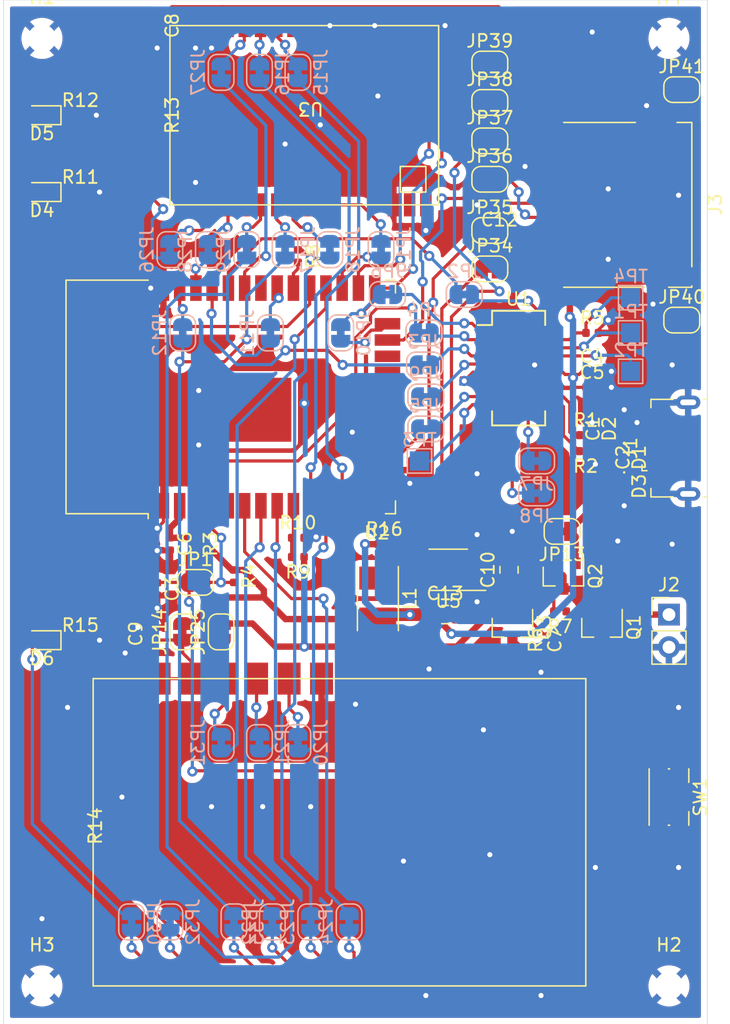
<source format=kicad_pcb>
(kicad_pcb (version 20200104) (host pcbnew "5.99.0-unknown-38f13ef~100~ubuntu18.04.1")
  (layers (0 "F.Cu" signal) (31 "B.Cu" signal) (34 "B.Paste" user) (35 "F.Paste" user) (36 "B.SilkS" user) (37 "F.SilkS" user hide) (38 "B.Mask" user) (39 "F.Mask" user) (44 "Edge.Cuts" user hide))
  (net 0 "")
  (net 1 "GND")
  (net 2 "/D+")
  (net 3 "/D-")
  (net 4 "/SW_RESET")
  (net 5 "+3V3")
  (net 6 "/FT_3V3")
  (net 7 "Net-(C7-Pad2)")
  (net 8 "Net-(C9-Pad1)")
  (net 9 "+BATT")
  (net 10 "/VBUS")
  (net 11 "/ESP_LED")
  (net 12 "Net-(D4-Pad1)")
  (net 13 "/LORA1_DIO1")
  (net 14 "Net-(D5-Pad1)")
  (net 15 "/LORA2_DIO1")
  (net 16 "Net-(D6-Pad1)")
  (net 17 "Net-(J3-Pad10)")
  (net 18 "Net-(J3-Pad1)")
  (net 19 "Net-(J3-Pad2)")
  (net 20 "Net-(J3-Pad3)")
  (net 21 "Net-(J3-Pad5)")
  (net 22 "Net-(J3-Pad7)")
  (net 23 "Net-(J3-Pad9)")
  (net 24 "Net-(J3-Pad8)")
  (net 25 "/FT_RTS")
  (net 26 "Net-(JP2-Pad1)")
  (net 27 "/FT_TXD")
  (net 28 "Net-(JP3-Pad1)")
  (net 29 "/FT_RXD")
  (net 30 "Net-(JP4-Pad1)")
  (net 31 "Net-(JP5-Pad1)")
  (net 32 "Net-(JP6-Pad1)")
  (net 33 "/FT_DTR")
  (net 34 "Net-(JP7-Pad1)")
  (net 35 "Net-(JP8-Pad1)")
  (net 36 "Net-(JP9-Pad1)")
  (net 37 "Net-(JP10-Pad1)")
  (net 38 "/VSPI_MISO")
  (net 39 "/LORA1_MISO")
  (net 40 "/VSPI_MOSI")
  (net 41 "/LORA1_MOSI")
  (net 42 "/LORA1_RXEN")
  (net 43 "Net-(JP15-Pad2)")
  (net 44 "/LORA1_TXEN")
  (net 45 "Net-(JP16-Pad2)")
  (net 46 "Net-(JP17-Pad2)")
  (net 47 "/LORA1_SCK")
  (net 48 "Net-(JP18-Pad2)")
  (net 49 "/LORA1_NSS")
  (net 50 "Net-(JP19-Pad2)")
  (net 51 "/LORA2_RXEN")
  (net 52 "Net-(JP20-Pad2)")
  (net 53 "/LORA2_TXEN")
  (net 54 "Net-(JP21-Pad2)")
  (net 55 "Net-(JP22-Pad2)")
  (net 56 "Net-(JP23-Pad2)")
  (net 57 "/LORA2_NSS")
  (net 58 "Net-(JP24-Pad2)")
  (net 59 "Net-(JP26-Pad1)")
  (net 60 "Net-(JP27-Pad1)")
  (net 61 "/LORA1_DIO2")
  (net 62 "Net-(JP28-Pad1)")
  (net 63 "/LORA1_BUSY")
  (net 64 "Net-(JP29-Pad1)")
  (net 65 "Net-(JP30-Pad1)")
  (net 66 "Net-(JP31-Pad1)")
  (net 67 "/LORA2_DIO2")
  (net 68 "Net-(JP32-Pad1)")
  (net 69 "/LORA2_BUSY")
  (net 70 "Net-(JP33-Pad1)")
  (net 71 "/SD_DAT2")
  (net 72 "/SD_DAT3")
  (net 73 "/SD_CMD")
  (net 74 "/SD_CLK")
  (net 75 "/SD_DAT1")
  (net 76 "Net-(L1-Pad1)")
  (net 77 "Net-(Q2-Pad2)")
  (net 78 "Net-(R1-Pad1)")
  (net 79 "Net-(R2-Pad2)")
  (net 80 "Net-(R5-Pad1)")
  (net 81 "/VSPI_CLK")
  (net 82 "Net-(R10-Pad1)")
  (net 83 "Net-(R13-Pad2)")
  (net 84 "Net-(R14-Pad2)")
  (net 85 "Net-(R16-Pad2)")
  (net 86 "Net-(TP1-Pad1)")
  (net 87 "Net-(TP2-Pad1)")
  (net 88 "Net-(TP3-Pad1)")
  (net 89 "/BATT_PROT")
  (net 90 "/BATT_IN")
  (module "parts:MSOP-8_3x3mm_P0.65mm" (layer "F.Cu") (at 44.75 54.5 180)
    (fp_text reference "U5" (at 0 -2.45 180) (layer "F.SilkS"))
    (fp_text value "TPS62162DGK")
    (pad "1" smd roundrect (at -2.1125 -0.975 180) (size 1.625 0.45) (layers "F.Cu" "F.Paste" "F.Mask") (net 1 "GND"))
    (pad "2" smd roundrect (at -2.1125 -0.325 180) (size 1.625 0.45) (layers "F.Cu" "F.Paste" "F.Mask") (net 9 "+BATT"))
    (pad "3" smd roundrect (at -2.1125 0.325 180) (size 1.625 0.45) (layers "F.Cu" "F.Paste" "F.Mask") (net 9 "+BATT"))
    (pad "4" smd roundrect (at -2.1125 0.975 180) (size 1.625 0.45) (layers "F.Cu" "F.Paste" "F.Mask") (net 1 "GND"))
    (pad "5" smd roundrect (at 2.1125 0.975 180) (size 1.625 0.45) (layers "F.Cu" "F.Paste" "F.Mask") (net 85 "Net-(R16-Pad2)"))
    (pad "6" smd roundrect (at 2.1125 0.325 180) (size 1.625 0.45) (layers "F.Cu" "F.Paste" "F.Mask") (net 5 "+3V3"))
    (pad "7" smd roundrect (at 2.1125 -0.325 180) (size 1.625 0.45) (layers "F.Cu" "F.Paste" "F.Mask") (net 76 "Net-(L1-Pad1)"))
    (pad "8" smd roundrect (at 2.1125 -0.975 180) (size 1.625 0.45) (layers "F.Cu" "F.Paste" "F.Mask") (net 1 "GND"))
  )
  (module "Button_Switch_SMD:SW_Push_1P1T-SH_NO_CK_KMR2xxG" (layer "F.Cu") (at 62 72.25 -90)
    (fp_text reference "SW1" (at 0 -2.45 90) (layer "F.SilkS"))
    (fp_text value "SW_Push-Std")
    (pad "SH" smd rect (at 0 -1.425 270) (size 1.7 0.55) (layers "F.Cu" "F.Paste" "F.Mask"))
    (pad "1" smd rect (at -2.05 -0.8 270) (size 0.9 1) (layers "F.Cu" "F.Paste" "F.Mask") (net 1 "GND"))
    (pad "2" smd rect (at -2.05 0.8 270) (size 0.9 1) (layers "F.Cu" "F.Paste" "F.Mask") (net 4 "/SW_RESET"))
    (pad "1" smd rect (at 2.05 -0.8 270) (size 0.9 1) (layers "F.Cu" "F.Paste" "F.Mask") (net 1 "GND"))
    (pad "2" smd rect (at 2.05 0.8 270) (size 0.9 1) (layers "F.Cu" "F.Paste" "F.Mask") (net 4 "/SW_RESET"))
  )
  (module "MountingHole:MountingHole_2.2mm_M2" (layer "F.Cu") (at 62 13)
    (fp_text reference "H4" (at 0 -3.2) (layer "F.SilkS"))
    (fp_text value "MountingHole_Pad")
    (pad "1" np_thru_hole circle (at 0 0) (size 2.2 2.2) (drill 2.2) (layers *.Cu *.Mask) (net 1 "GND"))
  )
  (module "MountingHole:MountingHole_2.2mm_M2" (layer "F.Cu") (at 13 87)
    (fp_text reference "H3" (at 0 -3.2) (layer "F.SilkS"))
    (fp_text value "MountingHole_Pad")
    (pad "1" np_thru_hole circle (at 0 0) (size 2.2 2.2) (drill 2.2) (layers *.Cu *.Mask) (net 1 "GND"))
  )
  (module "MountingHole:MountingHole_2.2mm_M2" (layer "F.Cu") (at 62 87)
    (fp_text reference "H2" (at 0 -3.2) (layer "F.SilkS"))
    (fp_text value "MountingHole_Pad")
    (pad "1" np_thru_hole circle (at 0 0) (size 2.2 2.2) (drill 2.2) (layers *.Cu *.Mask) (net 1 "GND"))
  )
  (module "MountingHole:MountingHole_2.2mm_M2" (layer "F.Cu") (at 13 13)
    (fp_text reference "H1" (at 0 -3.2) (layer "F.SilkS"))
    (fp_text value "MountingHole_Pad")
    (pad "1" np_thru_hole circle (at 0 0) (size 2.2 2.2) (drill 2.2) (layers *.Cu *.Mask) (net 1 "GND"))
  )
  (module "parts:E22-900M30S" (layer "F.Cu") (at 17 87 180)
    (fp_text reference "U4" (at 0 -4 180 unlocked) (layer "F.SilkS"))
    (fp_text value "E22-900M30S")
    (pad "11" smd rect (at -2.61 24 180) (size 1.8 2.5) (layers "F.Cu" "F.Paste" "F.Mask") (net 1 "GND"))
    (pad "2" smd rect (at -30.5 24 180) (size 1.8 2.5) (layers "F.Cu" "F.Paste" "F.Mask") (net 1 "GND"))
    (pad "8" smd rect (at -10.23 24 180) (size 1.8 2.5) (layers "F.Cu" "F.Paste" "F.Mask") (net 66 "Net-(JP31-Pad1)"))
    (pad "3" smd rect (at -27.96 24 180) (size 1.8 2.5) (layers "F.Cu" "F.Paste" "F.Mask") (net 1 "GND"))
    (pad "1" smd rect (at -33.04 24 180) (size 1.8 2.5) (layers "F.Cu" "F.Paste" "F.Mask") (net 1 "GND"))
    (pad "5" smd rect (at -17.85 24 180) (size 1.8 2.5) (layers "F.Cu" "F.Paste" "F.Mask") (net 1 "GND"))
    (pad "10" smd rect (at -5.15 24 180) (size 1.8 2.5) (layers "F.Cu" "F.Paste" "F.Mask") (net 8 "Net-(C9-Pad1)"))
    (pad "9" smd rect (at -7.69 24 180) (size 1.8 2.5) (layers "F.Cu" "F.Paste" "F.Mask") (net 8 "Net-(C9-Pad1)"))
    (pad "4" smd rect (at -20.39 24 180) (size 1.8 2.5) (layers "F.Cu" "F.Paste" "F.Mask") (net 1 "GND"))
    (pad "6" smd rect (at -15.31 24 180) (size 1.8 2.5) (layers "F.Cu" "F.Paste" "F.Mask") (net 52 "Net-(JP20-Pad2)"))
    (pad "7" smd rect (at -12.77 24 180) (size 1.8 2.5) (layers "F.Cu" "F.Paste" "F.Mask") (net 54 "Net-(JP21-Pad2)"))
    (pad "20" smd rect (at -27.96 0 180) (size 1.8 2.5) (layers "F.Cu" "F.Paste" "F.Mask") (net 1 "GND"))
    (pad "21" smd rect (at -30.5 0 180) (size 1.8 2.5) (layers "F.Cu" "F.Paste" "F.Mask"))
    (pad "22" smd rect (at -33.04 0 180) (size 1.8 2.5) (layers "F.Cu" "F.Paste" "F.Mask") (net 1 "GND"))
    (pad "19" smd rect (at -20.39 0 180) (size 1.8 2.5) (layers "F.Cu" "F.Paste" "F.Mask") (net 58 "Net-(JP24-Pad2)"))
    (pad "18" smd rect (at -17.85 0 180) (size 1.8 2.5) (layers "F.Cu" "F.Paste" "F.Mask") (net 56 "Net-(JP23-Pad2)"))
    (pad "17" smd rect (at -15.31 0 180) (size 1.8 2.5) (layers "F.Cu" "F.Paste" "F.Mask") (net 55 "Net-(JP22-Pad2)"))
    (pad "16" smd rect (at -12.77 0 180) (size 1.8 2.5) (layers "F.Cu" "F.Paste" "F.Mask") (net 70 "Net-(JP33-Pad1)"))
    (pad "15" smd rect (at -10.23 0 180) (size 1.8 2.5) (layers "F.Cu" "F.Paste" "F.Mask") (net 84 "Net-(R14-Pad2)"))
    (pad "14" smd rect (at -7.69 0 180) (size 1.8 2.5) (layers "F.Cu" "F.Paste" "F.Mask") (net 68 "Net-(JP32-Pad1)"))
    (pad "13" smd rect (at -5.15 0 180) (size 1.8 2.5) (layers "F.Cu" "F.Paste" "F.Mask") (net 65 "Net-(JP30-Pad1)"))
    (pad "12" smd rect (at -2.61 0 180) (size 1.8 2.5) (layers "F.Cu" "F.Paste" "F.Mask") (net 1 "GND"))
  )
  (module "parts:E22_900T22S" (layer "F.Cu") (at 25 26 180)
    (fp_text reference "U3" (at -9 7.5 180 unlocked) (layer "F.SilkS"))
    (fp_text value "E22-900M22S")
    (pad "11" smd rect (at 0 14 180) (size 0.9 1.8) (layers "F.Cu" "F.Paste" "F.Mask") (net 1 "GND"))
    (pad "19" smd rect (at -8.89 0 180) (size 0.9 1.8) (layers "F.Cu" "F.Paste" "F.Mask") (net 50 "Net-(JP19-Pad2)"))
    (pad "1" smd rect (at -18 14 180) (size 0.9 1.8) (layers "F.Cu" "F.Paste" "F.Mask") (net 1 "GND"))
    (pad "3" smd rect (at -15.46 14 180) (size 0.9 1.8) (layers "F.Cu" "F.Paste" "F.Mask") (net 1 "GND"))
    (pad "2" smd rect (at -16.73 14 180) (size 0.9 1.8) (layers "F.Cu" "F.Paste" "F.Mask") (net 1 "GND"))
    (pad "6" smd rect (at -6.35 14 180) (size 0.9 1.8) (layers "F.Cu" "F.Paste" "F.Mask") (net 43 "Net-(JP15-Pad2)"))
    (pad "10" smd rect (at -1.27 14 180) (size 0.9 1.8) (layers "F.Cu" "F.Paste" "F.Mask") (net 1 "GND"))
    (pad "9" smd rect (at -2.54 14 180) (size 0.9 1.8) (layers "F.Cu" "F.Paste" "F.Mask") (net 5 "+3V3"))
    (pad "5" smd rect (at -7.62 14 180) (size 0.9 1.8) (layers "F.Cu" "F.Paste" "F.Mask") (net 1 "GND"))
    (pad "4" smd rect (at -8.89 14 180) (size 0.9 1.8) (layers "F.Cu" "F.Paste" "F.Mask") (net 1 "GND"))
    (pad "8" smd rect (at -3.81 14 180) (size 0.9 1.8) (layers "F.Cu" "F.Paste" "F.Mask") (net 60 "Net-(JP27-Pad1)"))
    (pad "7" smd rect (at -5.08 14 180) (size 0.9 1.8) (layers "F.Cu" "F.Paste" "F.Mask") (net 45 "Net-(JP16-Pad2)"))
    (pad "20" smd rect (at -15.46 0 180) (size 0.9 1.8) (layers "F.Cu" "F.Paste" "F.Mask") (net 1 "GND"))
    (pad "21" smd rect (at -16.73 0 180) (size 0.9 1.8) (layers "F.Cu" "F.Paste" "F.Mask"))
    (pad "22" smd rect (at -18 0 180) (size 0.9 1.8) (layers "F.Cu" "F.Paste" "F.Mask") (net 1 "GND"))
    (pad "18" smd rect (at -7.62 0 180) (size 0.9 1.8) (layers "F.Cu" "F.Paste" "F.Mask") (net 48 "Net-(JP18-Pad2)"))
    (pad "17" smd rect (at -6.35 0 180) (size 0.9 1.8) (layers "F.Cu" "F.Paste" "F.Mask") (net 46 "Net-(JP17-Pad2)"))
    (pad "16" smd rect (at -5.08 0 180) (size 0.9 1.8) (layers "F.Cu" "F.Paste" "F.Mask") (net 64 "Net-(JP29-Pad1)"))
    (pad "15" smd rect (at -3.81 0 180) (size 0.9 1.8) (layers "F.Cu" "F.Paste" "F.Mask") (net 83 "Net-(R13-Pad2)"))
    (pad "14" smd rect (at -2.54 0 180) (size 0.9 1.8) (layers "F.Cu" "F.Paste" "F.Mask") (net 62 "Net-(JP28-Pad1)"))
    (pad "13" smd rect (at -1.27 0 180) (size 0.9 1.8) (layers "F.Cu" "F.Paste" "F.Mask") (net 59 "Net-(JP26-Pad1)"))
    (pad "12" smd rect (at 0 0 180) (size 0.9 1.8) (layers "F.Cu" "F.Paste" "F.Mask") (net 1 "GND"))
  )
  (module "RF_Module:ESP32-WROOM-32" (layer "F.Cu") (at 30.745 41 90)
    (fp_text reference "U2" (at -10.61 8.43) (layer "F.SilkS"))
    (fp_text value "ESP32-WROOM-32D")
    (pad "38" smd rect (at 8.5 -8.255 90) (size 2 0.9) (layers "F.Cu" "F.Paste" "F.Mask") (net 1 "GND"))
    (pad "37" smd rect (at 8.5 -6.985 90) (size 2 0.9) (layers "F.Cu" "F.Paste" "F.Mask") (net 40 "/VSPI_MOSI"))
    (pad "36" smd rect (at 8.5 -5.715 90) (size 2 0.9) (layers "F.Cu" "F.Paste" "F.Mask") (net 63 "/LORA1_BUSY"))
    (pad "35" smd rect (at 8.5 -4.445 90) (size 2 0.9) (layers "F.Cu" "F.Paste" "F.Mask") (net 29 "/FT_RXD"))
    (pad "34" smd rect (at 8.5 -3.175 90) (size 2 0.9) (layers "F.Cu" "F.Paste" "F.Mask") (net 27 "/FT_TXD"))
    (pad "33" smd rect (at 8.5 -1.905 90) (size 2 0.9) (layers "F.Cu" "F.Paste" "F.Mask") (net 61 "/LORA1_DIO2"))
    (pad "32" smd rect (at 8.5 -0.635 90) (size 2 0.9) (layers "F.Cu" "F.Paste" "F.Mask"))
    (pad "31" smd rect (at 8.5 0.635 90) (size 2 0.9) (layers "F.Cu" "F.Paste" "F.Mask") (net 38 "/VSPI_MISO"))
    (pad "30" smd rect (at 8.5 1.905 90) (size 2 0.9) (layers "F.Cu" "F.Paste" "F.Mask") (net 81 "/VSPI_CLK"))
    (pad "29" smd rect (at 8.5 3.175 90) (size 2 0.9) (layers "F.Cu" "F.Paste" "F.Mask") (net 11 "/ESP_LED"))
    (pad "28" smd rect (at 8.5 4.445 90) (size 2 0.9) (layers "F.Cu" "F.Paste" "F.Mask") (net 67 "/LORA2_DIO2"))
    (pad "27" smd rect (at 8.5 5.715 90) (size 2 0.9) (layers "F.Cu" "F.Paste" "F.Mask") (net 49 "/LORA1_NSS"))
    (pad "26" smd rect (at 8.5 6.985 90) (size 2 0.9) (layers "F.Cu" "F.Paste" "F.Mask") (net 75 "/SD_DAT1"))
    (pad "25" smd rect (at 8.5 8.255 90) (size 2 0.9) (layers "F.Cu" "F.Paste" "F.Mask") (net 33 "/FT_DTR"))
    (pad "24" smd rect (at 5.715 9.255 180) (size 2 0.9) (layers "F.Cu" "F.Paste" "F.Mask") (net 37 "Net-(JP10-Pad1)"))
    (pad "23" smd rect (at 4.445 9.255 180) (size 2 0.9) (layers "F.Cu" "F.Paste" "F.Mask") (net 73 "/SD_CMD"))
    (pad "22" smd rect (at 3.175 9.255 180) (size 2 0.9) (layers "F.Cu" "F.Paste" "F.Mask"))
    (pad "21" smd rect (at 1.905 9.255 180) (size 2 0.9) (layers "F.Cu" "F.Paste" "F.Mask"))
    (pad "20" smd rect (at 0.635 9.255 180) (size 2 0.9) (layers "F.Cu" "F.Paste" "F.Mask"))
    (pad "19" smd rect (at -0.635 9.255 180) (size 2 0.9) (layers "F.Cu" "F.Paste" "F.Mask"))
    (pad "18" smd rect (at -1.905 9.255 180) (size 2 0.9) (layers "F.Cu" "F.Paste" "F.Mask"))
    (pad "17" smd rect (at -3.175 9.255 180) (size 2 0.9) (layers "F.Cu" "F.Paste" "F.Mask"))
    (pad "16" smd rect (at -4.445 9.255 180) (size 2 0.9) (layers "F.Cu" "F.Paste" "F.Mask") (net 72 "/SD_DAT3"))
    (pad "15" smd rect (at -5.715 9.255 180) (size 2 0.9) (layers "F.Cu" "F.Paste" "F.Mask") (net 1 "GND"))
    (pad "14" smd rect (at -8.5 8.255 90) (size 2 0.9) (layers "F.Cu" "F.Paste" "F.Mask") (net 71 "/SD_DAT2"))
    (pad "13" smd rect (at -8.5 6.985 90) (size 2 0.9) (layers "F.Cu" "F.Paste" "F.Mask") (net 74 "/SD_CLK"))
    (pad "12" smd rect (at -8.5 5.715 90) (size 2 0.9) (layers "F.Cu" "F.Paste" "F.Mask") (net 42 "/LORA1_RXEN"))
    (pad "11" smd rect (at -8.5 4.445 90) (size 2 0.9) (layers "F.Cu" "F.Paste" "F.Mask") (net 51 "/LORA2_RXEN"))
    (pad "10" smd rect (at -8.5 3.175 90) (size 2 0.9) (layers "F.Cu" "F.Paste" "F.Mask") (net 44 "/LORA1_TXEN"))
    (pad "9" smd rect (at -8.5 1.905 90) (size 2 0.9) (layers "F.Cu" "F.Paste" "F.Mask") (net 82 "Net-(R10-Pad1)"))
    (pad "8" smd rect (at -8.5 0.635 90) (size 2 0.9) (layers "F.Cu" "F.Paste" "F.Mask") (net 53 "/LORA2_TXEN"))
    (pad "7" smd rect (at -8.5 -0.635 90) (size 2 0.9) (layers "F.Cu" "F.Paste" "F.Mask") (net 69 "/LORA2_BUSY"))
    (pad "6" smd rect (at -8.5 -1.905 90) (size 2 0.9) (layers "F.Cu" "F.Paste" "F.Mask") (net 57 "/LORA2_NSS"))
    (pad "5" smd rect (at -8.5 -3.175 90) (size 2 0.9) (layers "F.Cu" "F.Paste" "F.Mask"))
    (pad "4" smd rect (at -8.5 -4.445 90) (size 2 0.9) (layers "F.Cu" "F.Paste" "F.Mask"))
    (pad "3" smd rect (at -8.5 -5.715 90) (size 2 0.9) (layers "F.Cu" "F.Paste" "F.Mask") (net 25 "/FT_RTS"))
    (pad "2" smd rect (at -8.5 -6.985 90) (size 2 0.9) (layers "F.Cu" "F.Paste" "F.Mask") (net 5 "+3V3"))
    (pad "1" smd rect (at -8.5 -8.255 90) (size 2 0.9) (layers "F.Cu" "F.Paste" "F.Mask") (net 1 "GND"))
    (pad "39" smd rect (at -1 -0.755 90) (size 5 5) (layers "F.Cu" "F.Paste" "F.Mask"))
  )
  (module "Package_SO:SSOP-20_3.9x8.7mm_P0.635mm" (layer "F.Cu") (at 50.25 38.75)
    (fp_text reference "U1" (at 0 -5.4) (layer "F.SilkS"))
    (fp_text value "FT231XS")
    (pad "20" smd rect (at 2.6 -2.8575) (size 1.2 0.4) (layers "F.Cu" "F.Paste" "F.Mask") (net 26 "Net-(JP2-Pad1)"))
    (pad "19" smd rect (at 2.6 -2.2225) (size 1.2 0.4) (layers "F.Cu" "F.Paste" "F.Mask") (net 80 "Net-(R5-Pad1)"))
    (pad "18" smd rect (at 2.6 -1.5875) (size 1.2 0.4) (layers "F.Cu" "F.Paste" "F.Mask") (net 86 "Net-(TP1-Pad1)"))
    (pad "17" smd rect (at 2.6 -0.9525) (size 1.2 0.4) (layers "F.Cu" "F.Paste" "F.Mask") (net 87 "Net-(TP2-Pad1)"))
    (pad "16" smd rect (at 2.6 -0.3175) (size 1.2 0.4) (layers "F.Cu" "F.Paste" "F.Mask") (net 1 "GND"))
    (pad "15" smd rect (at 2.6 0.3175) (size 1.2 0.4) (layers "F.Cu" "F.Paste" "F.Mask") (net 5 "+3V3"))
    (pad "14" smd rect (at 2.6 0.9525) (size 1.2 0.4) (layers "F.Cu" "F.Paste" "F.Mask") (net 6 "/FT_3V3"))
    (pad "13" smd rect (at 2.6 1.5875) (size 1.2 0.4) (layers "F.Cu" "F.Paste" "F.Mask") (net 6 "/FT_3V3"))
    (pad "12" smd rect (at 2.6 2.2225) (size 1.2 0.4) (layers "F.Cu" "F.Paste" "F.Mask") (net 78 "Net-(R1-Pad1)"))
    (pad "11" smd rect (at 2.6 2.8575) (size 1.2 0.4) (layers "F.Cu" "F.Paste" "F.Mask") (net 79 "Net-(R2-Pad2)"))
    (pad "10" smd rect (at -2.6 2.8575) (size 1.2 0.4) (layers "F.Cu" "F.Paste" "F.Mask") (net 88 "Net-(TP3-Pad1)"))
    (pad "9" smd rect (at -2.6 2.2225) (size 1.2 0.4) (layers "F.Cu" "F.Paste" "F.Mask") (net 31 "Net-(JP5-Pad1)"))
    (pad "8" smd rect (at -2.6 1.5875) (size 1.2 0.4) (layers "F.Cu" "F.Paste" "F.Mask") (net 35 "Net-(JP8-Pad1)"))
    (pad "7" smd rect (at -2.6 0.9525) (size 1.2 0.4) (layers "F.Cu" "F.Paste" "F.Mask") (net 34 "Net-(JP7-Pad1)"))
    (pad "6" smd rect (at -2.6 0.3175) (size 1.2 0.4) (layers "F.Cu" "F.Paste" "F.Mask") (net 1 "GND"))
    (pad "5" smd rect (at -2.6 -0.3175) (size 1.2 0.4) (layers "F.Cu" "F.Paste" "F.Mask") (net 36 "Net-(JP9-Pad1)"))
    (pad "4" smd rect (at -2.6 -0.9525) (size 1.2 0.4) (layers "F.Cu" "F.Paste" "F.Mask") (net 28 "Net-(JP3-Pad1)"))
    (pad "3" smd rect (at -2.6 -1.5875) (size 1.2 0.4) (layers "F.Cu" "F.Paste" "F.Mask") (net 6 "/FT_3V3"))
    (pad "2" smd rect (at -2.6 -2.2225) (size 1.2 0.4) (layers "F.Cu" "F.Paste" "F.Mask") (net 30 "Net-(JP4-Pad1)"))
    (pad "1" smd rect (at -2.6 -2.8575) (size 1.2 0.4) (layers "F.Cu" "F.Paste" "F.Mask") (net 32 "Net-(JP6-Pad1)"))
  )
  (module "TestPoint:TestPoint_Pad_1.5x1.5mm" (layer "B.Cu") (at 59 33.25 180)
    (fp_text reference "TP4" (at 0 1.648) (layer "B.SilkS") (effects (justify mirror)))
    (fp_text value "TestPoint")
    (pad "1" smd rect (at 0 0 180) (size 1.5 1.5) (layers "B.Cu" "B.Mask") (net 80 "Net-(R5-Pad1)"))
  )
  (module "TestPoint:TestPoint_Pad_1.5x1.5mm" (layer "B.Cu") (at 42.5 46 180)
    (fp_text reference "TP3" (at 0 1.648) (layer "B.SilkS") (effects (justify mirror)))
    (fp_text value "TestPoint")
    (pad "1" smd rect (at 0 0 180) (size 1.5 1.5) (layers "B.Cu" "B.Mask") (net 88 "Net-(TP3-Pad1)"))
  )
  (module "TestPoint:TestPoint_Pad_1.5x1.5mm" (layer "B.Cu") (at 59 39 180)
    (fp_text reference "TP2" (at 0 1.648) (layer "B.SilkS") (effects (justify mirror)))
    (fp_text value "TestPoint")
    (pad "1" smd rect (at 0 0 180) (size 1.5 1.5) (layers "B.Cu" "B.Mask") (net 87 "Net-(TP2-Pad1)"))
  )
  (module "TestPoint:TestPoint_Pad_1.5x1.5mm" (layer "B.Cu") (at 59 36 180)
    (fp_text reference "TP1" (at 0 1.648) (layer "B.SilkS") (effects (justify mirror)))
    (fp_text value "TestPoint")
    (pad "1" smd rect (at 0 0 180) (size 1.5 1.5) (layers "B.Cu" "B.Mask") (net 86 "Net-(TP1-Pad1)"))
  )
  (module "Resistor_SMD:R_0402_1005Metric" (layer "F.Cu") (at 39.75 52.5)
    (fp_text reference "R16" (at 0 -1.17) (layer "F.SilkS"))
    (fp_text value "100K")
    (pad "2" smd roundrect (at 0.485 0) (size 0.59 0.64) (layers "F.Cu" "F.Paste" "F.Mask") (net 85 "Net-(R16-Pad2)"))
    (pad "1" smd roundrect (at -0.485 0) (size 0.59 0.64) (layers "F.Cu" "F.Paste" "F.Mask") (net 5 "+3V3"))
  )
  (module "Resistor_SMD:R_0402_1005Metric" (layer "F.Cu") (at 16 60)
    (fp_text reference "R15" (at 0 -1.17) (layer "F.SilkS"))
    (fp_text value "10K")
    (pad "2" smd roundrect (at 0.485 0) (size 0.59 0.64) (layers "F.Cu" "F.Paste" "F.Mask") (net 1 "GND"))
    (pad "1" smd roundrect (at -0.485 0) (size 0.59 0.64) (layers "F.Cu" "F.Paste" "F.Mask") (net 16 "Net-(D6-Pad1)"))
  )
  (module "Resistor_SMD:R_0402_1005Metric" (layer "F.Cu") (at 16 74.515 -90)
    (fp_text reference "R14" (at 0 -1.17 90) (layer "F.SilkS"))
    (fp_text value "NC")
    (pad "2" smd roundrect (at 0.485 0 270) (size 0.59 0.64) (layers "F.Cu" "F.Paste" "F.Mask") (net 84 "Net-(R14-Pad2)"))
    (pad "1" smd roundrect (at -0.485 0 270) (size 0.59 0.64) (layers "F.Cu" "F.Paste" "F.Mask") (net 8 "Net-(C9-Pad1)"))
  )
  (module "Resistor_SMD:R_0402_1005Metric" (layer "F.Cu") (at 22 19 -90)
    (fp_text reference "R13" (at 0 -1.17 90) (layer "F.SilkS"))
    (fp_text value "NC")
    (pad "2" smd roundrect (at 0.485 0 270) (size 0.59 0.64) (layers "F.Cu" "F.Paste" "F.Mask") (net 83 "Net-(R13-Pad2)"))
    (pad "1" smd roundrect (at -0.485 0 270) (size 0.59 0.64) (layers "F.Cu" "F.Paste" "F.Mask") (net 5 "+3V3"))
  )
  (module "Resistor_SMD:R_0402_1005Metric" (layer "F.Cu") (at 16 19)
    (fp_text reference "R12" (at 0 -1.17) (layer "F.SilkS"))
    (fp_text value "10K")
    (pad "2" smd roundrect (at 0.485 0) (size 0.59 0.64) (layers "F.Cu" "F.Paste" "F.Mask") (net 1 "GND"))
    (pad "1" smd roundrect (at -0.485 0) (size 0.59 0.64) (layers "F.Cu" "F.Paste" "F.Mask") (net 14 "Net-(D5-Pad1)"))
  )
  (module "Resistor_SMD:R_0402_1005Metric" (layer "F.Cu") (at 16 25)
    (fp_text reference "R11" (at 0 -1.17) (layer "F.SilkS"))
    (fp_text value "10K")
    (pad "2" smd roundrect (at 0.485 0) (size 0.59 0.64) (layers "F.Cu" "F.Paste" "F.Mask") (net 1 "GND"))
    (pad "1" smd roundrect (at -0.485 0) (size 0.59 0.64) (layers "F.Cu" "F.Paste" "F.Mask") (net 12 "Net-(D4-Pad1)"))
  )
  (module "Resistor_SMD:R_0402_1005Metric" (layer "F.Cu") (at 33 52)
    (fp_text reference "R10" (at 0 -1.17) (layer "F.SilkS"))
    (fp_text value "10K")
    (pad "2" smd roundrect (at 0.485 0) (size 0.59 0.64) (layers "F.Cu" "F.Paste" "F.Mask") (net 1 "GND"))
    (pad "1" smd roundrect (at -0.485 0) (size 0.59 0.64) (layers "F.Cu" "F.Paste" "F.Mask") (net 82 "Net-(R10-Pad1)"))
  )
  (module "Resistor_SMD:R_0402_1005Metric" (layer "F.Cu") (at 33 53.5 180)
    (fp_text reference "R9" (at 0 -1.17) (layer "F.SilkS"))
    (fp_text value "10K")
    (pad "2" smd roundrect (at 0.485 0 180) (size 0.59 0.64) (layers "F.Cu" "F.Paste" "F.Mask") (net 82 "Net-(R10-Pad1)"))
    (pad "1" smd roundrect (at -0.485 0 180) (size 0.59 0.64) (layers "F.Cu" "F.Paste" "F.Mask") (net 9 "+BATT"))
  )
  (module "Resistor_SMD:R_0402_1005Metric" (layer "F.Cu") (at 33 30 -90)
    (fp_text reference "R8" (at 0 -1.17 -270) (layer "F.SilkS"))
    (fp_text value "0")
    (pad "2" smd roundrect (at 0.485 0 270) (size 0.59 0.64) (layers "F.Cu" "F.Paste" "F.Mask") (net 81 "/VSPI_CLK"))
    (pad "1" smd roundrect (at -0.485 0 270) (size 0.59 0.64) (layers "F.Cu" "F.Paste" "F.Mask") (net 47 "/LORA1_SCK"))
  )
  (module "Resistor_SMD:R_0402_1005Metric" (layer "F.Cu") (at 53.485 57.75 180)
    (fp_text reference "R7" (at 0 -1.17) (layer "F.SilkS"))
    (fp_text value "1K")
    (pad "2" smd roundrect (at 0.485 0 180) (size 0.59 0.64) (layers "F.Cu" "F.Paste" "F.Mask") (net 77 "Net-(Q2-Pad2)"))
    (pad "1" smd roundrect (at -0.485 0 180) (size 0.59 0.64) (layers "F.Cu" "F.Paste" "F.Mask") (net 7 "Net-(C7-Pad2)"))
  )
  (module "Resistor_SMD:R_0402_1005Metric" (layer "F.Cu") (at 52.75 60 90)
    (fp_text reference "R6" (at 0 -1.17 90) (layer "F.SilkS"))
    (fp_text value "1K")
    (pad "2" smd roundrect (at 0.485 0 90) (size 0.59 0.64) (layers "F.Cu" "F.Paste" "F.Mask") (net 7 "Net-(C7-Pad2)"))
    (pad "1" smd roundrect (at -0.485 0 90) (size 0.59 0.64) (layers "F.Cu" "F.Paste" "F.Mask") (net 89 "/BATT_PROT"))
  )
  (module "Resistor_SMD:R_0402_1005Metric" (layer "F.Cu") (at 56 36)
    (fp_text reference "R5" (at 0 -1.17) (layer "F.SilkS"))
    (fp_text value "0")
    (pad "2" smd roundrect (at 0.485 0) (size 0.59 0.64) (layers "F.Cu" "F.Paste" "F.Mask") (net 1 "GND"))
    (pad "1" smd roundrect (at -0.485 0) (size 0.59 0.64) (layers "F.Cu" "F.Paste" "F.Mask") (net 80 "Net-(R5-Pad1)"))
  )
  (module "Resistor_SMD:R_0402_1005Metric" (layer "F.Cu") (at 28 55 -90)
    (fp_text reference "R4" (at 0 -1.17 90) (layer "F.SilkS"))
    (fp_text value "10K")
    (pad "2" smd roundrect (at 0.485 0 270) (size 0.59 0.64) (layers "F.Cu" "F.Paste" "F.Mask") (net 25 "/FT_RTS"))
    (pad "1" smd roundrect (at -0.485 0 270) (size 0.59 0.64) (layers "F.Cu" "F.Paste" "F.Mask") (net 5 "+3V3"))
  )
  (module "Resistor_SMD:R_0402_1005Metric" (layer "F.Cu") (at 25 52.485 -90)
    (fp_text reference "R3" (at 0 -1.17 90) (layer "F.SilkS"))
    (fp_text value "10K")
    (pad "2" smd roundrect (at 0.485 0 270) (size 0.59 0.64) (layers "F.Cu" "F.Paste" "F.Mask") (net 4 "/SW_RESET"))
    (pad "1" smd roundrect (at -0.485 0 270) (size 0.59 0.64) (layers "F.Cu" "F.Paste" "F.Mask") (net 5 "+3V3"))
  )
  (module "Resistor_SMD:R_0402_1005Metric" (layer "F.Cu") (at 55.485 45.235 180)
    (fp_text reference "R2" (at 0 -1.17) (layer "F.SilkS"))
    (fp_text value "27")
    (pad "2" smd roundrect (at 0.485 0 180) (size 0.59 0.64) (layers "F.Cu" "F.Paste" "F.Mask") (net 79 "Net-(R2-Pad2)"))
    (pad "1" smd roundrect (at -0.485 0 180) (size 0.59 0.64) (layers "F.Cu" "F.Paste" "F.Mask") (net 3 "/D-"))
  )
  (module "Resistor_SMD:R_0402_1005Metric" (layer "F.Cu") (at 55.5 43.985)
    (fp_text reference "R1" (at 0 -1.17) (layer "F.SilkS"))
    (fp_text value "27")
    (pad "2" smd roundrect (at 0.485 0) (size 0.59 0.64) (layers "F.Cu" "F.Paste" "F.Mask") (net 2 "/D+"))
    (pad "1" smd roundrect (at -0.485 0) (size 0.59 0.64) (layers "F.Cu" "F.Paste" "F.Mask") (net 78 "Net-(R1-Pad1)"))
  )
  (module "Package_TO_SOT_SMD:SOT-23" (layer "F.Cu") (at 49.765 59 -90)
    (fp_text reference "Q3" (at 0 -2.5 90) (layer "F.SilkS"))
    (fp_text value "AO3401")
    (pad "3" smd rect (at 1 0 270) (size 0.9 0.8) (layers "F.Cu" "F.Paste" "F.Mask") (net 89 "/BATT_PROT"))
    (pad "2" smd rect (at -1 0.95 270) (size 0.9 0.8) (layers "F.Cu" "F.Paste" "F.Mask") (net 9 "+BATT"))
    (pad "1" smd rect (at -1 -0.95 270) (size 0.9 0.8) (layers "F.Cu" "F.Paste" "F.Mask") (net 7 "Net-(C7-Pad2)"))
  )
  (module "Package_TO_SOT_SMD:SOT-23" (layer "F.Cu") (at 53.75 55 -90)
    (fp_text reference "Q2" (at 0 -2.5 90) (layer "F.SilkS"))
    (fp_text value "AO3400")
    (pad "3" smd rect (at 1 0 270) (size 0.9 0.8) (layers "F.Cu" "F.Paste" "F.Mask") (net 1 "GND"))
    (pad "2" smd rect (at -1 0.95 270) (size 0.9 0.8) (layers "F.Cu" "F.Paste" "F.Mask") (net 77 "Net-(Q2-Pad2)"))
    (pad "1" smd rect (at -1 -0.95 270) (size 0.9 0.8) (layers "F.Cu" "F.Paste" "F.Mask") (net 10 "/VBUS"))
  )
  (module "Package_TO_SOT_SMD:SOT-23" (layer "F.Cu") (at 56.765 59 -90)
    (fp_text reference "Q1" (at 0 -2.5 90) (layer "F.SilkS"))
    (fp_text value "AO3401")
    (pad "3" smd rect (at 1 0 270) (size 0.9 0.8) (layers "F.Cu" "F.Paste" "F.Mask") (net 89 "/BATT_PROT"))
    (pad "2" smd rect (at -1 0.95 270) (size 0.9 0.8) (layers "F.Cu" "F.Paste" "F.Mask") (net 90 "/BATT_IN"))
    (pad "1" smd rect (at -1 -0.95 270) (size 0.9 0.8) (layers "F.Cu" "F.Paste" "F.Mask") (net 7 "Net-(C7-Pad2)"))
  )
  (module "Inductor_SMD:L_Taiyo-Yuden_NR-30xx_HandSoldering" (layer "F.Cu") (at 39.25 56.75 -90)
    (fp_text reference "L1" (at 0 -2.5 90) (layer "F.SilkS"))
    (fp_text value "2.2uH")
    (pad "2" smd rect (at 1.6 0 270) (size 1.8 2.9) (layers "F.Cu" "F.Paste" "F.Mask") (net 5 "+3V3"))
    (pad "1" smd rect (at -1.6 0 270) (size 1.8 2.9) (layers "F.Cu" "F.Paste" "F.Mask") (net 76 "Net-(L1-Pad1)"))
  )
  (module "Jumper:SolderJumper-2_P1.3mm_Bridged_RoundedPad1.0x1.5mm" (layer "F.Cu") (at 63 17)
    (fp_text reference "JP41" (at 0 -1.8) (layer "F.SilkS"))
    (fp_text value "SolderJumper_2_Bridged")
    (fp_poly (pts (xy 0.25 -0.3) (xy -0.25 -0.3) (xy -0.25 0.3) (xy 0.25 0.3)) (layer "F.Cu") (width 0))
    (pad "1" smd custom (at -0.65 0) (size 1 0.5) (layers "F.Cu" "F.Mask") (options (clearance outline) (anchor rect)) (primitives (gr_circle (center 0 0.25) (end 0.5 0.25) (width 0)) (gr_circle (center 0 -0.25) (end 0.5 -0.25) (width 0)) (gr_poly (pts (xy 0 -0.75) (xy 0.5 -0.75) (xy 0.5 0.75) (xy 0 0.75)) (width 0))))
    (pad "2" smd custom (at 0.65 0) (size 1 0.5) (layers "F.Cu" "F.Mask") (net 23 "Net-(J3-Pad9)") (options (clearance outline) (anchor rect)) (primitives (gr_circle (center 0 0.25) (end 0.5 0.25) (width 0)) (gr_circle (center 0 -0.25) (end 0.5 -0.25) (width 0)) (gr_poly (pts (xy 0 -0.75) (xy -0.5 -0.75) (xy -0.5 0.75) (xy 0 0.75)) (width 0))))
  )
  (module "Jumper:SolderJumper-2_P1.3mm_Bridged_RoundedPad1.0x1.5mm" (layer "F.Cu") (at 63 35)
    (fp_text reference "JP40" (at 0 -1.8) (layer "F.SilkS"))
    (fp_text value "SolderJumper_2_Bridged")
    (fp_poly (pts (xy 0.25 -0.3) (xy -0.25 -0.3) (xy -0.25 0.3) (xy 0.25 0.3)) (layer "F.Cu") (width 0))
    (pad "1" smd custom (at -0.65 0) (size 1 0.5) (layers "F.Cu" "F.Mask") (options (clearance outline) (anchor rect)) (primitives (gr_circle (center 0 0.25) (end 0.5 0.25) (width 0)) (gr_circle (center 0 -0.25) (end 0.5 -0.25) (width 0)) (gr_poly (pts (xy 0 -0.75) (xy 0.5 -0.75) (xy 0.5 0.75) (xy 0 0.75)) (width 0))))
    (pad "2" smd custom (at 0.65 0) (size 1 0.5) (layers "F.Cu" "F.Mask") (net 17 "Net-(J3-Pad10)") (options (clearance outline) (anchor rect)) (primitives (gr_circle (center 0 0.25) (end 0.5 0.25) (width 0)) (gr_circle (center 0 -0.25) (end 0.5 -0.25) (width 0)) (gr_poly (pts (xy 0 -0.75) (xy -0.5 -0.75) (xy -0.5 0.75) (xy 0 0.75)) (width 0))))
  )
  (module "Jumper:SolderJumper-2_P1.3mm_Bridged_RoundedPad1.0x1.5mm" (layer "F.Cu") (at 48 15)
    (fp_text reference "JP39" (at 0 -1.8) (layer "F.SilkS"))
    (fp_text value "SolderJumper_2_Bridged")
    (fp_poly (pts (xy 0.25 -0.3) (xy -0.25 -0.3) (xy -0.25 0.3) (xy 0.25 0.3)) (layer "F.Cu") (width 0))
    (pad "1" smd custom (at -0.65 0) (size 1 0.5) (layers "F.Cu" "F.Mask") (net 75 "/SD_DAT1") (options (clearance outline) (anchor rect)) (primitives (gr_circle (center 0 0.25) (end 0.5 0.25) (width 0)) (gr_circle (center 0 -0.25) (end 0.5 -0.25) (width 0)) (gr_poly (pts (xy 0 -0.75) (xy 0.5 -0.75) (xy 0.5 0.75) (xy 0 0.75)) (width 0))))
    (pad "2" smd custom (at 0.65 0) (size 1 0.5) (layers "F.Cu" "F.Mask") (net 24 "Net-(J3-Pad8)") (options (clearance outline) (anchor rect)) (primitives (gr_circle (center 0 0.25) (end 0.5 0.25) (width 0)) (gr_circle (center 0 -0.25) (end 0.5 -0.25) (width 0)) (gr_poly (pts (xy 0 -0.75) (xy -0.5 -0.75) (xy -0.5 0.75) (xy 0 0.75)) (width 0))))
  )
  (module "Jumper:SolderJumper-2_P1.3mm_Bridged_RoundedPad1.0x1.5mm" (layer "F.Cu") (at 48 18)
    (fp_text reference "JP38" (at 0 -1.8) (layer "F.SilkS"))
    (fp_text value "SolderJumper_2_Bridged")
    (fp_poly (pts (xy 0.25 -0.3) (xy -0.25 -0.3) (xy -0.25 0.3) (xy 0.25 0.3)) (layer "F.Cu") (width 0))
    (pad "1" smd custom (at -0.65 0) (size 1 0.5) (layers "F.Cu" "F.Mask") (net 33 "/FT_DTR") (options (clearance outline) (anchor rect)) (primitives (gr_circle (center 0 0.25) (end 0.5 0.25) (width 0)) (gr_circle (center 0 -0.25) (end 0.5 -0.25) (width 0)) (gr_poly (pts (xy 0 -0.75) (xy 0.5 -0.75) (xy 0.5 0.75) (xy 0 0.75)) (width 0))))
    (pad "2" smd custom (at 0.65 0) (size 1 0.5) (layers "F.Cu" "F.Mask") (net 22 "Net-(J3-Pad7)") (options (clearance outline) (anchor rect)) (primitives (gr_circle (center 0 0.25) (end 0.5 0.25) (width 0)) (gr_circle (center 0 -0.25) (end 0.5 -0.25) (width 0)) (gr_poly (pts (xy 0 -0.75) (xy -0.5 -0.75) (xy -0.5 0.75) (xy 0 0.75)) (width 0))))
  )
  (module "Jumper:SolderJumper-2_P1.3mm_Bridged_RoundedPad1.0x1.5mm" (layer "F.Cu") (at 48 21)
    (fp_text reference "JP37" (at 0 -1.8) (layer "F.SilkS"))
    (fp_text value "SolderJumper_2_Bridged")
    (fp_poly (pts (xy 0.25 -0.3) (xy -0.25 -0.3) (xy -0.25 0.3) (xy 0.25 0.3)) (layer "F.Cu") (width 0))
    (pad "1" smd custom (at -0.65 0) (size 1 0.5) (layers "F.Cu" "F.Mask") (net 74 "/SD_CLK") (options (clearance outline) (anchor rect)) (primitives (gr_circle (center 0 0.25) (end 0.5 0.25) (width 0)) (gr_circle (center 0 -0.25) (end 0.5 -0.25) (width 0)) (gr_poly (pts (xy 0 -0.75) (xy 0.5 -0.75) (xy 0.5 0.75) (xy 0 0.75)) (width 0))))
    (pad "2" smd custom (at 0.65 0) (size 1 0.5) (layers "F.Cu" "F.Mask") (net 21 "Net-(J3-Pad5)") (options (clearance outline) (anchor rect)) (primitives (gr_circle (center 0 0.25) (end 0.5 0.25) (width 0)) (gr_circle (center 0 -0.25) (end 0.5 -0.25) (width 0)) (gr_poly (pts (xy 0 -0.75) (xy -0.5 -0.75) (xy -0.5 0.75) (xy 0 0.75)) (width 0))))
  )
  (module "Jumper:SolderJumper-2_P1.3mm_Bridged_RoundedPad1.0x1.5mm" (layer "F.Cu") (at 48 24)
    (fp_text reference "JP36" (at 0 -1.8) (layer "F.SilkS"))
    (fp_text value "SolderJumper_2_Bridged")
    (fp_poly (pts (xy 0.25 -0.3) (xy -0.25 -0.3) (xy -0.25 0.3) (xy 0.25 0.3)) (layer "F.Cu") (width 0))
    (pad "1" smd custom (at -0.65 0) (size 1 0.5) (layers "F.Cu" "F.Mask") (net 73 "/SD_CMD") (options (clearance outline) (anchor rect)) (primitives (gr_circle (center 0 0.25) (end 0.5 0.25) (width 0)) (gr_circle (center 0 -0.25) (end 0.5 -0.25) (width 0)) (gr_poly (pts (xy 0 -0.75) (xy 0.5 -0.75) (xy 0.5 0.75) (xy 0 0.75)) (width 0))))
    (pad "2" smd custom (at 0.65 0) (size 1 0.5) (layers "F.Cu" "F.Mask") (net 20 "Net-(J3-Pad3)") (options (clearance outline) (anchor rect)) (primitives (gr_circle (center 0 0.25) (end 0.5 0.25) (width 0)) (gr_circle (center 0 -0.25) (end 0.5 -0.25) (width 0)) (gr_poly (pts (xy 0 -0.75) (xy -0.5 -0.75) (xy -0.5 0.75) (xy 0 0.75)) (width 0))))
  )
  (module "Jumper:SolderJumper-2_P1.3mm_Bridged_RoundedPad1.0x1.5mm" (layer "F.Cu") (at 48 28)
    (fp_text reference "JP35" (at 0 -1.8) (layer "F.SilkS"))
    (fp_text value "SolderJumper_2_Bridged")
    (fp_poly (pts (xy 0.25 -0.3) (xy -0.25 -0.3) (xy -0.25 0.3) (xy 0.25 0.3)) (layer "F.Cu") (width 0))
    (pad "1" smd custom (at -0.65 0) (size 1 0.5) (layers "F.Cu" "F.Mask") (net 72 "/SD_DAT3") (options (clearance outline) (anchor rect)) (primitives (gr_circle (center 0 0.25) (end 0.5 0.25) (width 0)) (gr_circle (center 0 -0.25) (end 0.5 -0.25) (width 0)) (gr_poly (pts (xy 0 -0.75) (xy 0.5 -0.75) (xy 0.5 0.75) (xy 0 0.75)) (width 0))))
    (pad "2" smd custom (at 0.65 0) (size 1 0.5) (layers "F.Cu" "F.Mask") (net 19 "Net-(J3-Pad2)") (options (clearance outline) (anchor rect)) (primitives (gr_circle (center 0 0.25) (end 0.5 0.25) (width 0)) (gr_circle (center 0 -0.25) (end 0.5 -0.25) (width 0)) (gr_poly (pts (xy 0 -0.75) (xy -0.5 -0.75) (xy -0.5 0.75) (xy 0 0.75)) (width 0))))
  )
  (module "Jumper:SolderJumper-2_P1.3mm_Bridged_RoundedPad1.0x1.5mm" (layer "F.Cu") (at 48 31)
    (fp_text reference "JP34" (at 0 -1.8) (layer "F.SilkS"))
    (fp_text value "SolderJumper_2_Bridged")
    (fp_poly (pts (xy 0.25 -0.3) (xy -0.25 -0.3) (xy -0.25 0.3) (xy 0.25 0.3)) (layer "F.Cu") (width 0))
    (pad "1" smd custom (at -0.65 0) (size 1 0.5) (layers "F.Cu" "F.Mask") (net 71 "/SD_DAT2") (options (clearance outline) (anchor rect)) (primitives (gr_circle (center 0 0.25) (end 0.5 0.25) (width 0)) (gr_circle (center 0 -0.25) (end 0.5 -0.25) (width 0)) (gr_poly (pts (xy 0 -0.75) (xy 0.5 -0.75) (xy 0.5 0.75) (xy 0 0.75)) (width 0))))
    (pad "2" smd custom (at 0.65 0) (size 1 0.5) (layers "F.Cu" "F.Mask") (net 18 "Net-(J3-Pad1)") (options (clearance outline) (anchor rect)) (primitives (gr_circle (center 0 0.25) (end 0.5 0.25) (width 0)) (gr_circle (center 0 -0.25) (end 0.5 -0.25) (width 0)) (gr_poly (pts (xy 0 -0.75) (xy -0.5 -0.75) (xy -0.5 0.75) (xy 0 0.75)) (width 0))))
  )
  (module "Jumper:SolderJumper-2_P1.3mm_Bridged_RoundedPad1.0x1.5mm" (layer "B.Cu") (at 28 82 90)
    (fp_text reference "JP33" (at 0 1.8 -90) (layer "B.SilkS") (effects (justify mirror)))
    (fp_text value "SolderJumper_2_Bridged")
    (fp_poly (pts (xy 0.25 0.3) (xy -0.25 0.3) (xy -0.25 -0.3) (xy 0.25 -0.3)) (layer "B.Cu") (width 0))
    (pad "1" smd custom (at -0.65 0 90) (size 1 0.5) (layers "B.Cu" "B.Mask") (net 70 "Net-(JP33-Pad1)") (options (clearance outline) (anchor rect)) (primitives (gr_circle (center 0 -0.25) (end 0.5 -0.25) (width 0)) (gr_circle (center 0 0.25) (end 0.5 0.25) (width 0)) (gr_poly (pts (xy 0 0.75) (xy 0.5 0.75) (xy 0.5 -0.75) (xy 0 -0.75)) (width 0))))
    (pad "2" smd custom (at 0.65 0 90) (size 1 0.5) (layers "B.Cu" "B.Mask") (net 39 "/LORA1_MISO") (options (clearance outline) (anchor rect)) (primitives (gr_circle (center 0 -0.25) (end 0.5 -0.25) (width 0)) (gr_circle (center 0 0.25) (end 0.5 0.25) (width 0)) (gr_poly (pts (xy 0 0.75) (xy -0.5 0.75) (xy -0.5 -0.75) (xy 0 -0.75)) (width 0))))
  )
  (module "Jumper:SolderJumper-2_P1.3mm_Bridged_RoundedPad1.0x1.5mm" (layer "B.Cu") (at 23 82 90)
    (fp_text reference "JP32" (at 0 1.8 -90) (layer "B.SilkS") (effects (justify mirror)))
    (fp_text value "SolderJumper_2_Bridged")
    (fp_poly (pts (xy 0.25 0.3) (xy -0.25 0.3) (xy -0.25 -0.3) (xy 0.25 -0.3)) (layer "B.Cu") (width 0))
    (pad "1" smd custom (at -0.65 0 90) (size 1 0.5) (layers "B.Cu" "B.Mask") (net 68 "Net-(JP32-Pad1)") (options (clearance outline) (anchor rect)) (primitives (gr_circle (center 0 -0.25) (end 0.5 -0.25) (width 0)) (gr_circle (center 0 0.25) (end 0.5 0.25) (width 0)) (gr_poly (pts (xy 0 0.75) (xy 0.5 0.75) (xy 0.5 -0.75) (xy 0 -0.75)) (width 0))))
    (pad "2" smd custom (at 0.65 0 90) (size 1 0.5) (layers "B.Cu" "B.Mask") (net 69 "/LORA2_BUSY") (options (clearance outline) (anchor rect)) (primitives (gr_circle (center 0 -0.25) (end 0.5 -0.25) (width 0)) (gr_circle (center 0 0.25) (end 0.5 0.25) (width 0)) (gr_poly (pts (xy 0 0.75) (xy -0.5 0.75) (xy -0.5 -0.75) (xy 0 -0.75)) (width 0))))
  )
  (module "Jumper:SolderJumper-2_P1.3mm_Bridged_RoundedPad1.0x1.5mm" (layer "B.Cu") (at 27 68 -90)
    (fp_text reference "JP31" (at 0 1.8 -90) (layer "B.SilkS") (effects (justify mirror)))
    (fp_text value "SolderJumper_2_Bridged")
    (fp_poly (pts (xy 0.25 0.3) (xy -0.25 0.3) (xy -0.25 -0.3) (xy 0.25 -0.3)) (layer "B.Cu") (width 0))
    (pad "1" smd custom (at -0.65 0 270) (size 1 0.5) (layers "B.Cu" "B.Mask") (net 66 "Net-(JP31-Pad1)") (options (clearance outline) (anchor rect)) (primitives (gr_circle (center 0 -0.25) (end 0.5 -0.25) (width 0)) (gr_circle (center 0 0.25) (end 0.5 0.25) (width 0)) (gr_poly (pts (xy 0 0.75) (xy 0.5 0.75) (xy 0.5 -0.75) (xy 0 -0.75)) (width 0))))
    (pad "2" smd custom (at 0.65 0 270) (size 1 0.5) (layers "B.Cu" "B.Mask") (net 67 "/LORA2_DIO2") (options (clearance outline) (anchor rect)) (primitives (gr_circle (center 0 -0.25) (end 0.5 -0.25) (width 0)) (gr_circle (center 0 0.25) (end 0.5 0.25) (width 0)) (gr_poly (pts (xy 0 0.75) (xy -0.5 0.75) (xy -0.5 -0.75) (xy 0 -0.75)) (width 0))))
  )
  (module "Jumper:SolderJumper-2_P1.3mm_Bridged_RoundedPad1.0x1.5mm" (layer "B.Cu") (at 20 82 90)
    (fp_text reference "JP30" (at 0 1.8 -90) (layer "B.SilkS") (effects (justify mirror)))
    (fp_text value "SolderJumper_2_Bridged")
    (fp_poly (pts (xy 0.25 0.3) (xy -0.25 0.3) (xy -0.25 -0.3) (xy 0.25 -0.3)) (layer "B.Cu") (width 0))
    (pad "1" smd custom (at -0.65 0 90) (size 1 0.5) (layers "B.Cu" "B.Mask") (net 65 "Net-(JP30-Pad1)") (options (clearance outline) (anchor rect)) (primitives (gr_circle (center 0 -0.25) (end 0.5 -0.25) (width 0)) (gr_circle (center 0 0.25) (end 0.5 0.25) (width 0)) (gr_poly (pts (xy 0 0.75) (xy 0.5 0.75) (xy 0.5 -0.75) (xy 0 -0.75)) (width 0))))
    (pad "2" smd custom (at 0.65 0 90) (size 1 0.5) (layers "B.Cu" "B.Mask") (net 15 "/LORA2_DIO1") (options (clearance outline) (anchor rect)) (primitives (gr_circle (center 0 -0.25) (end 0.5 -0.25) (width 0)) (gr_circle (center 0 0.25) (end 0.5 0.25) (width 0)) (gr_poly (pts (xy 0 0.75) (xy -0.5 0.75) (xy -0.5 -0.75) (xy 0 -0.75)) (width 0))))
  )
  (module "Jumper:SolderJumper-2_P1.3mm_Bridged_RoundedPad1.0x1.5mm" (layer "B.Cu") (at 29 29.5 -90)
    (fp_text reference "JP29" (at 0 1.8 -90) (layer "B.SilkS") (effects (justify mirror)))
    (fp_text value "SolderJumper_2_Bridged")
    (fp_poly (pts (xy 0.25 0.3) (xy -0.25 0.3) (xy -0.25 -0.3) (xy 0.25 -0.3)) (layer "B.Cu") (width 0))
    (pad "1" smd custom (at -0.65 0 270) (size 1 0.5) (layers "B.Cu" "B.Mask") (net 64 "Net-(JP29-Pad1)") (options (clearance outline) (anchor rect)) (primitives (gr_circle (center 0 -0.25) (end 0.5 -0.25) (width 0)) (gr_circle (center 0 0.25) (end 0.5 0.25) (width 0)) (gr_poly (pts (xy 0 0.75) (xy 0.5 0.75) (xy 0.5 -0.75) (xy 0 -0.75)) (width 0))))
    (pad "2" smd custom (at 0.65 0 270) (size 1 0.5) (layers "B.Cu" "B.Mask") (net 39 "/LORA1_MISO") (options (clearance outline) (anchor rect)) (primitives (gr_circle (center 0 -0.25) (end 0.5 -0.25) (width 0)) (gr_circle (center 0 0.25) (end 0.5 0.25) (width 0)) (gr_poly (pts (xy 0 0.75) (xy -0.5 0.75) (xy -0.5 -0.75) (xy 0 -0.75)) (width 0))))
  )
  (module "Jumper:SolderJumper-2_P1.3mm_Bridged_RoundedPad1.0x1.5mm" (layer "B.Cu") (at 26 29.5 -90)
    (fp_text reference "JP28" (at 0 1.8 -90) (layer "B.SilkS") (effects (justify mirror)))
    (fp_text value "SolderJumper_2_Bridged")
    (fp_poly (pts (xy 0.25 0.3) (xy -0.25 0.3) (xy -0.25 -0.3) (xy 0.25 -0.3)) (layer "B.Cu") (width 0))
    (pad "1" smd custom (at -0.65 0 270) (size 1 0.5) (layers "B.Cu" "B.Mask") (net 62 "Net-(JP28-Pad1)") (options (clearance outline) (anchor rect)) (primitives (gr_circle (center 0 -0.25) (end 0.5 -0.25) (width 0)) (gr_circle (center 0 0.25) (end 0.5 0.25) (width 0)) (gr_poly (pts (xy 0 0.75) (xy 0.5 0.75) (xy 0.5 -0.75) (xy 0 -0.75)) (width 0))))
    (pad "2" smd custom (at 0.65 0 270) (size 1 0.5) (layers "B.Cu" "B.Mask") (net 63 "/LORA1_BUSY") (options (clearance outline) (anchor rect)) (primitives (gr_circle (center 0 -0.25) (end 0.5 -0.25) (width 0)) (gr_circle (center 0 0.25) (end 0.5 0.25) (width 0)) (gr_poly (pts (xy 0 0.75) (xy -0.5 0.75) (xy -0.5 -0.75) (xy 0 -0.75)) (width 0))))
  )
  (module "Jumper:SolderJumper-2_P1.3mm_Bridged_RoundedPad1.0x1.5mm" (layer "B.Cu") (at 27 15.65 -90)
    (fp_text reference "JP27" (at 0 1.8 -90) (layer "B.SilkS") (effects (justify mirror)))
    (fp_text value "SolderJumper_2_Bridged")
    (fp_poly (pts (xy 0.25 0.3) (xy -0.25 0.3) (xy -0.25 -0.3) (xy 0.25 -0.3)) (layer "B.Cu") (width 0))
    (pad "1" smd custom (at -0.65 0 270) (size 1 0.5) (layers "B.Cu" "B.Mask") (net 60 "Net-(JP27-Pad1)") (options (clearance outline) (anchor rect)) (primitives (gr_circle (center 0 -0.25) (end 0.5 -0.25) (width 0)) (gr_circle (center 0 0.25) (end 0.5 0.25) (width 0)) (gr_poly (pts (xy 0 0.75) (xy 0.5 0.75) (xy 0.5 -0.75) (xy 0 -0.75)) (width 0))))
    (pad "2" smd custom (at 0.65 0 270) (size 1 0.5) (layers "B.Cu" "B.Mask") (net 61 "/LORA1_DIO2") (options (clearance outline) (anchor rect)) (primitives (gr_circle (center 0 -0.25) (end 0.5 -0.25) (width 0)) (gr_circle (center 0 0.25) (end 0.5 0.25) (width 0)) (gr_poly (pts (xy 0 0.75) (xy -0.5 0.75) (xy -0.5 -0.75) (xy 0 -0.75)) (width 0))))
  )
  (module "Jumper:SolderJumper-2_P1.3mm_Bridged_RoundedPad1.0x1.5mm" (layer "B.Cu") (at 23 29.5 -90)
    (fp_text reference "JP26" (at 0 1.8 -90) (layer "B.SilkS") (effects (justify mirror)))
    (fp_text value "SolderJumper_2_Bridged")
    (fp_poly (pts (xy 0.25 0.3) (xy -0.25 0.3) (xy -0.25 -0.3) (xy 0.25 -0.3)) (layer "B.Cu") (width 0))
    (pad "1" smd custom (at -0.65 0 270) (size 1 0.5) (layers "B.Cu" "B.Mask") (net 59 "Net-(JP26-Pad1)") (options (clearance outline) (anchor rect)) (primitives (gr_circle (center 0 -0.25) (end 0.5 -0.25) (width 0)) (gr_circle (center 0 0.25) (end 0.5 0.25) (width 0)) (gr_poly (pts (xy 0 0.75) (xy 0.5 0.75) (xy 0.5 -0.75) (xy 0 -0.75)) (width 0))))
    (pad "2" smd custom (at 0.65 0 270) (size 1 0.5) (layers "B.Cu" "B.Mask") (net 13 "/LORA1_DIO1") (options (clearance outline) (anchor rect)) (primitives (gr_circle (center 0 -0.25) (end 0.5 -0.25) (width 0)) (gr_circle (center 0 0.25) (end 0.5 0.25) (width 0)) (gr_poly (pts (xy 0 0.75) (xy -0.5 0.75) (xy -0.5 -0.75) (xy 0 -0.75)) (width 0))))
  )
  (module "Jumper:SolderJumper-2_P1.3mm_Bridged_RoundedPad1.0x1.5mm" (layer "F.Cu") (at 27 59.35 90)
    (fp_text reference "JP25" (at 0 -1.8 90) (layer "F.SilkS"))
    (fp_text value "SolderJumper_2_Bridged")
    (fp_poly (pts (xy 0.25 -0.3) (xy -0.25 -0.3) (xy -0.25 0.3) (xy 0.25 0.3)) (layer "F.Cu") (width 0))
    (pad "1" smd custom (at -0.65 0 90) (size 1 0.5) (layers "F.Cu" "F.Mask") (net 8 "Net-(C9-Pad1)") (options (clearance outline) (anchor rect)) (primitives (gr_circle (center 0 0.25) (end 0.5 0.25) (width 0)) (gr_circle (center 0 -0.25) (end 0.5 -0.25) (width 0)) (gr_poly (pts (xy 0 -0.75) (xy 0.5 -0.75) (xy 0.5 0.75) (xy 0 0.75)) (width 0))))
    (pad "2" smd custom (at 0.65 0 90) (size 1 0.5) (layers "F.Cu" "F.Mask") (net 9 "+BATT") (options (clearance outline) (anchor rect)) (primitives (gr_circle (center 0 0.25) (end 0.5 0.25) (width 0)) (gr_circle (center 0 -0.25) (end 0.5 -0.25) (width 0)) (gr_poly (pts (xy 0 -0.75) (xy -0.5 -0.75) (xy -0.5 0.75) (xy 0 0.75)) (width 0))))
  )
  (module "Jumper:SolderJumper-2_P1.3mm_Bridged_RoundedPad1.0x1.5mm" (layer "B.Cu") (at 37 82 -90)
    (fp_text reference "JP24" (at 0 1.8 -90) (layer "B.SilkS") (effects (justify mirror)))
    (fp_text value "SolderJumper_2_Bridged")
    (fp_poly (pts (xy 0.25 0.3) (xy -0.25 0.3) (xy -0.25 -0.3) (xy 0.25 -0.3)) (layer "B.Cu") (width 0))
    (pad "1" smd custom (at -0.65 0 270) (size 1 0.5) (layers "B.Cu" "B.Mask") (net 57 "/LORA2_NSS") (options (clearance outline) (anchor rect)) (primitives (gr_circle (center 0 -0.25) (end 0.5 -0.25) (width 0)) (gr_circle (center 0 0.25) (end 0.5 0.25) (width 0)) (gr_poly (pts (xy 0 0.75) (xy 0.5 0.75) (xy 0.5 -0.75) (xy 0 -0.75)) (width 0))))
    (pad "2" smd custom (at 0.65 0 270) (size 1 0.5) (layers "B.Cu" "B.Mask") (net 58 "Net-(JP24-Pad2)") (options (clearance outline) (anchor rect)) (primitives (gr_circle (center 0 -0.25) (end 0.5 -0.25) (width 0)) (gr_circle (center 0 0.25) (end 0.5 0.25) (width 0)) (gr_poly (pts (xy 0 0.75) (xy -0.5 0.75) (xy -0.5 -0.75) (xy 0 -0.75)) (width 0))))
  )
  (module "Jumper:SolderJumper-2_P1.3mm_Bridged_RoundedPad1.0x1.5mm" (layer "B.Cu") (at 34 82 -90)
    (fp_text reference "JP23" (at 0 1.8 -90) (layer "B.SilkS") (effects (justify mirror)))
    (fp_text value "SolderJumper_2_Bridged")
    (fp_poly (pts (xy 0.25 0.3) (xy -0.25 0.3) (xy -0.25 -0.3) (xy 0.25 -0.3)) (layer "B.Cu") (width 0))
    (pad "1" smd custom (at -0.65 0 270) (size 1 0.5) (layers "B.Cu" "B.Mask") (net 47 "/LORA1_SCK") (options (clearance outline) (anchor rect)) (primitives (gr_circle (center 0 -0.25) (end 0.5 -0.25) (width 0)) (gr_circle (center 0 0.25) (end 0.5 0.25) (width 0)) (gr_poly (pts (xy 0 0.75) (xy 0.5 0.75) (xy 0.5 -0.75) (xy 0 -0.75)) (width 0))))
    (pad "2" smd custom (at 0.65 0 270) (size 1 0.5) (layers "B.Cu" "B.Mask") (net 56 "Net-(JP23-Pad2)") (options (clearance outline) (anchor rect)) (primitives (gr_circle (center 0 -0.25) (end 0.5 -0.25) (width 0)) (gr_circle (center 0 0.25) (end 0.5 0.25) (width 0)) (gr_poly (pts (xy 0 0.75) (xy -0.5 0.75) (xy -0.5 -0.75) (xy 0 -0.75)) (width 0))))
  )
  (module "Jumper:SolderJumper-2_P1.3mm_Bridged_RoundedPad1.0x1.5mm" (layer "B.Cu") (at 31 82 -90)
    (fp_text reference "JP22" (at 0 1.8 -90) (layer "B.SilkS") (effects (justify mirror)))
    (fp_text value "SolderJumper_2_Bridged")
    (fp_poly (pts (xy 0.25 0.3) (xy -0.25 0.3) (xy -0.25 -0.3) (xy 0.25 -0.3)) (layer "B.Cu") (width 0))
    (pad "1" smd custom (at -0.65 0 270) (size 1 0.5) (layers "B.Cu" "B.Mask") (net 41 "/LORA1_MOSI") (options (clearance outline) (anchor rect)) (primitives (gr_circle (center 0 -0.25) (end 0.5 -0.25) (width 0)) (gr_circle (center 0 0.25) (end 0.5 0.25) (width 0)) (gr_poly (pts (xy 0 0.75) (xy 0.5 0.75) (xy 0.5 -0.75) (xy 0 -0.75)) (width 0))))
    (pad "2" smd custom (at 0.65 0 270) (size 1 0.5) (layers "B.Cu" "B.Mask") (net 55 "Net-(JP22-Pad2)") (options (clearance outline) (anchor rect)) (primitives (gr_circle (center 0 -0.25) (end 0.5 -0.25) (width 0)) (gr_circle (center 0 0.25) (end 0.5 0.25) (width 0)) (gr_poly (pts (xy 0 0.75) (xy -0.5 0.75) (xy -0.5 -0.75) (xy 0 -0.75)) (width 0))))
  )
  (module "Jumper:SolderJumper-2_P1.3mm_Bridged_RoundedPad1.0x1.5mm" (layer "B.Cu") (at 30 68 90)
    (fp_text reference "JP21" (at 0 1.8 -90) (layer "B.SilkS") (effects (justify mirror)))
    (fp_text value "SolderJumper_2_Bridged")
    (fp_poly (pts (xy 0.25 0.3) (xy -0.25 0.3) (xy -0.25 -0.3) (xy 0.25 -0.3)) (layer "B.Cu") (width 0))
    (pad "1" smd custom (at -0.65 0 90) (size 1 0.5) (layers "B.Cu" "B.Mask") (net 53 "/LORA2_TXEN") (options (clearance outline) (anchor rect)) (primitives (gr_circle (center 0 -0.25) (end 0.5 -0.25) (width 0)) (gr_circle (center 0 0.25) (end 0.5 0.25) (width 0)) (gr_poly (pts (xy 0 0.75) (xy 0.5 0.75) (xy 0.5 -0.75) (xy 0 -0.75)) (width 0))))
    (pad "2" smd custom (at 0.65 0 90) (size 1 0.5) (layers "B.Cu" "B.Mask") (net 54 "Net-(JP21-Pad2)") (options (clearance outline) (anchor rect)) (primitives (gr_circle (center 0 -0.25) (end 0.5 -0.25) (width 0)) (gr_circle (center 0 0.25) (end 0.5 0.25) (width 0)) (gr_poly (pts (xy 0 0.75) (xy -0.5 0.75) (xy -0.5 -0.75) (xy 0 -0.75)) (width 0))))
  )
  (module "Jumper:SolderJumper-2_P1.3mm_Bridged_RoundedPad1.0x1.5mm" (layer "B.Cu") (at 33 68 90)
    (fp_text reference "JP20" (at 0 1.8 -90) (layer "B.SilkS") (effects (justify mirror)))
    (fp_text value "SolderJumper_2_Bridged")
    (fp_poly (pts (xy 0.25 0.3) (xy -0.25 0.3) (xy -0.25 -0.3) (xy 0.25 -0.3)) (layer "B.Cu") (width 0))
    (pad "1" smd custom (at -0.65 0 90) (size 1 0.5) (layers "B.Cu" "B.Mask") (net 51 "/LORA2_RXEN") (options (clearance outline) (anchor rect)) (primitives (gr_circle (center 0 -0.25) (end 0.5 -0.25) (width 0)) (gr_circle (center 0 0.25) (end 0.5 0.25) (width 0)) (gr_poly (pts (xy 0 0.75) (xy 0.5 0.75) (xy 0.5 -0.75) (xy 0 -0.75)) (width 0))))
    (pad "2" smd custom (at 0.65 0 90) (size 1 0.5) (layers "B.Cu" "B.Mask") (net 52 "Net-(JP20-Pad2)") (options (clearance outline) (anchor rect)) (primitives (gr_circle (center 0 -0.25) (end 0.5 -0.25) (width 0)) (gr_circle (center 0 0.25) (end 0.5 0.25) (width 0)) (gr_poly (pts (xy 0 0.75) (xy -0.5 0.75) (xy -0.5 -0.75) (xy 0 -0.75)) (width 0))))
  )
  (module "Jumper:SolderJumper-2_P1.3mm_Bridged_RoundedPad1.0x1.5mm" (layer "B.Cu") (at 39.5 29.5 90)
    (fp_text reference "JP19" (at 0 1.8 270) (layer "B.SilkS") (effects (justify mirror)))
    (fp_text value "SolderJumper_2_Bridged")
    (fp_poly (pts (xy 0.25 0.3) (xy -0.25 0.3) (xy -0.25 -0.3) (xy 0.25 -0.3)) (layer "B.Cu") (width 0))
    (pad "1" smd custom (at -0.65 0 90) (size 1 0.5) (layers "B.Cu" "B.Mask") (net 49 "/LORA1_NSS") (options (clearance outline) (anchor rect)) (primitives (gr_circle (center 0 -0.25) (end 0.5 -0.25) (width 0)) (gr_circle (center 0 0.25) (end 0.5 0.25) (width 0)) (gr_poly (pts (xy 0 0.75) (xy 0.5 0.75) (xy 0.5 -0.75) (xy 0 -0.75)) (width 0))))
    (pad "2" smd custom (at 0.65 0 90) (size 1 0.5) (layers "B.Cu" "B.Mask") (net 50 "Net-(JP19-Pad2)") (options (clearance outline) (anchor rect)) (primitives (gr_circle (center 0 -0.25) (end 0.5 -0.25) (width 0)) (gr_circle (center 0 0.25) (end 0.5 0.25) (width 0)) (gr_poly (pts (xy 0 0.75) (xy -0.5 0.75) (xy -0.5 -0.75) (xy 0 -0.75)) (width 0))))
  )
  (module "Jumper:SolderJumper-2_P1.3mm_Bridged_RoundedPad1.0x1.5mm" (layer "B.Cu") (at 35.5 29.5 90)
    (fp_text reference "JP18" (at 0 1.8 270) (layer "B.SilkS") (effects (justify mirror)))
    (fp_text value "SolderJumper_2_Bridged")
    (fp_poly (pts (xy 0.25 0.3) (xy -0.25 0.3) (xy -0.25 -0.3) (xy 0.25 -0.3)) (layer "B.Cu") (width 0))
    (pad "1" smd custom (at -0.65 0 90) (size 1 0.5) (layers "B.Cu" "B.Mask") (net 47 "/LORA1_SCK") (options (clearance outline) (anchor rect)) (primitives (gr_circle (center 0 -0.25) (end 0.5 -0.25) (width 0)) (gr_circle (center 0 0.25) (end 0.5 0.25) (width 0)) (gr_poly (pts (xy 0 0.75) (xy 0.5 0.75) (xy 0.5 -0.75) (xy 0 -0.75)) (width 0))))
    (pad "2" smd custom (at 0.65 0 90) (size 1 0.5) (layers "B.Cu" "B.Mask") (net 48 "Net-(JP18-Pad2)") (options (clearance outline) (anchor rect)) (primitives (gr_circle (center 0 -0.25) (end 0.5 -0.25) (width 0)) (gr_circle (center 0 0.25) (end 0.5 0.25) (width 0)) (gr_poly (pts (xy 0 0.75) (xy -0.5 0.75) (xy -0.5 -0.75) (xy 0 -0.75)) (width 0))))
  )
  (module "Jumper:SolderJumper-2_P1.3mm_Bridged_RoundedPad1.0x1.5mm" (layer "B.Cu") (at 32 29.5 90)
    (fp_text reference "JP17" (at 0 1.8 270) (layer "B.SilkS") (effects (justify mirror)))
    (fp_text value "SolderJumper_2_Bridged")
    (fp_poly (pts (xy 0.25 0.3) (xy -0.25 0.3) (xy -0.25 -0.3) (xy 0.25 -0.3)) (layer "B.Cu") (width 0))
    (pad "1" smd custom (at -0.65 0 90) (size 1 0.5) (layers "B.Cu" "B.Mask") (net 41 "/LORA1_MOSI") (options (clearance outline) (anchor rect)) (primitives (gr_circle (center 0 -0.25) (end 0.5 -0.25) (width 0)) (gr_circle (center 0 0.25) (end 0.5 0.25) (width 0)) (gr_poly (pts (xy 0 0.75) (xy 0.5 0.75) (xy 0.5 -0.75) (xy 0 -0.75)) (width 0))))
    (pad "2" smd custom (at 0.65 0 90) (size 1 0.5) (layers "B.Cu" "B.Mask") (net 46 "Net-(JP17-Pad2)") (options (clearance outline) (anchor rect)) (primitives (gr_circle (center 0 -0.25) (end 0.5 -0.25) (width 0)) (gr_circle (center 0 0.25) (end 0.5 0.25) (width 0)) (gr_poly (pts (xy 0 0.75) (xy -0.5 0.75) (xy -0.5 -0.75) (xy 0 -0.75)) (width 0))))
  )
  (module "Jumper:SolderJumper-2_P1.3mm_Bridged_RoundedPad1.0x1.5mm" (layer "B.Cu") (at 30 15.65 90)
    (fp_text reference "JP16" (at 0 1.8 -90) (layer "B.SilkS") (effects (justify mirror)))
    (fp_text value "SolderJumper_2_Bridged")
    (fp_poly (pts (xy 0.25 0.3) (xy -0.25 0.3) (xy -0.25 -0.3) (xy 0.25 -0.3)) (layer "B.Cu") (width 0))
    (pad "1" smd custom (at -0.65 0 90) (size 1 0.5) (layers "B.Cu" "B.Mask") (net 44 "/LORA1_TXEN") (options (clearance outline) (anchor rect)) (primitives (gr_circle (center 0 -0.25) (end 0.5 -0.25) (width 0)) (gr_circle (center 0 0.25) (end 0.5 0.25) (width 0)) (gr_poly (pts (xy 0 0.75) (xy 0.5 0.75) (xy 0.5 -0.75) (xy 0 -0.75)) (width 0))))
    (pad "2" smd custom (at 0.65 0 90) (size 1 0.5) (layers "B.Cu" "B.Mask") (net 45 "Net-(JP16-Pad2)") (options (clearance outline) (anchor rect)) (primitives (gr_circle (center 0 -0.25) (end 0.5 -0.25) (width 0)) (gr_circle (center 0 0.25) (end 0.5 0.25) (width 0)) (gr_poly (pts (xy 0 0.75) (xy -0.5 0.75) (xy -0.5 -0.75) (xy 0 -0.75)) (width 0))))
  )
  (module "Jumper:SolderJumper-2_P1.3mm_Bridged_RoundedPad1.0x1.5mm" (layer "B.Cu") (at 33 15.65 90)
    (fp_text reference "JP15" (at 0 1.8 -90) (layer "B.SilkS") (effects (justify mirror)))
    (fp_text value "SolderJumper_2_Bridged")
    (fp_poly (pts (xy 0.25 0.3) (xy -0.25 0.3) (xy -0.25 -0.3) (xy 0.25 -0.3)) (layer "B.Cu") (width 0))
    (pad "1" smd custom (at -0.65 0 90) (size 1 0.5) (layers "B.Cu" "B.Mask") (net 42 "/LORA1_RXEN") (options (clearance outline) (anchor rect)) (primitives (gr_circle (center 0 -0.25) (end 0.5 -0.25) (width 0)) (gr_circle (center 0 0.25) (end 0.5 0.25) (width 0)) (gr_poly (pts (xy 0 0.75) (xy 0.5 0.75) (xy 0.5 -0.75) (xy 0 -0.75)) (width 0))))
    (pad "2" smd custom (at 0.65 0 90) (size 1 0.5) (layers "B.Cu" "B.Mask") (net 43 "Net-(JP15-Pad2)") (options (clearance outline) (anchor rect)) (primitives (gr_circle (center 0 -0.25) (end 0.5 -0.25) (width 0)) (gr_circle (center 0 0.25) (end 0.5 0.25) (width 0)) (gr_poly (pts (xy 0 0.75) (xy -0.5 0.75) (xy -0.5 -0.75) (xy 0 -0.75)) (width 0))))
  )
  (module "Jumper:SolderJumper-2_P1.3mm_Bridged_RoundedPad1.0x1.5mm" (layer "F.Cu") (at 24 59.35 90)
    (fp_text reference "JP14" (at 0 -1.8 90) (layer "F.SilkS"))
    (fp_text value "SolderJumper_2_Bridged")
    (fp_poly (pts (xy 0.25 -0.3) (xy -0.25 -0.3) (xy -0.25 0.3) (xy 0.25 0.3)) (layer "F.Cu") (width 0))
    (pad "1" smd custom (at -0.65 0 90) (size 1 0.5) (layers "F.Cu" "F.Mask") (net 8 "Net-(C9-Pad1)") (options (clearance outline) (anchor rect)) (primitives (gr_circle (center 0 0.25) (end 0.5 0.25) (width 0)) (gr_circle (center 0 -0.25) (end 0.5 -0.25) (width 0)) (gr_poly (pts (xy 0 -0.75) (xy 0.5 -0.75) (xy 0.5 0.75) (xy 0 0.75)) (width 0))))
    (pad "2" smd custom (at 0.65 0 90) (size 1 0.5) (layers "F.Cu" "F.Mask") (net 5 "+3V3") (options (clearance outline) (anchor rect)) (primitives (gr_circle (center 0 0.25) (end 0.5 0.25) (width 0)) (gr_circle (center 0 -0.25) (end 0.5 -0.25) (width 0)) (gr_poly (pts (xy 0 -0.75) (xy -0.5 -0.75) (xy -0.5 0.75) (xy 0 0.75)) (width 0))))
  )
  (module "Jumper:SolderJumper-2_P1.3mm_Bridged_RoundedPad1.0x1.5mm" (layer "F.Cu") (at 53.65 51.5 180)
    (fp_text reference "JP13" (at 0 -1.8) (layer "F.SilkS"))
    (fp_text value "SolderJumper_2_Bridged")
    (fp_poly (pts (xy 0.25 -0.3) (xy -0.25 -0.3) (xy -0.25 0.3) (xy 0.25 0.3)) (layer "F.Cu") (width 0))
    (pad "1" smd custom (at -0.65 0 180) (size 1 0.5) (layers "F.Cu" "F.Mask") (net 10 "/VBUS") (options (clearance outline) (anchor rect)) (primitives (gr_circle (center 0 0.25) (end 0.5 0.25) (width 0)) (gr_circle (center 0 -0.25) (end 0.5 -0.25) (width 0)) (gr_poly (pts (xy 0 -0.75) (xy 0.5 -0.75) (xy 0.5 0.75) (xy 0 0.75)) (width 0))))
    (pad "2" smd custom (at 0.65 0 180) (size 1 0.5) (layers "F.Cu" "F.Mask") (net 9 "+BATT") (options (clearance outline) (anchor rect)) (primitives (gr_circle (center 0 0.25) (end 0.5 0.25) (width 0)) (gr_circle (center 0 -0.25) (end 0.5 -0.25) (width 0)) (gr_poly (pts (xy 0 -0.75) (xy -0.5 -0.75) (xy -0.5 0.75) (xy 0 0.75)) (width 0))))
  )
  (module "Jumper:SolderJumper-2_P1.3mm_Bridged_RoundedPad1.0x1.5mm" (layer "B.Cu") (at 24 36 -90)
    (fp_text reference "JP12" (at 0 1.8 90) (layer "B.SilkS") (effects (justify mirror)))
    (fp_text value "SolderJumper_2_Bridged")
    (fp_poly (pts (xy 0.25 0.3) (xy -0.25 0.3) (xy -0.25 -0.3) (xy 0.25 -0.3)) (layer "B.Cu") (width 0))
    (pad "1" smd custom (at -0.65 0 270) (size 1 0.5) (layers "B.Cu" "B.Mask") (net 40 "/VSPI_MOSI") (options (clearance outline) (anchor rect)) (primitives (gr_circle (center 0 -0.25) (end 0.5 -0.25) (width 0)) (gr_circle (center 0 0.25) (end 0.5 0.25) (width 0)) (gr_poly (pts (xy 0 0.75) (xy 0.5 0.75) (xy 0.5 -0.75) (xy 0 -0.75)) (width 0))))
    (pad "2" smd custom (at 0.65 0 270) (size 1 0.5) (layers "B.Cu" "B.Mask") (net 41 "/LORA1_MOSI") (options (clearance outline) (anchor rect)) (primitives (gr_circle (center 0 -0.25) (end 0.5 -0.25) (width 0)) (gr_circle (center 0 0.25) (end 0.5 0.25) (width 0)) (gr_poly (pts (xy 0 0.75) (xy -0.5 0.75) (xy -0.5 -0.75) (xy 0 -0.75)) (width 0))))
  )
  (module "Jumper:SolderJumper-2_P1.3mm_Bridged_RoundedPad1.0x1.5mm" (layer "B.Cu") (at 30.85 36 -90)
    (fp_text reference "JP11" (at 0 1.8 -270) (layer "B.SilkS") (effects (justify mirror)))
    (fp_text value "SolderJumper_2_Bridged")
    (fp_poly (pts (xy 0.25 0.3) (xy -0.25 0.3) (xy -0.25 -0.3) (xy 0.25 -0.3)) (layer "B.Cu") (width 0))
    (pad "1" smd custom (at -0.65 0 270) (size 1 0.5) (layers "B.Cu" "B.Mask") (net 38 "/VSPI_MISO") (options (clearance outline) (anchor rect)) (primitives (gr_circle (center 0 -0.25) (end 0.5 -0.25) (width 0)) (gr_circle (center 0 0.25) (end 0.5 0.25) (width 0)) (gr_poly (pts (xy 0 0.75) (xy 0.5 0.75) (xy 0.5 -0.75) (xy 0 -0.75)) (width 0))))
    (pad "2" smd custom (at 0.65 0 270) (size 1 0.5) (layers "B.Cu" "B.Mask") (net 39 "/LORA1_MISO") (options (clearance outline) (anchor rect)) (primitives (gr_circle (center 0 -0.25) (end 0.5 -0.25) (width 0)) (gr_circle (center 0 0.25) (end 0.5 0.25) (width 0)) (gr_poly (pts (xy 0 0.75) (xy -0.5 0.75) (xy -0.5 -0.75) (xy 0 -0.75)) (width 0))))
  )
  (module "Jumper:SolderJumper-2_P1.3mm_Bridged_RoundedPad1.0x1.5mm" (layer "B.Cu") (at 36.35 36 90)
    (fp_text reference "JP10" (at 0 1.8 90) (layer "B.SilkS") (effects (justify mirror)))
    (fp_text value "SolderJumper_2_Bridged")
    (fp_poly (pts (xy 0.25 0.3) (xy -0.25 0.3) (xy -0.25 -0.3) (xy 0.25 -0.3)) (layer "B.Cu") (width 0))
    (pad "1" smd custom (at -0.65 0 90) (size 1 0.5) (layers "B.Cu" "B.Mask") (net 37 "Net-(JP10-Pad1)") (options (clearance outline) (anchor rect)) (primitives (gr_circle (center 0 -0.25) (end 0.5 -0.25) (width 0)) (gr_circle (center 0 0.25) (end 0.5 0.25) (width 0)) (gr_poly (pts (xy 0 0.75) (xy 0.5 0.75) (xy 0.5 -0.75) (xy 0 -0.75)) (width 0))))
    (pad "2" smd custom (at 0.65 0 90) (size 1 0.5) (layers "B.Cu" "B.Mask") (net 33 "/FT_DTR") (options (clearance outline) (anchor rect)) (primitives (gr_circle (center 0 -0.25) (end 0.5 -0.25) (width 0)) (gr_circle (center 0 0.25) (end 0.5 0.25) (width 0)) (gr_poly (pts (xy 0 0.75) (xy -0.5 0.75) (xy -0.5 -0.75) (xy 0 -0.75)) (width 0))))
  )
  (module "Jumper:SolderJumper-2_P1.3mm_Bridged_RoundedPad1.0x1.5mm" (layer "B.Cu") (at 43 41 180)
    (fp_text reference "JP9" (at 0 1.8) (layer "B.SilkS") (effects (justify mirror)))
    (fp_text value "SolderJumper_2_Bridged")
    (fp_poly (pts (xy 0.25 0.3) (xy -0.25 0.3) (xy -0.25 -0.3) (xy 0.25 -0.3)) (layer "B.Cu") (width 0))
    (pad "1" smd custom (at -0.65 0 180) (size 1 0.5) (layers "B.Cu" "B.Mask") (net 36 "Net-(JP9-Pad1)") (options (clearance outline) (anchor rect)) (primitives (gr_circle (center 0 -0.25) (end 0.5 -0.25) (width 0)) (gr_circle (center 0 0.25) (end 0.5 0.25) (width 0)) (gr_poly (pts (xy 0 0.75) (xy 0.5 0.75) (xy 0.5 -0.75) (xy 0 -0.75)) (width 0))))
    (pad "2" smd custom (at 0.65 0 180) (size 1 0.5) (layers "B.Cu" "B.Mask") (options (clearance outline) (anchor rect)) (primitives (gr_circle (center 0 -0.25) (end 0.5 -0.25) (width 0)) (gr_circle (center 0 0.25) (end 0.5 0.25) (width 0)) (gr_poly (pts (xy 0 0.75) (xy -0.5 0.75) (xy -0.5 -0.75) (xy 0 -0.75)) (width 0))))
  )
  (module "Jumper:SolderJumper-2_P1.3mm_Bridged_RoundedPad1.0x1.5mm" (layer "B.Cu") (at 51.65 48.5)
    (fp_text reference "JP8" (at 0 1.8) (layer "B.SilkS") (effects (justify mirror)))
    (fp_text value "SolderJumper_2_Bridged")
    (fp_poly (pts (xy 0.25 0.3) (xy -0.25 0.3) (xy -0.25 -0.3) (xy 0.25 -0.3)) (layer "B.Cu") (width 0))
    (pad "1" smd custom (at -0.65 0) (size 1 0.5) (layers "B.Cu" "B.Mask") (net 35 "Net-(JP8-Pad1)") (options (clearance outline) (anchor rect)) (primitives (gr_circle (center 0 -0.25) (end 0.5 -0.25) (width 0)) (gr_circle (center 0 0.25) (end 0.5 0.25) (width 0)) (gr_poly (pts (xy 0 0.75) (xy 0.5 0.75) (xy 0.5 -0.75) (xy 0 -0.75)) (width 0))))
    (pad "2" smd custom (at 0.65 0) (size 1 0.5) (layers "B.Cu" "B.Mask") (options (clearance outline) (anchor rect)) (primitives (gr_circle (center 0 -0.25) (end 0.5 -0.25) (width 0)) (gr_circle (center 0 0.25) (end 0.5 0.25) (width 0)) (gr_poly (pts (xy 0 0.75) (xy -0.5 0.75) (xy -0.5 -0.75) (xy 0 -0.75)) (width 0))))
  )
  (module "Jumper:SolderJumper-2_P1.3mm_Bridged_RoundedPad1.0x1.5mm" (layer "B.Cu") (at 51.65 46)
    (fp_text reference "JP7" (at 0 1.8) (layer "B.SilkS") (effects (justify mirror)))
    (fp_text value "SolderJumper_2_Bridged")
    (fp_poly (pts (xy 0.25 0.3) (xy -0.25 0.3) (xy -0.25 -0.3) (xy 0.25 -0.3)) (layer "B.Cu") (width 0))
    (pad "1" smd custom (at -0.65 0) (size 1 0.5) (layers "B.Cu" "B.Mask") (net 34 "Net-(JP7-Pad1)") (options (clearance outline) (anchor rect)) (primitives (gr_circle (center 0 -0.25) (end 0.5 -0.25) (width 0)) (gr_circle (center 0 0.25) (end 0.5 0.25) (width 0)) (gr_poly (pts (xy 0 0.75) (xy 0.5 0.75) (xy 0.5 -0.75) (xy 0 -0.75)) (width 0))))
    (pad "2" smd custom (at 0.65 0) (size 1 0.5) (layers "B.Cu" "B.Mask") (options (clearance outline) (anchor rect)) (primitives (gr_circle (center 0 -0.25) (end 0.5 -0.25) (width 0)) (gr_circle (center 0 0.25) (end 0.5 0.25) (width 0)) (gr_poly (pts (xy 0 0.75) (xy -0.5 0.75) (xy -0.5 -0.75) (xy 0 -0.75)) (width 0))))
  )
  (module "Jumper:SolderJumper-2_P1.3mm_Bridged_RoundedPad1.0x1.5mm" (layer "B.Cu") (at 40 33 180)
    (fp_text reference "JP6" (at 0 1.8) (layer "B.SilkS") (effects (justify mirror)))
    (fp_text value "SolderJumper_2_Bridged")
    (fp_poly (pts (xy 0.25 0.3) (xy -0.25 0.3) (xy -0.25 -0.3) (xy 0.25 -0.3)) (layer "B.Cu") (width 0))
    (pad "1" smd custom (at -0.65 0 180) (size 1 0.5) (layers "B.Cu" "B.Mask") (net 32 "Net-(JP6-Pad1)") (options (clearance outline) (anchor rect)) (primitives (gr_circle (center 0 -0.25) (end 0.5 -0.25) (width 0)) (gr_circle (center 0 0.25) (end 0.5 0.25) (width 0)) (gr_poly (pts (xy 0 0.75) (xy 0.5 0.75) (xy 0.5 -0.75) (xy 0 -0.75)) (width 0))))
    (pad "2" smd custom (at 0.65 0 180) (size 1 0.5) (layers "B.Cu" "B.Mask") (net 33 "/FT_DTR") (options (clearance outline) (anchor rect)) (primitives (gr_circle (center 0 -0.25) (end 0.5 -0.25) (width 0)) (gr_circle (center 0 0.25) (end 0.5 0.25) (width 0)) (gr_poly (pts (xy 0 0.75) (xy -0.5 0.75) (xy -0.5 -0.75) (xy 0 -0.75)) (width 0))))
  )
  (module "Jumper:SolderJumper-2_P1.3mm_Bridged_RoundedPad1.0x1.5mm" (layer "B.Cu") (at 43 43.5 180)
    (fp_text reference "JP5" (at 0 1.8) (layer "B.SilkS") (effects (justify mirror)))
    (fp_text value "SolderJumper_2_Bridged")
    (fp_poly (pts (xy 0.25 0.3) (xy -0.25 0.3) (xy -0.25 -0.3) (xy 0.25 -0.3)) (layer "B.Cu") (width 0))
    (pad "1" smd custom (at -0.65 0 180) (size 1 0.5) (layers "B.Cu" "B.Mask") (net 31 "Net-(JP5-Pad1)") (options (clearance outline) (anchor rect)) (primitives (gr_circle (center 0 -0.25) (end 0.5 -0.25) (width 0)) (gr_circle (center 0 0.25) (end 0.5 0.25) (width 0)) (gr_poly (pts (xy 0 0.75) (xy 0.5 0.75) (xy 0.5 -0.75) (xy 0 -0.75)) (width 0))))
    (pad "2" smd custom (at 0.65 0 180) (size 1 0.5) (layers "B.Cu" "B.Mask") (options (clearance outline) (anchor rect)) (primitives (gr_circle (center 0 -0.25) (end 0.5 -0.25) (width 0)) (gr_circle (center 0 0.25) (end 0.5 0.25) (width 0)) (gr_poly (pts (xy 0 0.75) (xy -0.5 0.75) (xy -0.5 -0.75) (xy 0 -0.75)) (width 0))))
  )
  (module "Jumper:SolderJumper-2_P1.3mm_Bridged_RoundedPad1.0x1.5mm" (layer "B.Cu") (at 42.85 36 180)
    (fp_text reference "JP4" (at 0 1.8) (layer "B.SilkS") (effects (justify mirror)))
    (fp_text value "SolderJumper_2_Bridged")
    (fp_poly (pts (xy 0.25 0.3) (xy -0.25 0.3) (xy -0.25 -0.3) (xy 0.25 -0.3)) (layer "B.Cu") (width 0))
    (pad "1" smd custom (at -0.65 0 180) (size 1 0.5) (layers "B.Cu" "B.Mask") (net 30 "Net-(JP4-Pad1)") (options (clearance outline) (anchor rect)) (primitives (gr_circle (center 0 -0.25) (end 0.5 -0.25) (width 0)) (gr_circle (center 0 0.25) (end 0.5 0.25) (width 0)) (gr_poly (pts (xy 0 0.75) (xy 0.5 0.75) (xy 0.5 -0.75) (xy 0 -0.75)) (width 0))))
    (pad "2" smd custom (at 0.65 0 180) (size 1 0.5) (layers "B.Cu" "B.Mask") (net 25 "/FT_RTS") (options (clearance outline) (anchor rect)) (primitives (gr_circle (center 0 -0.25) (end 0.5 -0.25) (width 0)) (gr_circle (center 0 0.25) (end 0.5 0.25) (width 0)) (gr_poly (pts (xy 0 0.75) (xy -0.5 0.75) (xy -0.5 -0.75) (xy 0 -0.75)) (width 0))))
  )
  (module "Jumper:SolderJumper-2_P1.3mm_Bridged_RoundedPad1.0x1.5mm" (layer "B.Cu") (at 42.9 38.5 180)
    (fp_text reference "JP3" (at 0 1.8) (layer "B.SilkS") (effects (justify mirror)))
    (fp_text value "SolderJumper_2_Bridged")
    (fp_poly (pts (xy 0.25 0.3) (xy -0.25 0.3) (xy -0.25 -0.3) (xy 0.25 -0.3)) (layer "B.Cu") (width 0))
    (pad "1" smd custom (at -0.65 0 180) (size 1 0.5) (layers "B.Cu" "B.Mask") (net 28 "Net-(JP3-Pad1)") (options (clearance outline) (anchor rect)) (primitives (gr_circle (center 0 -0.25) (end 0.5 -0.25) (width 0)) (gr_circle (center 0 0.25) (end 0.5 0.25) (width 0)) (gr_poly (pts (xy 0 0.75) (xy 0.5 0.75) (xy 0.5 -0.75) (xy 0 -0.75)) (width 0))))
    (pad "2" smd custom (at 0.65 0 180) (size 1 0.5) (layers "B.Cu" "B.Mask") (net 29 "/FT_RXD") (options (clearance outline) (anchor rect)) (primitives (gr_circle (center 0 -0.25) (end 0.5 -0.25) (width 0)) (gr_circle (center 0 0.25) (end 0.5 0.25) (width 0)) (gr_poly (pts (xy 0 0.75) (xy -0.5 0.75) (xy -0.5 -0.75) (xy 0 -0.75)) (width 0))))
  )
  (module "Jumper:SolderJumper-2_P1.3mm_Bridged_RoundedPad1.0x1.5mm" (layer "B.Cu") (at 46 33 180)
    (fp_text reference "JP2" (at 0 1.8) (layer "B.SilkS") (effects (justify mirror)))
    (fp_text value "SolderJumper_2_Bridged")
    (fp_poly (pts (xy 0.25 0.3) (xy -0.25 0.3) (xy -0.25 -0.3) (xy 0.25 -0.3)) (layer "B.Cu") (width 0))
    (pad "1" smd custom (at -0.65 0 180) (size 1 0.5) (layers "B.Cu" "B.Mask") (net 26 "Net-(JP2-Pad1)") (options (clearance outline) (anchor rect)) (primitives (gr_circle (center 0 -0.25) (end 0.5 -0.25) (width 0)) (gr_circle (center 0 0.25) (end 0.5 0.25) (width 0)) (gr_poly (pts (xy 0 0.75) (xy 0.5 0.75) (xy 0.5 -0.75) (xy 0 -0.75)) (width 0))))
    (pad "2" smd custom (at 0.65 0 180) (size 1 0.5) (layers "B.Cu" "B.Mask") (net 27 "/FT_TXD") (options (clearance outline) (anchor rect)) (primitives (gr_circle (center 0 -0.25) (end 0.5 -0.25) (width 0)) (gr_circle (center 0 0.25) (end 0.5 0.25) (width 0)) (gr_poly (pts (xy 0 0.75) (xy -0.5 0.75) (xy -0.5 -0.75) (xy 0 -0.75)) (width 0))))
  )
  (module "Jumper:SolderJumper-2_P1.3mm_Bridged_RoundedPad1.0x1.5mm" (layer "F.Cu") (at 25 55.485)
    (fp_text reference "JP1" (at 0 -1.8) (layer "F.SilkS"))
    (fp_text value "SolderJumper_2_Bridged")
    (fp_poly (pts (xy 0.25 -0.3) (xy -0.25 -0.3) (xy -0.25 0.3) (xy 0.25 0.3)) (layer "F.Cu") (width 0))
    (pad "1" smd custom (at -0.65 0) (size 1 0.5) (layers "F.Cu" "F.Mask") (net 4 "/SW_RESET") (options (clearance outline) (anchor rect)) (primitives (gr_circle (center 0 0.25) (end 0.5 0.25) (width 0)) (gr_circle (center 0 -0.25) (end 0.5 -0.25) (width 0)) (gr_poly (pts (xy 0 -0.75) (xy 0.5 -0.75) (xy 0.5 0.75) (xy 0 0.75)) (width 0))))
    (pad "2" smd custom (at 0.65 0) (size 1 0.5) (layers "F.Cu" "F.Mask") (net 25 "/FT_RTS") (options (clearance outline) (anchor rect)) (primitives (gr_circle (center 0 0.25) (end 0.5 0.25) (width 0)) (gr_circle (center 0 -0.25) (end 0.5 -0.25) (width 0)) (gr_poly (pts (xy 0 -0.75) (xy -0.5 -0.75) (xy -0.5 0.75) (xy 0 0.75)) (width 0))))
  )
  (module "Connector_Card:microSD_HC_Hirose_DM3D-SF" (layer "F.Cu") (at 58 26 -90)
    (fp_text reference "J3" (at -0.025 -7.625 90) (layer "F.SilkS"))
    (fp_text value "Micro_SD_Card_Det_Hirose_DM3AT")
    (pad "10" smd rect (at 5.575 -5.45 270) (size 1 1.55) (layers "F.Cu" "F.Paste" "F.Mask") (net 17 "Net-(J3-Pad10)"))
    (pad "11" smd rect (at 5.625 5.225 270) (size 1.5 1.5) (layers "F.Cu" "F.Paste" "F.Mask") (net 1 "GND"))
    (pad "1" smd rect (at 3.175 5.35 270) (size 0.7 1.75) (layers "F.Cu" "F.Paste" "F.Mask") (net 18 "Net-(J3-Pad1)"))
    (pad "2" smd rect (at 2.075 5.35 270) (size 0.7 1.75) (layers "F.Cu" "F.Paste" "F.Mask") (net 19 "Net-(J3-Pad2)"))
    (pad "3" smd rect (at 0.975 5.35 270) (size 0.7 1.75) (layers "F.Cu" "F.Paste" "F.Mask") (net 20 "Net-(J3-Pad3)"))
    (pad "4" smd rect (at -0.125 5.35 270) (size 0.7 1.75) (layers "F.Cu" "F.Paste" "F.Mask") (net 5 "+3V3"))
    (pad "5" smd rect (at -1.225 5.35 270) (size 0.7 1.75) (layers "F.Cu" "F.Paste" "F.Mask") (net 21 "Net-(J3-Pad5)"))
    (pad "6" smd rect (at -2.325 5.35 270) (size 0.7 1.75) (layers "F.Cu" "F.Paste" "F.Mask") (net 1 "GND"))
    (pad "7" smd rect (at -3.425 5.35 270) (size 0.7 1.75) (layers "F.Cu" "F.Paste" "F.Mask") (net 22 "Net-(J3-Pad7)"))
    (pad "11" smd rect (at 5.975 -3.025 270) (size 0.8 1.4) (layers "F.Cu" "F.Paste" "F.Mask") (net 1 "GND"))
    (pad "9" smd rect (at -5.65 -3.875 270) (size 1.45 1) (layers "F.Cu" "F.Paste" "F.Mask") (net 23 "Net-(J3-Pad9)"))
    (pad "11" smd rect (at -5.975 -2.375 270) (size 0.8 1.5) (layers "F.Cu" "F.Paste" "F.Mask") (net 1 "GND"))
    (pad "11" smd rect (at -5.725 5.225 270) (size 1.3 1.5) (layers "F.Cu" "F.Paste" "F.Mask") (net 1 "GND"))
    (pad "8" smd rect (at -4.525 5.35 270) (size 0.7 1.75) (layers "F.Cu" "F.Paste" "F.Mask") (net 24 "Net-(J3-Pad8)"))
  )
  (module "Connector_PinHeader_2.54mm:PinHeader_1x02_P2.54mm_Vertical" (layer "F.Cu") (at 62 58)
    (fp_text reference "J2" (at 0 -2.33) (layer "F.SilkS"))
    (fp_text value "Conn_01x02")
    (pad "2" thru_hole oval (at 0 2.54) (size 1.7 1.7) (drill 1) (layers *.Cu *.Mask) (net 1 "GND"))
    (pad "1" thru_hole rect (at 0 0) (size 1.7 1.7) (drill 1) (layers *.Cu *.Mask) (net 90 "/BATT_IN"))
  )
  (module "Connector_USB:USB_Micro-B_GCT_USB3076-30-A" (layer "F.Cu") (at 62.3 45 90)
    (fp_text reference "J1" (at 0 -3.3 90) (layer "F.SilkS"))
    (fp_text value "USB_B_Micro")
    (pad "6" smd rect (at -2.32 -1.03 90) (size 1.15 1.45) (layers "F.Cu" "F.Paste" "F.Mask") (net 1 "GND"))
    (pad "6" smd rect (at 2.32 -1.03 90) (size 1.15 1.45) (layers "F.Cu" "F.Paste" "F.Mask") (net 1 "GND"))
    (pad "6" thru_hole oval (at 3.575 1.2 90) (size 1.05 1.9) (drill oval 0.45 1.25) (layers *.Cu *.Mask) (net 1 "GND"))
    (pad "6" thru_hole oval (at -3.575 1.2 270) (size 1.05 1.9) (drill oval 0.45 1.25) (layers *.Cu *.Mask) (net 1 "GND"))
    (pad "6" smd rect (at -1.125 1.2 90) (size 1.75 1.9) (layers "F.Cu" "F.Paste" "F.Mask") (net 1 "GND"))
    (pad "3" smd rect (at 0 -1.45 90) (size 0.4 1.4) (layers "F.Cu" "F.Paste" "F.Mask") (net 2 "/D+"))
    (pad "4" smd rect (at 0.65 -1.45 90) (size 0.4 1.4) (layers "F.Cu" "F.Paste" "F.Mask"))
    (pad "5" smd rect (at 1.3 -1.45 90) (size 0.4 1.4) (layers "F.Cu" "F.Paste" "F.Mask") (net 1 "GND"))
    (pad "1" smd rect (at -1.3 -1.45 90) (size 0.4 1.4) (layers "F.Cu" "F.Paste" "F.Mask") (net 10 "/VBUS"))
    (pad "2" smd rect (at -0.65 -1.45 90) (size 0.4 1.4) (layers "F.Cu" "F.Paste" "F.Mask") (net 3 "/D-"))
    (pad "6" smd rect (at 1.125 1.2 90) (size 1.75 1.9) (layers "F.Cu" "F.Paste" "F.Mask") (net 1 "GND"))
  )
  (module "LED_SMD:LED_0603_1608Metric" (layer "F.Cu") (at 13 60 180)
    (fp_text reference "D6" (at 0 -1.43) (layer "F.SilkS"))
    (fp_text value "BLUE")
    (pad "2" smd roundrect (at 0.7875 0 180) (size 0.875 0.95) (layers "F.Cu" "F.Paste" "F.Mask") (net 15 "/LORA2_DIO1"))
    (pad "1" smd roundrect (at -0.7875 0 180) (size 0.875 0.95) (layers "F.Cu" "F.Paste" "F.Mask") (net 16 "Net-(D6-Pad1)"))
  )
  (module "LED_SMD:LED_0603_1608Metric" (layer "F.Cu") (at 13 19 180)
    (fp_text reference "D5" (at 0 -1.43) (layer "F.SilkS"))
    (fp_text value "BLUE")
    (pad "2" smd roundrect (at 0.7875 0 180) (size 0.875 0.95) (layers "F.Cu" "F.Paste" "F.Mask") (net 13 "/LORA1_DIO1"))
    (pad "1" smd roundrect (at -0.7875 0 180) (size 0.875 0.95) (layers "F.Cu" "F.Paste" "F.Mask") (net 14 "Net-(D5-Pad1)"))
  )
  (module "LED_SMD:LED_0603_1608Metric" (layer "F.Cu") (at 13 25 180)
    (fp_text reference "D4" (at 0 -1.43) (layer "F.SilkS"))
    (fp_text value "RED")
    (pad "2" smd roundrect (at 0.7875 0 180) (size 0.875 0.95) (layers "F.Cu" "F.Paste" "F.Mask") (net 11 "/ESP_LED"))
    (pad "1" smd roundrect (at -0.7875 0 180) (size 0.875 0.95) (layers "F.Cu" "F.Paste" "F.Mask") (net 12 "Net-(D4-Pad1)"))
  )
  (module "Diode_SMD:D_0402_1005Metric" (layer "F.Cu") (at 58.5 47.985 -90)
    (fp_text reference "D3" (at 0 -1.17 90) (layer "F.SilkS"))
    (fp_text value "TPD1E10B06")
    (pad "2" smd roundrect (at 0.485 0 270) (size 0.59 0.64) (layers "F.Cu" "F.Paste" "F.Mask") (net 1 "GND"))
    (pad "1" smd roundrect (at -0.485 0 270) (size 0.59 0.64) (layers "F.Cu" "F.Paste" "F.Mask") (net 10 "/VBUS"))
  )
  (module "Diode_SMD:D_0402_1005Metric" (layer "F.Cu") (at 58.5 43.5 90)
    (fp_text reference "D2" (at 0 -1.17 90) (layer "F.SilkS"))
    (fp_text value "TPD1E10B06")
    (pad "2" smd roundrect (at 0.485 0 90) (size 0.59 0.64) (layers "F.Cu" "F.Paste" "F.Mask") (net 1 "GND"))
    (pad "1" smd roundrect (at -0.485 0 90) (size 0.59 0.64) (layers "F.Cu" "F.Paste" "F.Mask") (net 2 "/D+"))
  )
  (module "Diode_SMD:D_0402_1005Metric" (layer "F.Cu") (at 58.5 45.735 -90)
    (fp_text reference "D1" (at 0 -1.17 90) (layer "F.SilkS"))
    (fp_text value "TPD1E10B06")
    (pad "2" smd roundrect (at 0.485 0 270) (size 0.59 0.64) (layers "F.Cu" "F.Paste" "F.Mask") (net 1 "GND"))
    (pad "1" smd roundrect (at -0.485 0 270) (size 0.59 0.64) (layers "F.Cu" "F.Paste" "F.Mask") (net 3 "/D-"))
  )
  (module "Capacitor_SMD:C_0805_2012Metric" (layer "F.Cu") (at 44.5 58)
    (fp_text reference "C13" (at 0 -1.65) (layer "F.SilkS"))
    (fp_text value "22uF 6.3V")
    (pad "2" smd roundrect (at 0.9375 0) (size 0.975 1.4) (layers "F.Cu" "F.Paste" "F.Mask") (net 1 "GND"))
    (pad "1" smd roundrect (at -0.9375 0) (size 0.975 1.4) (layers "F.Cu" "F.Paste" "F.Mask") (net 5 "+3V3"))
  )
  (module "Capacitor_SMD:C_0402_1005Metric" (layer "F.Cu") (at 48.75 26 180)
    (fp_text reference "C12" (at 0 -1.17) (layer "F.SilkS"))
    (fp_text value "NC")
    (pad "2" smd roundrect (at 0.485 0 180) (size 0.59 0.64) (layers "F.Cu" "F.Paste" "F.Mask") (net 1 "GND"))
    (pad "1" smd roundrect (at -0.485 0 180) (size 0.59 0.64) (layers "F.Cu" "F.Paste" "F.Mask") (net 5 "+3V3"))
  )
  (module "Capacitor_SMD:C_0805_2012Metric" (layer "F.Cu") (at 49.5 54.5 90)
    (fp_text reference "C10" (at 0 -1.65 90) (layer "F.SilkS"))
    (fp_text value "10uF 25V")
    (pad "2" smd roundrect (at 0.9375 0 90) (size 0.975 1.4) (layers "F.Cu" "F.Paste" "F.Mask") (net 1 "GND"))
    (pad "1" smd roundrect (at -0.9375 0 90) (size 0.975 1.4) (layers "F.Cu" "F.Paste" "F.Mask") (net 9 "+BATT"))
  )
  (module "Capacitor_SMD:C_0402_1005Metric" (layer "F.Cu") (at 21.5 59.5 90)
    (fp_text reference "C9" (at 0 -1.17 90) (layer "F.SilkS"))
    (fp_text value "NC")
    (pad "2" smd roundrect (at 0.485 0 90) (size 0.59 0.64) (layers "F.Cu" "F.Paste" "F.Mask") (net 1 "GND"))
    (pad "1" smd roundrect (at -0.485 0 90) (size 0.59 0.64) (layers "F.Cu" "F.Paste" "F.Mask") (net 8 "Net-(C9-Pad1)"))
  )
  (module "Capacitor_SMD:C_0402_1005Metric" (layer "F.Cu") (at 22 12 -90)
    (fp_text reference "C8" (at 0 -1.17 90) (layer "F.SilkS"))
    (fp_text value "NC")
    (pad "2" smd roundrect (at 0.485 0 270) (size 0.59 0.64) (layers "F.Cu" "F.Paste" "F.Mask") (net 1 "GND"))
    (pad "1" smd roundrect (at -0.485 0 270) (size 0.59 0.64) (layers "F.Cu" "F.Paste" "F.Mask") (net 5 "+3V3"))
  )
  (module "Capacitor_SMD:C_0402_1005Metric" (layer "F.Cu") (at 54.25 60 90)
    (fp_text reference "C7" (at 0 -1.17 90) (layer "F.SilkS"))
    (fp_text value "1nF")
    (pad "2" smd roundrect (at 0.485 0 90) (size 0.59 0.64) (layers "F.Cu" "F.Paste" "F.Mask") (net 7 "Net-(C7-Pad2)"))
    (pad "1" smd roundrect (at -0.485 0 90) (size 0.59 0.64) (layers "F.Cu" "F.Paste" "F.Mask") (net 89 "/BATT_PROT"))
  )
  (module "Capacitor_SMD:C_0402_1005Metric" (layer "F.Cu") (at 23 52.485 -90)
    (fp_text reference "C6" (at 0 -1.17 90) (layer "F.SilkS"))
    (fp_text value "NC")
    (pad "2" smd roundrect (at 0.485 0 270) (size 0.59 0.64) (layers "F.Cu" "F.Paste" "F.Mask") (net 1 "GND"))
    (pad "1" smd roundrect (at -0.485 0 270) (size 0.59 0.64) (layers "F.Cu" "F.Paste" "F.Mask") (net 5 "+3V3"))
  )
  (module "Capacitor_SMD:C_0402_1005Metric" (layer "F.Cu") (at 56 40.25)
    (fp_text reference "C5" (at 0 -1.17) (layer "F.SilkS"))
    (fp_text value "0.1uF")
    (pad "2" smd roundrect (at 0.485 0) (size 0.59 0.64) (layers "F.Cu" "F.Paste" "F.Mask") (net 1 "GND"))
    (pad "1" smd roundrect (at -0.485 0) (size 0.59 0.64) (layers "F.Cu" "F.Paste" "F.Mask") (net 6 "/FT_3V3"))
  )
  (module "Capacitor_SMD:C_0402_1005Metric" (layer "F.Cu") (at 56 39)
    (fp_text reference "C4" (at 0 -1.17) (layer "F.SilkS"))
    (fp_text value "0.1uF")
    (pad "2" smd roundrect (at 0.485 0) (size 0.59 0.64) (layers "F.Cu" "F.Paste" "F.Mask") (net 1 "GND"))
    (pad "1" smd roundrect (at -0.485 0) (size 0.59 0.64) (layers "F.Cu" "F.Paste" "F.Mask") (net 5 "+3V3"))
  )
  (module "Capacitor_SMD:C_0402_1005Metric" (layer "F.Cu") (at 22 56 -90)
    (fp_text reference "C3" (at 0 -1.17 90) (layer "F.SilkS"))
    (fp_text value "1nF")
    (pad "2" smd roundrect (at 0.485 0 270) (size 0.59 0.64) (layers "F.Cu" "F.Paste" "F.Mask") (net 1 "GND"))
    (pad "1" smd roundrect (at -0.485 0 270) (size 0.59 0.64) (layers "F.Cu" "F.Paste" "F.Mask") (net 4 "/SW_RESET"))
  )
  (module "Capacitor_SMD:C_0402_1005Metric" (layer "F.Cu") (at 57.235 45.735 -90)
    (fp_text reference "C2" (at 0 -1.17 90) (layer "F.SilkS"))
    (fp_text value "47pF")
    (pad "2" smd roundrect (at 0.485 0 270) (size 0.59 0.64) (layers "F.Cu" "F.Paste" "F.Mask") (net 1 "GND"))
    (pad "1" smd roundrect (at -0.485 0 270) (size 0.59 0.64) (layers "F.Cu" "F.Paste" "F.Mask") (net 3 "/D-"))
  )
  (module "Capacitor_SMD:C_0402_1005Metric" (layer "F.Cu") (at 57.235 43.485 90)
    (fp_text reference "C1" (at 0 -1.17 90) (layer "F.SilkS"))
    (fp_text value "47pF")
    (pad "2" smd roundrect (at 0.485 0 90) (size 0.59 0.64) (layers "F.Cu" "F.Paste" "F.Mask") (net 1 "GND"))
    (pad "1" smd roundrect (at -0.485 0 90) (size 0.59 0.64) (layers "F.Cu" "F.Paste" "F.Mask") (net 2 "/D+"))
  )
  (gr_line (start 65 90) (end 10 90) (layer "Edge.Cuts") (width 0.05))
  (gr_line (start 65 10) (end 65 90) (layer "Edge.Cuts") (width 0.05))
  (gr_line (start 10 10) (end 10 90) (layer "Edge.Cuts") (width 0.05))
  (gr_line (start 10 10) (end 65 10) (layer "Edge.Cuts") (width 0.05))
  (via (at 48 76.75) (size 0.8) (drill 0.4) (layers "F.Cu" "B.Cu") (net 1))
  (via (at 47.5 67) (size 0.8) (drill 0.4) (layers "F.Cu" "B.Cu") (net 1))
  (via (at 57.25 30.25) (size 0.8) (drill 0.4) (layers "F.Cu" "B.Cu") (net 1))
  (via (at 62.75 25.25) (size 0.8) (drill 0.4) (layers "F.Cu" "B.Cu") (net 1))
  (via (at 57.25 24.75) (size 0.8) (drill 0.4) (layers "F.Cu" "B.Cu") (net 1))
  (via (at 56 12.5) (size 0.8) (drill 0.4) (layers "F.Cu" "B.Cu") (net 1))
  (via (at 39.25 17.5) (size 0.8) (drill 0.4) (layers "F.Cu" "B.Cu") (net 1))
  (via (at 34.75 19.75) (size 0.8) (drill 0.4) (layers "F.Cu" "B.Cu") (net 1))
  (via (at 32 21.25) (size 0.8) (drill 0.4) (layers "F.Cu" "B.Cu") (net 1))
  (via (at 19.25 72.25) (size 0.8) (drill 0.4) (layers "F.Cu" "B.Cu") (net 1))
  (via (at 15 65.25) (size 0.8) (drill 0.4) (layers "F.Cu" "B.Cu") (net 1))
  (via (at 13 81.75) (size 0.8) (drill 0.4) (layers "F.Cu" "B.Cu") (net 1))
  (via (at 62.75 65.25) (size 0.8) (drill 0.4) (layers "F.Cu" "B.Cu") (net 1))
  (via (at 62.75 77.75) (size 0.8) (drill 0.4) (layers "F.Cu" "B.Cu") (net 1))
  (via (at 62.25 38.5) (size 0.8) (drill 0.4) (layers "F.Cu" "B.Cu") (net 1))
  (via (at 58 52.25) (size 0.8) (drill 0.4) (layers "F.Cu" "B.Cu") (net 1))
  (via (at 62.25 52.5) (size 0.8) (drill 0.4) (layers "F.Cu" "B.Cu") (net 1))
  (via (at 47 51.75) (size 0.8) (drill 0.4) (layers "F.Cu" "B.Cu") (net 1))
  (via (at 47 57) (size 0.8) (drill 0.4) (layers "F.Cu" "B.Cu") (net 1))
  (via (at 49.75 51.5) (size 0.8) (drill 0.4) (layers "F.Cu" "B.Cu") (net 1))
  (via (at 47 47) (size 0.8) (drill 0.4) (layers "F.Cu" "B.Cu") (net 1))
  (via (at 37.25 43.75) (size 0.8) (drill 0.4) (layers "F.Cu" "B.Cu") (net 1))
  (via (at 33.5 41.5) (size 0.8) (drill 0.4) (layers "F.Cu" "B.Cu") (net 1))
  (via (at 25.25 44.75) (size 0.8) (drill 0.4) (layers "F.Cu" "B.Cu") (net 1))
  (via (at 25.25 40.5) (size 0.8) (drill 0.4) (layers "F.Cu" "B.Cu") (net 1))
  (via (at 34 73) (size 0.8) (drill 0.4) (layers "F.Cu" "B.Cu") (net 1))
  (via (at 30.25 73) (size 0.8) (drill 0.4) (layers "F.Cu" "B.Cu") (net 1))
  (via (at 26.25 73) (size 0.8) (drill 0.4) (layers "F.Cu" "B.Cu") (net 1))
  (via (at 41.25 77.25) (size 0.8) (drill 0.4) (layers "F.Cu" "B.Cu") (net 1))
  (via (at 56.25 77.75) (size 0.8) (drill 0.4) (layers "F.Cu" "B.Cu") (net 1))
  (segment (start 30.339158 56.089158) (end 28.765 54.515) (width 0.5) (layer "F.Cu") (net 5))
  (segment (start 30.339158 56.660842) (end 30.339158 56.089158) (width 0.5) (layer "F.Cu") (net 5))
  (segment (start 28.765 54.515) (end 28 54.515) (width 0.5) (layer "F.Cu") (net 5))
  (segment (start 48.25 54.75) (end 48 54.5) (width 0.5) (layer "F.Cu") (net 9))
  (segment (start 48.9375 55.4375) (end 48.25 54.75) (width 0.5) (layer "F.Cu") (net 9))
  (segment (start 48.8 55.3) (end 48.25 54.75) (width 1) (layer "F.Cu") (net 9))
  (segment (start 46.8625 54.825) (end 47.675 54.825) (width 0.25) (layer "F.Cu") (net 9))
  (segment (start 47.675 54.825) (end 48 54.5) (width 0.25) (layer "F.Cu") (net 9))
  (segment (start 48 54.5) (end 47.675 54.175) (width 0.25) (layer "F.Cu") (net 9))
  (segment (start 47.675 54.175) (end 46.8625 54.175) (width 0.25) (layer "F.Cu") (net 9))
  (segment (start 48 54.5) (end 47.75 54.5) (width 0.5) (layer "F.Cu") (net 9))
  (segment (start 48.9375 55.4375) (end 48.8 55.3) (width 1) (layer "F.Cu") (net 9))
  (segment (start 48.8 55.3) (end 48.8 55.434692) (width 1) (layer "F.Cu") (net 9))
  (segment (start 49.5 55.4375) (end 48.9375 55.4375) (width 0.5) (layer "F.Cu") (net 9))
  (segment (start 44.75 55.75) (end 45.809692 55.75) (width 1) (layer "F.Cu") (net 1))
  (segment (start 44.75 55.75) (end 44.75 55) (width 1) (layer "F.Cu") (net 1))
  (segment (start 44.75 55.75) (end 44.475 55.475) (width 0.25) (layer "F.Cu") (net 1))
  (segment (start 44.75 56.6125) (end 44.75 55.75) (width 1) (layer "F.Cu") (net 1))
  (segment (start 44.475 55.475) (end 42.6375 55.475) (width 0.25) (layer "F.Cu") (net 1))
  (segment (start 44.75 55) (end 44.75 53.5) (width 1) (layer "F.Cu") (net 1))
  (segment (start 46.8625 55.475) (end 45.225 55.475) (width 0.25) (layer "F.Cu") (net 1))
  (segment (start 45.225 55.475) (end 44.75 55) (width 0.25) (layer "F.Cu") (net 1))
  (segment (start 49.5 53.5625) (end 48.8 53.5625) (width 1) (layer "F.Cu") (net 1))
  (segment (start 48.8 53.5625) (end 48.46249 53.22499) (width 1) (layer "F.Cu") (net 1))
  (segment (start 48.46249 53.22499) (end 45.02501 53.22499) (width 1) (layer "F.Cu") (net 1))
  (segment (start 45.02501 53.22499) (end 44.75 53.5) (width 1) (layer "F.Cu") (net 1))
  (segment (start 45.4375 58) (end 45.4375 57.3) (width 1) (layer "F.Cu") (net 1))
  (segment (start 45.4375 57.3) (end 44.75 56.6125) (width 1) (layer "F.Cu") (net 1))
  (segment (start 39.6 58) (end 39.25 58.35) (width 1) (layer "F.Cu") (net 5))
  (segment (start 39.575 54.825) (end 39.25 55.15) (width 0.25) (layer "F.Cu") (net 76))
  (segment (start 49.75 41) (end 49.75 47.934315) (width 0.25) (layer "F.Cu") (net 35))
  (segment (start 49.0875 40.3375) (end 49.75 41) (width 0.25) (layer "F.Cu") (net 35))
  (segment (start 47.65 40.3375) (end 49.0875 40.3375) (width 0.25) (layer "F.Cu") (net 35))
  (via (at 49.75 48.5) (size 0.8) (drill 0.4) (layers "F.Cu" "B.Cu") (net 35))
  (segment (start 49.75 47.934315) (end 49.75 48.5) (width 0.25) (layer "F.Cu") (net 35))
  (segment (start 51 48.5) (end 49.75 48.5) (width 0.25) (layer "B.Cu") (net 35))
  (segment (start 49.4525 39.7025) (end 51 41.25) (width 0.25) (layer "F.Cu") (net 34))
  (segment (start 47.65 39.7025) (end 49.4525 39.7025) (width 0.25) (layer "F.Cu") (net 34))
  (segment (start 51 41.25) (end 51 43.75) (width 0.25) (layer "F.Cu") (net 34))
  (segment (start 44.171292 35.25) (end 45.434315 35.25) (width 0.25) (layer "B.Cu") (net 32))
  (segment (start 47.25 35.8925) (end 46.6075 35.25) (width 0.25) (layer "F.Cu") (net 32))
  (segment (start 45.434315 35.25) (end 46 35.25) (width 0.25) (layer "B.Cu") (net 32))
  (segment (start 47.65 35.8925) (end 47.25 35.8925) (width 0.25) (layer "F.Cu") (net 32))
  (segment (start 40.65 33) (end 41.921292 33) (width 0.25) (layer "B.Cu") (net 32))
  (segment (start 47.35 28) (end 43.572854 31.777146) (width 0.25) (layer "F.Cu") (net 72))
  (segment (start 43.572854 31.777146) (end 43.572854 33.626243) (width 0.25) (layer "F.Cu") (net 72))
  (segment (start 41.921292 33) (end 44.171292 35.25) (width 0.25) (layer "B.Cu") (net 32))
  (via (at 43.572854 33.626243) (size 0.8) (drill 0.4) (layers "F.Cu" "B.Cu") (net 72))
  (segment (start 46.565685 35.25) (end 46 35.25) (width 0.25) (layer "F.Cu") (net 32))
  (segment (start 46.6075 35.25) (end 46.565685 35.25) (width 0.25) (layer "F.Cu") (net 32))
  (via (at 46 35.25) (size 0.8) (drill 0.4) (layers "F.Cu" "B.Cu") (net 32))
  (segment (start 46 43.5) (end 46 42.815685) (width 0.25) (layer "B.Cu") (net 88))
  (segment (start 47.65 41.6075) (end 46.6425 41.6075) (width 0.25) (layer "F.Cu") (net 88))
  (segment (start 46.6425 41.6075) (end 46.399999 41.850001) (width 0.25) (layer "F.Cu") (net 88))
  (segment (start 46.399999 41.850001) (end 46 42.25) (width 0.25) (layer "F.Cu") (net 88))
  (segment (start 42.5 46) (end 43.5 46) (width 0.25) (layer "B.Cu") (net 88))
  (segment (start 46 42.815685) (end 46 42.25) (width 0.25) (layer "B.Cu") (net 88))
  (segment (start 43.5 46) (end 46 43.5) (width 0.25) (layer "B.Cu") (net 88))
  (via (at 46 42.25) (size 0.8) (drill 0.4) (layers "F.Cu" "B.Cu") (net 88))
  (segment (start 47.65 40.9725) (end 46.0275 40.9725) (width 0.25) (layer "F.Cu") (net 31))
  (segment (start 46.0275 40.9725) (end 46 41) (width 0.25) (layer "F.Cu") (net 31))
  (segment (start 43.65 43.5) (end 46 41.15) (width 0.25) (layer "B.Cu") (net 31))
  (segment (start 46 41.15) (end 46 41) (width 0.25) (layer "B.Cu") (net 31))
  (via (at 46 41) (size 0.8) (drill 0.4) (layers "F.Cu" "B.Cu") (net 31))
  (segment (start 46.6825 39.0675) (end 46.399999 39.350001) (width 0.25) (layer "F.Cu") (net 1))
  (segment (start 46.399999 39.350001) (end 46 39.75) (width 0.25) (layer "F.Cu") (net 1))
  (segment (start 47.65 39.0675) (end 46.6825 39.0675) (width 0.25) (layer "F.Cu") (net 1))
  (via (at 46 39.75) (size 0.8) (drill 0.4) (layers "F.Cu" "B.Cu") (net 1))
  (segment (start 46 38.65) (end 46 38.5) (width 0.25) (layer "B.Cu") (net 36))
  (segment (start 43.65 41) (end 46 38.65) (width 0.25) (layer "B.Cu") (net 36))
  (segment (start 47.65 38.4325) (end 46.0675 38.4325) (width 0.25) (layer "F.Cu") (net 36))
  (segment (start 46.0675 38.4325) (end 46 38.5) (width 0.25) (layer "F.Cu") (net 36))
  (via (at 46 38.5) (size 0.8) (drill 0.4) (layers "F.Cu" "B.Cu") (net 36))
  (segment (start 43.55 38.5) (end 44.8 37.25) (width 0.25) (layer "B.Cu") (net 28))
  (segment (start 44.8 37.25) (end 46 37.25) (width 0.25) (layer "B.Cu") (net 28))
  (segment (start 46.5475 37.7975) (end 46 37.25) (width 0.25) (layer "F.Cu") (net 28))
  (segment (start 47.65 37.7975) (end 46.5475 37.7975) (width 0.25) (layer "F.Cu") (net 28))
  (via (at 46 37.25) (size 0.8) (drill 0.4) (layers "F.Cu" "B.Cu") (net 28))
  (segment (start 41.585 47.75) (end 41.75 47.75) (width 0.25) (layer "F.Cu") (net 1))
  (segment (start 40.55 46.715) (end 41.585 47.75) (width 0.25) (layer "F.Cu") (net 1))
  (segment (start 40 46.715) (end 40.55 46.715) (width 0.25) (layer "F.Cu") (net 1))
  (via (at 41.75 47.75) (size 0.8) (drill 0.4) (layers "F.Cu" "B.Cu") (net 1))
  (segment (start 34.955002 30.194998) (end 34.565685 30.194998) (width 0.25) (layer "B.Cu") (net 47))
  (segment (start 33.320002 29.515) (end 33.600001 29.794999) (width 0.25) (layer "F.Cu") (net 47))
  (segment (start 33 29.515) (end 33.320002 29.515) (width 0.25) (layer "F.Cu") (net 47))
  (segment (start 35 30.15) (end 34.955002 30.194998) (width 0.25) (layer "B.Cu") (net 47))
  (segment (start 34.565685 30.194998) (end 34 30.194998) (width 0.25) (layer "B.Cu") (net 47))
  (segment (start 33.600001 29.794999) (end 34 30.194998) (width 0.25) (layer "F.Cu") (net 47))
  (via (at 34 30.194998) (size 0.8) (drill 0.4) (layers "F.Cu" "B.Cu") (net 47))
  (segment (start 28.84 31.25) (end 30.09 30) (width 0.25) (layer "F.Cu") (net 61))
  (segment (start 28.84 32.5) (end 28.84 31.25) (width 0.25) (layer "F.Cu") (net 61))
  (segment (start 30.09 30) (end 30.5 30) (width 0.25) (layer "F.Cu") (net 61))
  (segment (start 27 16.3) (end 30.5 19.8) (width 0.25) (layer "B.Cu") (net 61))
  (segment (start 30.5 29.434315) (end 30.5 30) (width 0.25) (layer "B.Cu") (net 61))
  (segment (start 30.5 19.8) (end 30.5 29.434315) (width 0.25) (layer "B.Cu") (net 61))
  (via (at 30.5 30) (size 0.8) (drill 0.4) (layers "F.Cu" "B.Cu") (net 61))
  (segment (start 25.169021 30.980979) (end 25 30.980979) (width 0.25) (layer "B.Cu") (net 63))
  (segment (start 25.03 32.5) (end 25.03 31.010979) (width 0.25) (layer "F.Cu") (net 63))
  (segment (start 25.03 31.010979) (end 25 30.980979) (width 0.25) (layer "F.Cu") (net 63))
  (segment (start 26 30.15) (end 25.169021 30.980979) (width 0.25) (layer "B.Cu") (net 63))
  (via (at 25 30.980979) (size 0.8) (drill 0.4) (layers "F.Cu" "B.Cu") (net 63))
  (segment (start 23.76 32.5) (end 23.76 33.893485) (width 0.25) (layer "F.Cu") (net 40))
  (segment (start 23.76 33.893485) (end 24 34.133485) (width 0.25) (layer "F.Cu") (net 40))
  (via (at 24 34.133485) (size 0.8) (drill 0.4) (layers "F.Cu" "B.Cu") (net 40))
  (segment (start 24 35.35) (end 24 34.133485) (width 0.25) (layer "B.Cu") (net 40))
  (segment (start 23.75 38.25) (end 27.251588 38.25) (width 0.25) (layer "F.Cu") (net 41))
  (segment (start 27.251588 38.25) (end 29.000794 36.500794) (width 0.25) (layer "F.Cu") (net 41))
  (segment (start 29.000794 35.935109) (end 29.000794 36.500794) (width 0.25) (layer "B.Cu") (net 41))
  (segment (start 29.000794 33.149206) (end 29.000794 35.935109) (width 0.25) (layer "B.Cu") (net 41))
  (via (at 29.000794 36.500794) (size 0.8) (drill 0.4) (layers "F.Cu" "B.Cu") (net 41))
  (segment (start 32 30.15) (end 29.000794 33.149206) (width 0.25) (layer "B.Cu") (net 41))
  (segment (start 33.92 32.5) (end 33.92 33.75) (width 0.25) (layer "F.Cu") (net 11))
  (segment (start 33.92 33.75) (end 32.17 35.5) (width 0.25) (layer "F.Cu") (net 11))
  (segment (start 22.2375 35.5) (end 12.2125 25.475) (width 0.25) (layer "F.Cu") (net 11))
  (segment (start 12.2125 25.475) (end 12.2125 25) (width 0.25) (layer "F.Cu") (net 11))
  (segment (start 32.17 35.5) (end 22.2375 35.5) (width 0.25) (layer "F.Cu") (net 11))
  (segment (start 29.75 37.75) (end 28.75 37.75) (width 0.25) (layer "B.Cu") (net 39))
  (segment (start 30.85 36.65) (end 29.75 37.75) (width 0.25) (layer "B.Cu") (net 39))
  (segment (start 28.75 37.75) (end 27.5 36.5) (width 0.25) (layer "B.Cu") (net 39))
  (segment (start 27.5 36.5) (end 27.5 33) (width 0.25) (layer "B.Cu") (net 39))
  (segment (start 30.912328 38.475002) (end 28.225002 38.475002) (width 0.25) (layer "B.Cu") (net 29))
  (segment (start 32.02499 37.36234) (end 30.912328 38.475002) (width 0.25) (layer "B.Cu") (net 29))
  (segment (start 28.225002 38.475002) (end 26.25 36.5) (width 0.25) (layer "B.Cu") (net 29))
  (segment (start 26.25 35.065685) (end 26.25 34.5) (width 0.25) (layer "B.Cu") (net 29))
  (segment (start 26.25 36.5) (end 26.25 35.065685) (width 0.25) (layer "B.Cu") (net 29))
  (segment (start 23.75 38.815685) (end 23.75 38.25) (width 0.25) (layer "B.Cu") (net 41))
  (segment (start 31 81.35) (end 23.75 74.1) (width 0.25) (layer "B.Cu") (net 41))
  (segment (start 23.75 74.1) (end 23.75 38.815685) (width 0.25) (layer "B.Cu") (net 41))
  (segment (start 24 36.65) (end 24 38) (width 0.25) (layer "B.Cu") (net 41))
  (segment (start 24 38) (end 23.75 38.25) (width 0.25) (layer "B.Cu") (net 41))
  (via (at 23.75 38.25) (size 0.8) (drill 0.4) (layers "F.Cu" "B.Cu") (net 41))
  (segment (start 23.82048 33) (end 22.774998 34.045482) (width 0.25) (layer "B.Cu") (net 39))
  (segment (start 27.5 33) (end 23.82048 33) (width 0.25) (layer "B.Cu") (net 39))
  (segment (start 22.774998 34.045482) (end 22.774998 76.124998) (width 0.25) (layer "B.Cu") (net 39))
  (segment (start 22.774998 76.124998) (end 28 81.35) (width 0.25) (layer "B.Cu") (net 39))
  (segment (start 29 30.15) (end 27.5 31.65) (width 0.25) (layer "B.Cu") (net 39))
  (segment (start 27.5 31.65) (end 27.5 33) (width 0.25) (layer "B.Cu") (net 39))
  (segment (start 26.3 34.45) (end 26.25 34.5) (width 0.25) (layer "F.Cu") (net 29))
  (segment (start 26.3 32.5) (end 26.3 34.45) (width 0.25) (layer "F.Cu") (net 29))
  (via (at 26.25 34.5) (size 0.8) (drill 0.4) (layers "F.Cu" "B.Cu") (net 29))
  (segment (start 50.25 26.25) (end 50.350001 26.350001) (width 0.25) (layer "B.Cu") (net 20))
  (segment (start 50.350001 26.350001) (end 50.75 26.75) (width 0.25) (layer "B.Cu") (net 20))
  (segment (start 50.975 26.975) (end 50.75 26.75) (width 0.25) (layer "F.Cu") (net 20))
  (segment (start 52.65 26.975) (end 50.975 26.975) (width 0.25) (layer "F.Cu") (net 20))
  (segment (start 50.25 25) (end 50.25 26.25) (width 0.25) (layer "B.Cu") (net 20))
  (via (at 50.75 26.75) (size 0.8) (drill 0.4) (layers "F.Cu" "B.Cu") (net 20))
  (segment (start 50.25 24.75) (end 49.5 24) (width 0.25) (layer "F.Cu") (net 20))
  (segment (start 50.25 25) (end 50.25 24.75) (width 0.25) (layer "F.Cu") (net 20))
  (segment (start 49.5 24) (end 48.65 24) (width 0.25) (layer "F.Cu") (net 20))
  (via (at 50.25 25) (size 0.8) (drill 0.4) (layers "F.Cu" "B.Cu") (net 20))
  (segment (start 63.65 17) (end 63.65 19.325) (width 0.25) (layer "F.Cu") (net 23))
  (segment (start 63.65 19.325) (end 62.625 20.35) (width 0.25) (layer "F.Cu") (net 23))
  (segment (start 62.625 20.35) (end 61.875 20.35) (width 0.25) (layer "F.Cu") (net 23))
  (segment (start 63.65 35) (end 63.65 31.775) (width 0.25) (layer "F.Cu") (net 17))
  (segment (start 63.65 31.775) (end 63.45 31.575) (width 0.25) (layer "F.Cu") (net 17))
  (segment (start 54.75 36) (end 54.2225 36.5275) (width 0.25) (layer "F.Cu") (net 80))
  (segment (start 55.515 36) (end 54.75 36) (width 0.25) (layer "F.Cu") (net 80))
  (segment (start 54.2225 36.5275) (end 52.85 36.5275) (width 0.25) (layer "F.Cu") (net 80))
  (segment (start 56.25 34.5) (end 55.515 35.235) (width 0.25) (layer "F.Cu") (net 80))
  (segment (start 55.515 35.235) (end 55.515 36) (width 0.25) (layer "F.Cu") (net 80))
  (segment (start 45.23734 23.11266) (end 45.23734 23.48734) (width 0.25) (layer "F.Cu") (net 74))
  (segment (start 47.35 24) (end 45.85 25.5) (width 0.25) (layer "F.Cu") (net 73))
  (segment (start 44.815685 25.5) (end 44.25 25.5) (width 0.25) (layer "F.Cu") (net 73))
  (segment (start 47.35 21) (end 45.23734 23.11266) (width 0.25) (layer "F.Cu") (net 74))
  (segment (start 48.75 32.75) (end 45.23734 29.23734) (width 0.25) (layer "B.Cu") (net 74))
  (segment (start 45.23734 24.053025) (end 45.23734 23.48734) (width 0.25) (layer "B.Cu") (net 74))
  (segment (start 45.23734 29.23734) (end 45.23734 24.053025) (width 0.25) (layer "B.Cu") (net 74))
  (via (at 45.23734 23.48734) (size 0.8) (drill 0.4) (layers "F.Cu" "B.Cu") (net 74))
  (segment (start 45.85 25.5) (end 44.815685 25.5) (width 0.25) (layer "F.Cu") (net 73))
  (via (at 44.25 25.5) (size 0.8) (drill 0.4) (layers "F.Cu" "B.Cu") (net 73))
  (segment (start 47.35 18) (end 44.25 21.1) (width 0.25) (layer "F.Cu") (net 33))
  (segment (start 44.25 21.1) (end 44.25 22.75) (width 0.25) (layer "F.Cu") (net 33))
  (segment (start 51.425 23.675) (end 50.75 23) (width 0.25) (layer "F.Cu") (net 1))
  (segment (start 48.65 21.973004) (end 48.65 21.753848) (width 0.25) (layer "F.Cu") (net 21))
  (segment (start 52.65 24.775) (end 51.451996 24.775) (width 0.25) (layer "F.Cu") (net 21))
  (segment (start 48.65 21.753848) (end 48.65 21) (width 0.25) (layer "F.Cu") (net 21))
  (segment (start 52.65 23.675) (end 51.425 23.675) (width 0.25) (layer "F.Cu") (net 1))
  (segment (start 51.451996 24.775) (end 48.65 21.973004) (width 0.25) (layer "F.Cu") (net 21))
  (via (at 50.75 23) (size 0.8) (drill 0.4) (layers "F.Cu" "B.Cu") (net 1))
  (segment (start 48.265 26) (end 47 26) (width 0.25) (layer "F.Cu") (net 1))
  (via (at 47 26) (size 0.8) (drill 0.4) (layers "F.Cu" "B.Cu") (net 1))
  (segment (start 52.65 25.875) (end 49.36 25.875) (width 0.25) (layer "F.Cu") (net 5))
  (segment (start 49.36 25.875) (end 49.235 26) (width 0.25) (layer "F.Cu") (net 5))
  (segment (start 52.65 28.075) (end 48.725 28.075) (width 0.25) (layer "F.Cu") (net 19))
  (segment (start 48.725 28.075) (end 48.65 28) (width 0.25) (layer "F.Cu") (net 19))
  (segment (start 52.65 29.175) (end 50.475 29.175) (width 0.25) (layer "F.Cu") (net 18))
  (segment (start 50.475 29.175) (end 48.65 31) (width 0.25) (layer "F.Cu") (net 18))
  (segment (start 48.611249 37.1625) (end 51.151249 39.7025) (width 0.25) (layer "F.Cu") (net 6))
  (segment (start 47.65 37.1625) (end 48.611249 37.1625) (width 0.25) (layer "F.Cu") (net 6))
  (segment (start 51.151249 39.7025) (end 52.85 39.7025) (width 0.25) (layer "F.Cu") (net 6))
  (segment (start 54.25 40.25) (end 54.1625 40.3375) (width 0.25) (layer "F.Cu") (net 6))
  (segment (start 54.1625 40.3375) (end 52.85 40.3375) (width 0.25) (layer "F.Cu") (net 6))
  (segment (start 55.515 40.25) (end 54.25 40.25) (width 0.25) (layer "F.Cu") (net 6))
  (segment (start 51 33.5) (end 47.15 33.5) (width 0.25) (layer "B.Cu") (net 26))
  (segment (start 47.15 33.5) (end 46.65 33) (width 0.25) (layer "B.Cu") (net 26))
  (via (at 48.75 32.75) (size 0.8) (drill 0.4) (layers "F.Cu" "B.Cu") (net 74))
  (segment (start 51.399999 33.899999) (end 51 33.5) (width 0.25) (layer "F.Cu") (net 26))
  (segment (start 52.85 35.8925) (end 52.85 35.35) (width 0.25) (layer "F.Cu") (net 26))
  (segment (start 52.85 35.35) (end 51.399999 33.899999) (width 0.25) (layer "F.Cu") (net 26))
  (via (at 51 33.5) (size 0.8) (drill 0.4) (layers "F.Cu" "B.Cu") (net 26))
  (segment (start 56.25 34.5) (end 57.5 33.25) (width 0.25) (layer "B.Cu") (net 80))
  (segment (start 57.5 33.25) (end 59 33.25) (width 0.25) (layer "B.Cu") (net 80))
  (segment (start 56.265 34.515) (end 56.25 34.5) (width 0.25) (layer "F.Cu") (net 80))
  (via (at 56.25 34.5) (size 0.8) (drill 0.4) (layers "F.Cu" "B.Cu") (net 80))
  (segment (start 24.69 85.7425) (end 22.999999 84.052499) (width 0.25) (layer "F.Cu") (net 68))
  (segment (start 24.69 87) (end 24.69 85.7425) (width 0.25) (layer "F.Cu") (net 68))
  (segment (start 22.999999 84.052499) (end 22.999999 83.999999) (width 0.25) (layer "F.Cu") (net 68))
  (segment (start 29.77 87) (end 29.77 85.77) (width 0.25) (layer "F.Cu") (net 70))
  (segment (start 29.77 85.77) (end 27.999999 83.999999) (width 0.25) (layer "F.Cu") (net 70))
  (segment (start 22.15 87) (end 22.15 86.15) (width 0.25) (layer "F.Cu") (net 65))
  (segment (start 22.15 86.15) (end 20 84) (width 0.25) (layer "F.Cu") (net 65))
  (segment (start 20 82.65) (end 20 84) (width 0.25) (layer "B.Cu") (net 65))
  (via (at 20 84) (size 0.8) (drill 0.4) (layers "F.Cu" "B.Cu") (net 65))
  (segment (start 22.999999 83.434314) (end 22.999999 83.999999) (width 0.25) (layer "B.Cu") (net 68))
  (segment (start 23 82.65) (end 22.999999 83.434314) (width 0.25) (layer "B.Cu") (net 68))
  (via (at 22.999999 83.999999) (size 0.8) (drill 0.4) (layers "F.Cu" "B.Cu") (net 68))
  (segment (start 32.5 80.486411) (end 28.919861 76.906272) (width 0.25) (layer "B.Cu") (net 69))
  (segment (start 32.5 83.75) (end 32.5 80.486411) (width 0.25) (layer "B.Cu") (net 69))
  (segment (start 28.919861 53.842799) (end 29.612661 53.149999) (width 0.25) (layer "B.Cu") (net 69))
  (segment (start 27.25 84.75) (end 31.5 84.75) (width 0.25) (layer "B.Cu") (net 69))
  (segment (start 31.5 84.75) (end 32.5 83.75) (width 0.25) (layer "B.Cu") (net 69))
  (segment (start 23 81.35) (end 23.85 81.35) (width 0.25) (layer "B.Cu") (net 69))
  (segment (start 23.85 81.35) (end 27.25 84.75) (width 0.25) (layer "B.Cu") (net 69))
  (segment (start 28.919861 76.906272) (end 28.919861 53.842799) (width 0.25) (layer "B.Cu") (net 69))
  (segment (start 29.612661 53.149999) (end 30.01266 52.75) (width 0.25) (layer "B.Cu") (net 69))
  (segment (start 37.39 87) (end 37.39 84.39) (width 0.25) (layer "F.Cu") (net 58))
  (segment (start 37.39 84.39) (end 37 84) (width 0.25) (layer "F.Cu") (net 58))
  (segment (start 37 82.65) (end 37 84) (width 0.25) (layer "B.Cu") (net 58))
  (via (at 37 84) (size 0.8) (drill 0.4) (layers "F.Cu" "B.Cu") (net 58))
  (segment (start 34 82.65) (end 33.999999 83.434314) (width 0.25) (layer "B.Cu") (net 56))
  (segment (start 33.999999 83.434314) (end 33.999999 83.999999) (width 0.25) (layer "B.Cu") (net 56))
  (segment (start 34.85 84.85) (end 33.999999 83.999999) (width 0.25) (layer "F.Cu") (net 56))
  (segment (start 34.85 87) (end 34.85 84.85) (width 0.25) (layer "F.Cu") (net 56))
  (via (at 33.999999 83.999999) (size 0.8) (drill 0.4) (layers "F.Cu" "B.Cu") (net 56))
  (segment (start 32.31 87) (end 32.31 85.31) (width 0.25) (layer "F.Cu") (net 55))
  (via (at 31 84) (size 0.8) (drill 0.4) (layers "F.Cu" "B.Cu") (net 55))
  (segment (start 32.31 85.31) (end 31 84) (width 0.25) (layer "F.Cu") (net 55))
  (segment (start 31 82.65) (end 31 84) (width 0.25) (layer "B.Cu") (net 55))
  (segment (start 27.999999 83.434314) (end 27.999999 83.999999) (width 0.25) (layer "B.Cu") (net 70))
  (segment (start 28 82.65) (end 27.999999 83.434314) (width 0.25) (layer "B.Cu") (net 70))
  (via (at 27.999999 83.999999) (size 0.8) (drill 0.4) (layers "F.Cu" "B.Cu") (net 70))
  (segment (start 32.31 63) (end 32.31 65.31) (width 0.25) (layer "F.Cu") (net 52))
  (segment (start 32.31 65.31) (end 33 66) (width 0.25) (layer "F.Cu") (net 52))
  (via (at 33 66) (size 0.8) (drill 0.4) (layers "F.Cu" "B.Cu") (net 52))
  (segment (start 33 67.35) (end 33 66) (width 0.25) (layer "B.Cu") (net 52))
  (segment (start 27.713589 68.65) (end 28.25 68.113589) (width 0.25) (layer "B.Cu") (net 67))
  (segment (start 27 68.65) (end 27.713589 68.65) (width 0.25) (layer "B.Cu") (net 67))
  (segment (start 28.25 68.113589) (end 28.25 43.25) (width 0.25) (layer "B.Cu") (net 67))
  (segment (start 32.75 38.75) (end 32.75 37.065685) (width 0.25) (layer "B.Cu") (net 67))
  (segment (start 28.25 43.25) (end 32.75 38.75) (width 0.25) (layer "B.Cu") (net 67))
  (segment (start 32.75 37.065685) (end 32.75 36.5) (width 0.25) (layer "B.Cu") (net 67))
  (segment (start 27 67.35) (end 26.5 66.85) (width 0.25) (layer "B.Cu") (net 66))
  (segment (start 26.5 66.315685) (end 26.5 65.75) (width 0.25) (layer "B.Cu") (net 66))
  (segment (start 26.5 66.85) (end 26.5 66.315685) (width 0.25) (layer "B.Cu") (net 66))
  (segment (start 27.23 65.02) (end 26.5 65.75) (width 0.25) (layer "F.Cu") (net 66))
  (segment (start 27.23 63) (end 27.23 65.02) (width 0.25) (layer "F.Cu") (net 66))
  (via (at 26.5 65.75) (size 0.8) (drill 0.4) (layers "F.Cu" "B.Cu") (net 66))
  (segment (start 30.11 52.65266) (end 30.01266 52.75) (width 0.25) (layer "F.Cu") (net 69))
  (segment (start 30.11 49.5) (end 30.11 52.65266) (width 0.25) (layer "F.Cu") (net 69))
  (via (at 30.01266 52.75) (size 0.8) (drill 0.4) (layers "F.Cu" "B.Cu") (net 69))
  (segment (start 30 68.65) (end 30.753848 68.65) (width 0.25) (layer "B.Cu") (net 53))
  (segment (start 30.753848 68.65) (end 31.25 68.153848) (width 0.25) (layer "B.Cu") (net 53))
  (segment (start 31.25 53.315685) (end 31.25 52.75) (width 0.25) (layer "B.Cu") (net 53))
  (segment (start 31.38 52.62) (end 31.25 52.75) (width 0.25) (layer "F.Cu") (net 53))
  (segment (start 31.38 49.5) (end 31.38 52.62) (width 0.25) (layer "F.Cu") (net 53))
  (segment (start 31.25 68.153848) (end 31.25 53.315685) (width 0.25) (layer "B.Cu") (net 53))
  (via (at 31.25 52.75) (size 0.8) (drill 0.4) (layers "F.Cu" "B.Cu") (net 53))
  (via (at 35 52.75) (size 0.8) (drill 0.4) (layers "F.Cu" "B.Cu") (net 51))
  (segment (start 33.485 52) (end 34.355156 52) (width 0.25) (layer "F.Cu") (net 1))
  (segment (start 35.19 52.56) (end 35 52.75) (width 0.25) (layer "F.Cu") (net 51))
  (via (at 34.419261 51.935895) (size 0.8) (drill 0.4) (layers "F.Cu" "B.Cu") (net 1))
  (segment (start 34.355156 52) (end 34.419261 51.935895) (width 0.25) (layer "F.Cu") (net 1))
  (segment (start 35.19 49.5) (end 35.19 52.56) (width 0.25) (layer "F.Cu") (net 51))
  (via (at 36.46 46.54) (size 0.8) (drill 0.4) (layers "F.Cu" "B.Cu") (net 42))
  (segment (start 36.46 49.5) (end 36.46 46.54) (width 0.25) (layer "F.Cu") (net 42))
  (segment (start 32.62 27.15) (end 33.22 27.75) (width 0.25) (layer "F.Cu") (net 48))
  (segment (start 34.149999 28.149999) (end 33.75 27.75) (width 0.25) (layer "B.Cu") (net 48))
  (segment (start 32.62 26) (end 32.62 27.15) (width 0.25) (layer "F.Cu") (net 48))
  (segment (start 33.22 27.75) (end 33.75 27.75) (width 0.25) (layer "F.Cu") (net 48))
  (via (at 33.75 27.75) (size 0.8) (drill 0.4) (layers "F.Cu" "B.Cu") (net 48))
  (segment (start 34.85 28.85) (end 34.149999 28.149999) (width 0.25) (layer "B.Cu") (net 48))
  (segment (start 35 28.85) (end 34.85 28.85) (width 0.25) (layer "B.Cu") (net 48))
  (segment (start 31.35 26) (end 31.35 27.15) (width 0.25) (layer "F.Cu") (net 46))
  (segment (start 31.95 27.75) (end 32 27.75) (width 0.25) (layer "F.Cu") (net 46))
  (segment (start 32 28.85) (end 32 27.75) (width 0.25) (layer "B.Cu") (net 46))
  (segment (start 31.35 27.15) (end 31.95 27.75) (width 0.25) (layer "F.Cu") (net 46))
  (via (at 32 27.75) (size 0.8) (drill 0.4) (layers "F.Cu" "B.Cu") (net 46))
  (segment (start 30.08 27.15) (end 29.479999 27.750001) (width 0.25) (layer "F.Cu") (net 64))
  (segment (start 30.08 26) (end 30.08 27.15) (width 0.25) (layer "F.Cu") (net 64))
  (segment (start 29.479999 27.750001) (end 28.999999 27.750001) (width 0.25) (layer "F.Cu") (net 64))
  (segment (start 28.999999 28.315686) (end 28.999999 27.750001) (width 0.25) (layer "B.Cu") (net 64))
  (segment (start 29 28.85) (end 28.999999 28.315686) (width 0.25) (layer "B.Cu") (net 64))
  (via (at 28.999999 27.750001) (size 0.8) (drill 0.4) (layers "F.Cu" "B.Cu") (net 64))
  (segment (start 26 28.85) (end 27.1 27.75) (width 0.25) (layer "B.Cu") (net 62))
  (segment (start 27.54 27.71) (end 27.5 27.75) (width 0.25) (layer "F.Cu") (net 62))
  (segment (start 27.1 27.75) (end 27.5 27.75) (width 0.25) (layer "B.Cu") (net 62))
  (segment (start 27.54 26) (end 27.54 27.71) (width 0.25) (layer "F.Cu") (net 62))
  (via (at 27.5 27.75) (size 0.8) (drill 0.4) (layers "F.Cu" "B.Cu") (net 62))
  (segment (start 26.27 27.15) (end 25.42 28) (width 0.25) (layer "F.Cu") (net 59))
  (via (at 24.5 28) (size 0.8) (drill 0.4) (layers "F.Cu" "B.Cu") (net 59))
  (segment (start 23 28.85) (end 23.85 28) (width 0.25) (layer "B.Cu") (net 59))
  (segment (start 26.27 26) (end 26.27 27.15) (width 0.25) (layer "F.Cu") (net 59))
  (segment (start 25.065685 28) (end 24.5 28) (width 0.25) (layer "F.Cu") (net 59))
  (segment (start 23.85 28) (end 24.5 28) (width 0.25) (layer "B.Cu") (net 59))
  (segment (start 25.42 28) (end 25.065685 28) (width 0.25) (layer "F.Cu") (net 59))
  (segment (start 63.5 46.125) (end 63.5 48.575) (width 0.25) (layer "F.Cu") (net 1))
  (segment (start 63.5 46.125) (end 63.5 43.875) (width 0.25) (layer "F.Cu") (net 1))
  (segment (start 60.85 43.7) (end 60.85 43.1) (width 0.25) (layer "F.Cu") (net 1))
  (segment (start 60.85 43.1) (end 61.27 42.68) (width 0.25) (layer "F.Cu") (net 1))
  (segment (start 63.5 41.425) (end 63.5 43.875) (width 0.25) (layer "F.Cu") (net 1))
  (segment (start 58.5 43.015) (end 58.5 42) (width 0.25) (layer "F.Cu") (net 1))
  (via (at 58.5 42) (size 0.8) (drill 0.4) (layers "F.Cu" "B.Cu") (net 1))
  (segment (start 57.235 43) (end 56 43) (width 0.25) (layer "F.Cu") (net 1))
  (via (at 56 43) (size 0.8) (drill 0.4) (layers "F.Cu" "B.Cu") (net 1))
  (segment (start 58.5 48.47) (end 58.5 49.5) (width 0.25) (layer "F.Cu") (net 1))
  (via (at 58.5 49.5) (size 0.8) (drill 0.4) (layers "F.Cu" "B.Cu") (net 1))
  (segment (start 56.28 46.22) (end 56.25 46.25) (width 0.25) (layer "F.Cu") (net 1))
  (via (at 56.25 46.25) (size 0.8) (drill 0.4) (layers "F.Cu" "B.Cu") (net 1))
  (segment (start 57.235 46.22) (end 56.28 46.22) (width 0.25) (layer "F.Cu") (net 1))
  (segment (start 58.5 46.22) (end 57.235 46.22) (width 0.25) (layer "F.Cu") (net 1))
  (segment (start 57.235 43.97) (end 58.485 43.97) (width 0.25) (layer "F.Cu") (net 2))
  (segment (start 58.485 43.97) (end 58.5 43.985) (width 0.25) (layer "F.Cu") (net 2))
  (segment (start 57.235 43.97) (end 56 43.97) (width 0.25) (layer "F.Cu") (net 2))
  (segment (start 56 43.97) (end 55.985 43.985) (width 0.25) (layer "F.Cu") (net 2))
  (segment (start 55.97 45.235) (end 57.22 45.235) (width 0.25) (layer "F.Cu") (net 3))
  (segment (start 57.22 45.235) (end 57.235 45.25) (width 0.25) (layer "F.Cu") (net 3))
  (segment (start 58.5 45.25) (end 57.235 45.25) (width 0.25) (layer "F.Cu") (net 3))
  (segment (start 59.65 45.65) (end 59.25 45.25) (width 0.25) (layer "F.Cu") (net 3))
  (segment (start 60.85 45.65) (end 59.65 45.65) (width 0.25) (layer "F.Cu") (net 3))
  (segment (start 59.25 45.25) (end 58.5 45.25) (width 0.25) (layer "F.Cu") (net 3))
  (segment (start 58.5 43.985) (end 58.82 43.985) (width 0.25) (layer "F.Cu") (net 2))
  (segment (start 59.9 45) (end 60.85 45) (width 0.25) (layer "F.Cu") (net 2))
  (segment (start 58.82 43.985) (end 59.835 45) (width 0.25) (layer "F.Cu") (net 2))
  (segment (start 59.835 45) (end 59.9 45) (width 0.25) (layer "F.Cu") (net 2))
  (segment (start 54.985 45.235) (end 53.75 44) (width 0.25) (layer "F.Cu") (net 79))
  (segment (start 55 45.235) (end 54.985 45.235) (width 0.25) (layer "F.Cu") (net 79))
  (segment (start 53.75 44) (end 53.75 41.75) (width 0.25) (layer "F.Cu") (net 79))
  (segment (start 53.75 41.75) (end 53.6075 41.6075) (width 0.25) (layer "F.Cu") (net 79))
  (segment (start 53.6075 41.6075) (end 52.85 41.6075) (width 0.25) (layer "F.Cu") (net 79))
  (segment (start 53.7225 40.9725) (end 54.25 41.5) (width 0.25) (layer "F.Cu") (net 78))
  (segment (start 52.85 40.9725) (end 53.7225 40.9725) (width 0.25) (layer "F.Cu") (net 78))
  (segment (start 54.25 41.5) (end 54.25 43.75) (width 0.25) (layer "F.Cu") (net 78))
  (segment (start 54.25 43.75) (end 54.485 43.985) (width 0.25) (layer "F.Cu") (net 78))
  (segment (start 54.485 43.985) (end 55.015 43.985) (width 0.25) (layer "F.Cu") (net 78))
  (segment (start 52.65 22.575) (end 51.939998 22.575) (width 0.25) (layer "F.Cu") (net 22))
  (segment (start 51.939998 22.575) (end 48.65 19.285002) (width 0.25) (layer "F.Cu") (net 22))
  (segment (start 48.65 18.753848) (end 48.65 18) (width 0.25) (layer "F.Cu") (net 22))
  (segment (start 48.65 19.285002) (end 48.65 18.753848) (width 0.25) (layer "F.Cu") (net 22))
  (segment (start 43 26) (end 43 28) (width 0.25) (layer "F.Cu") (net 1))
  (via (at 43 28) (size 0.8) (drill 0.4) (layers "F.Cu" "B.Cu") (net 1))
  (segment (start 44.25 22.75) (end 42 25) (width 0.25) (layer "B.Cu") (net 33))
  (segment (start 42 25) (end 42 31) (width 0.25) (layer "B.Cu") (net 33))
  (segment (start 43.25 22) (end 41 24.25) (width 0.25) (layer "B.Cu") (net 75))
  (segment (start 41 24.25) (end 41 30.25) (width 0.25) (layer "B.Cu") (net 75))
  (via (at 44.25 22.75) (size 0.8) (drill 0.4) (layers "F.Cu" "B.Cu") (net 33))
  (segment (start 43.25 19.1) (end 43.25 22) (width 0.25) (layer "F.Cu") (net 75))
  (via (at 43.25 22) (size 0.8) (drill 0.4) (layers "F.Cu" "B.Cu") (net 75))
  (segment (start 47.35 15) (end 43.25 19.1) (width 0.25) (layer "F.Cu") (net 75))
  (segment (start 51 43.75) (end 51 46) (width 0.25) (layer "B.Cu") (net 34))
  (via (at 51 43.75) (size 0.8) (drill 0.4) (layers "F.Cu" "B.Cu") (net 34))
  (segment (start 46 36.25) (end 43.75 36.25) (width 0.25) (layer "B.Cu") (net 30))
  (segment (start 43.75 36.25) (end 43.5 36) (width 0.25) (layer "B.Cu") (net 30))
  (segment (start 46.2775 36.5275) (end 46 36.25) (width 0.25) (layer "F.Cu") (net 30))
  (segment (start 47.65 36.5275) (end 46.2775 36.5275) (width 0.25) (layer "F.Cu") (net 30))
  (via (at 46 36.25) (size 0.8) (drill 0.4) (layers "F.Cu" "B.Cu") (net 30))
  (via (at 41.947986 34.052014) (size 0.8) (drill 0.4) (layers "F.Cu" "B.Cu") (net 25))
  (segment (start 42.2 34.304028) (end 41.947986 34.052014) (width 0.25) (layer "B.Cu") (net 25))
  (segment (start 42.2 36) (end 42.2 34.304028) (width 0.25) (layer "B.Cu") (net 25))
  (segment (start 13.7875 60) (end 15.515 60) (width 0.25) (layer "F.Cu") (net 16))
  (segment (start 12.25 61.5) (end 12.25 60.0375) (width 0.25) (layer "F.Cu") (net 15))
  (segment (start 12.25 60.0375) (end 12.2125 60) (width 0.25) (layer "F.Cu") (net 15))
  (segment (start 12.25 74.354648) (end 12.25 61.5) (width 0.25) (layer "B.Cu") (net 15))
  (via (at 12.25 61.5) (size 0.8) (drill 0.4) (layers "F.Cu" "B.Cu") (net 15))
  (segment (start 20 81.35) (end 19.245352 81.35) (width 0.25) (layer "B.Cu") (net 15))
  (segment (start 19.245352 81.35) (end 12.25 74.354648) (width 0.25) (layer "B.Cu") (net 15))
  (segment (start 42.75 35.055) (end 42.75 32) (width 0.25) (layer "F.Cu") (net 73))
  (via (at 42.75 32) (size 0.8) (drill 0.4) (layers "F.Cu" "B.Cu") (net 73))
  (segment (start 40 36.555) (end 41.25 36.555) (width 0.25) (layer "F.Cu") (net 73))
  (segment (start 41.25 36.555) (end 42.75 35.055) (width 0.25) (layer "F.Cu") (net 73))
  (segment (start 38.25 36.75) (end 36.45 36.75) (width 0.25) (layer "B.Cu") (net 37))
  (segment (start 36.45 36.75) (end 36.35 36.65) (width 0.25) (layer "B.Cu") (net 37))
  (segment (start 38.25 36.269998) (end 38.25 36.75) (width 0.25) (layer "F.Cu") (net 37))
  (segment (start 39.505001 35.779999) (end 38.739999 35.779999) (width 0.25) (layer "F.Cu") (net 37))
  (segment (start 38.739999 35.779999) (end 38.25 36.269998) (width 0.25) (layer "F.Cu") (net 37))
  (segment (start 40 35.285) (end 39.505001 35.779999) (width 0.25) (layer "F.Cu") (net 37))
  (via (at 38.25 36.75) (size 0.8) (drill 0.4) (layers "F.Cu" "B.Cu") (net 37))
  (segment (start 39 32.5) (end 40.5 32.5) (width 0.25) (layer "F.Cu") (net 33))
  (segment (start 40.5 32.5) (end 42 31) (width 0.25) (layer "F.Cu") (net 33))
  (via (at 42 31) (size 0.8) (drill 0.4) (layers "F.Cu" "B.Cu") (net 33))
  (via (at 41 30.25) (size 0.8) (drill 0.4) (layers "F.Cu" "B.Cu") (net 75))
  (segment (start 29.75 65.25) (end 29.75 67.1) (width 0.25) (layer "B.Cu") (net 54))
  (segment (start 29.75 67.1) (end 30 67.35) (width 0.25) (layer "B.Cu") (net 54))
  (segment (start 29.77 65.23) (end 29.75 65.25) (width 0.25) (layer "F.Cu") (net 54))
  (via (at 29.75 65.25) (size 0.8) (drill 0.4) (layers "F.Cu" "B.Cu") (net 54))
  (segment (start 29.77 63) (end 29.77 65.23) (width 0.25) (layer "F.Cu") (net 54))
  (segment (start 42.25 38.5) (end 36.5 38.5) (width 0.25) (layer "B.Cu") (net 29))
  (segment (start 36.25 38.5) (end 36.5 38.5) (width 0.25) (layer "B.Cu") (net 29))
  (via (at 36.5 38.5) (size 0.8) (drill 0.4) (layers "F.Cu" "B.Cu") (net 29))
  (via (at 22.470773 26.32827) (size 0.8) (drill 0.4) (layers "F.Cu" "B.Cu") (net 13))
  (segment (start 30.85 33.92499) (end 31.5 33.27499) (width 0.25) (layer "B.Cu") (net 38))
  (segment (start 31.5 32.62) (end 31.5 32.709305) (width 0.25) (layer "F.Cu") (net 38))
  (segment (start 31.38 32.5) (end 31.5 32.62) (width 0.25) (layer "F.Cu") (net 38))
  (segment (start 30.85 35.35) (end 30.85 33.92499) (width 0.25) (layer "B.Cu") (net 38))
  (segment (start 31.5 32.709305) (end 31.5 33.27499) (width 0.25) (layer "F.Cu") (net 38))
  (via (at 31.5 33.27499) (size 0.8) (drill 0.4) (layers "F.Cu" "B.Cu") (net 38))
  (segment (start 28.81 24.85) (end 24.96 21) (width 0.25) (layer "F.Cu") (net 83))
  (segment (start 28.81 26) (end 28.81 24.85) (width 0.25) (layer "F.Cu") (net 83))
  (segment (start 22 20.5) (end 22 19.485) (width 0.25) (layer "F.Cu") (net 83))
  (segment (start 24.96 21) (end 22.5 21) (width 0.25) (layer "F.Cu") (net 83))
  (segment (start 22.5 21) (end 22 20.5) (width 0.25) (layer "F.Cu") (net 83))
  (segment (start 37.96235 26) (end 39.47501 27.51266) (width 0.25) (layer "F.Cu") (net 50))
  (via (at 39.47501 27.51266) (size 0.8) (drill 0.4) (layers "F.Cu" "B.Cu") (net 50))
  (segment (start 33.89 26) (end 37.96235 26) (width 0.25) (layer "F.Cu") (net 50))
  (segment (start 39.47501 28.078345) (end 39.47501 27.51266) (width 0.25) (layer "B.Cu") (net 50))
  (segment (start 39.47501 28.97501) (end 39.47501 28.078345) (width 0.25) (layer "B.Cu") (net 50))
  (segment (start 39.5 29) (end 39.47501 28.97501) (width 0.25) (layer "B.Cu") (net 50))
  (segment (start 34 46.5) (end 34 49.42) (width 0.25) (layer "F.Cu") (net 44))
  (segment (start 34 49.42) (end 33.92 49.5) (width 0.25) (layer "F.Cu") (net 44))
  (via (at 34 46.5) (size 0.8) (drill 0.4) (layers "F.Cu" "B.Cu") (net 44))
  (segment (start 32 13.5) (end 32 14) (width 0.25) (layer "B.Cu") (net 43))
  (segment (start 32 14) (end 33 15) (width 0.25) (layer "B.Cu") (net 43))
  (segment (start 31.35 12.85) (end 32 13.5) (width 0.25) (layer "F.Cu") (net 43))
  (segment (start 31.35 12) (end 31.35 12.85) (width 0.25) (layer "F.Cu") (net 43))
  (via (at 32 13.5) (size 0.8) (drill 0.4) (layers "F.Cu" "B.Cu") (net 43))
  (segment (start 30 13.5) (end 30 15) (width 0.25) (layer "B.Cu") (net 45))
  (segment (start 30.08 13.42) (end 30 13.5) (width 0.25) (layer "F.Cu") (net 45))
  (segment (start 30.08 12) (end 30.08 13.42) (width 0.25) (layer "F.Cu") (net 45))
  (via (at 30 13.5) (size 0.8) (drill 0.4) (layers "F.Cu" "B.Cu") (net 45))
  (segment (start 28.5 13.5) (end 27 15) (width 0.25) (layer "B.Cu") (net 60))
  (segment (start 28.81 13.19) (end 28.5 13.5) (width 0.25) (layer "F.Cu") (net 60))
  (segment (start 28.81 12) (end 28.81 13.19) (width 0.25) (layer "F.Cu") (net 60))
  (via (at 28.5 13.5) (size 0.8) (drill 0.4) (layers "F.Cu" "B.Cu") (net 60))
  (segment (start 49.108342 15.458342) (end 48.65 15) (width 0.25) (layer "F.Cu") (net 24))
  (segment (start 49.475112 15.825112) (end 49.108342 15.458342) (width 0.25) (layer "F.Cu") (net 24))
  (segment (start 51.989998 21.475) (end 49.475112 18.960114) (width 0.25) (layer "F.Cu") (net 24))
  (segment (start 49.475112 18.960114) (end 49.475112 15.825112) (width 0.25) (layer "F.Cu") (net 24))
  (segment (start 52.65 21.475) (end 51.989998 21.475) (width 0.25) (layer "F.Cu") (net 24))
  (segment (start 32.65 51.865) (end 32.515 52) (width 0.25) (layer "F.Cu") (net 82))
  (segment (start 32.65 49.5) (end 32.65 51.865) (width 0.25) (layer "F.Cu") (net 82))
  (segment (start 32.515 52) (end 32.515 53.5) (width 0.25) (layer "F.Cu") (net 82))
  (segment (start 35.19 32.5) (end 35.19 34.06) (width 0.25) (layer "F.Cu") (net 67))
  (via (at 32.75 36.5) (size 0.8) (drill 0.4) (layers "F.Cu" "B.Cu") (net 67))
  (via (at 32.02499 37.36234) (size 0.8) (drill 0.4) (layers "F.Cu" "B.Cu") (net 29))
  (segment (start 33.149999 36.100001) (end 32.75 36.5) (width 0.25) (layer "F.Cu") (net 67))
  (segment (start 35.19 34.06) (end 33.149999 36.100001) (width 0.25) (layer "F.Cu") (net 67))
  (segment (start 35.36234 37.36234) (end 36.5 38.5) (width 0.25) (layer "F.Cu") (net 29))
  (segment (start 32.02499 37.36234) (end 35.36234 37.36234) (width 0.25) (layer "F.Cu") (net 29))
  (segment (start 27 60) (end 24 60) (width 0.25) (layer "F.Cu") (net 8))
  (segment (start 23.985 59.985) (end 24 60) (width 0.25) (layer "F.Cu") (net 8))
  (segment (start 21.5 59.985) (end 23.985 59.985) (width 0.25) (layer "F.Cu") (net 8))
  (segment (start 24 61) (end 24 60) (width 0.25) (layer "F.Cu") (net 8))
  (segment (start 24.69 63) (end 24.69 61.69) (width 0.25) (layer "F.Cu") (net 8))
  (segment (start 24.69 61.69) (end 24 61) (width 0.25) (layer "F.Cu") (net 8))
  (segment (start 22.15 63) (end 24.69 63) (width 0.25) (layer "F.Cu") (net 8))
  (segment (start 24.35 54.730352) (end 24.35 55.485) (width 0.25) (layer "F.Cu") (net 4))
  (segment (start 24.35 53.3) (end 24.35 54.730352) (width 0.25) (layer "F.Cu") (net 4))
  (segment (start 24.68 52.97) (end 24.35 53.3) (width 0.25) (layer "F.Cu") (net 4))
  (segment (start 25 52.97) (end 24.68 52.97) (width 0.25) (layer "F.Cu") (net 4))
  (segment (start 22.03 55.485) (end 22 55.515) (width 0.25) (layer "F.Cu") (net 4))
  (segment (start 24.35 55.485) (end 22.03 55.485) (width 0.25) (layer "F.Cu") (net 4))
  (segment (start 36.35 35.35) (end 37.205064 34.494936) (width 0.25) (layer "B.Cu") (net 33))
  (segment (start 37.205064 34.494936) (end 37.954423 34.494936) (width 0.25) (layer "B.Cu") (net 33))
  (via (at 37.954423 34.494936) (size 0.8) (drill 0.4) (layers "F.Cu" "B.Cu") (net 33))
  (segment (start 39 32.5) (end 39 33.449359) (width 0.25) (layer "F.Cu") (net 33))
  (segment (start 39.35 33) (end 37.954423 34.395577) (width 0.25) (layer "B.Cu") (net 33))
  (segment (start 37.954423 34.395577) (end 37.954423 34.494936) (width 0.25) (layer "B.Cu") (net 33))
  (segment (start 38.354422 34.094937) (end 37.954423 34.494936) (width 0.25) (layer "F.Cu") (net 33))
  (segment (start 39 33.449359) (end 38.354422 34.094937) (width 0.25) (layer "F.Cu") (net 33))
  (via (at 27 52) (size 0.8) (drill 0.4) (layers "F.Cu" "B.Cu") (net 25))
  (via (at 26.985 55.485) (size 0.8) (drill 0.4) (layers "F.Cu" "B.Cu") (net 25))
  (segment (start 28 55.485) (end 26.985 55.485) (width 0.25) (layer "F.Cu") (net 25))
  (segment (start 25.65 55.485) (end 26.985 55.485) (width 0.25) (layer "F.Cu") (net 25))
  (segment (start 27 55.47) (end 26.985 55.485) (width 0.25) (layer "B.Cu") (net 25))
  (segment (start 27 52) (end 27 55.47) (width 0.25) (layer "B.Cu") (net 25))
  (segment (start 16 75.295) (end 16 75) (width 0.25) (layer "F.Cu") (net 84))
  (segment (start 16 75.42) (end 16 75.295) (width 0.25) (layer "F.Cu") (net 84))
  (segment (start 27.23 86.65) (end 16 75.42) (width 0.25) (layer "F.Cu") (net 84))
  (segment (start 27.23 87) (end 27.23 86.65) (width 0.25) (layer "F.Cu") (net 84))
  (segment (start 16 70.25) (end 16 74.03) (width 0.25) (layer "F.Cu") (net 8))
  (segment (start 22.15 63) (end 22.15 64.1) (width 0.25) (layer "F.Cu") (net 8))
  (segment (start 22.15 64.1) (end 16 70.25) (width 0.25) (layer "F.Cu") (net 8))
  (segment (start 53 54.2) (end 52.8 54) (width 0.25) (layer "F.Cu") (net 77))
  (segment (start 53 57.75) (end 53 54.2) (width 0.25) (layer "F.Cu") (net 77))
  (segment (start 56.28 60.485) (end 54.25 60.485) (width 0.5) (layer "F.Cu") (net 89))
  (segment (start 56.765 60) (end 56.28 60.485) (width 0.5) (layer "F.Cu") (net 89))
  (segment (start 54.25 60.485) (end 52.75 60.485) (width 0.5) (layer "F.Cu") (net 89))
  (segment (start 50.25 60.485) (end 49.765 60) (width 0.5) (layer "F.Cu") (net 89))
  (segment (start 52.75 60.485) (end 50.25 60.485) (width 0.5) (layer "F.Cu") (net 89))
  (segment (start 52.18 59.515) (end 52.43 59.515) (width 0.25) (layer "F.Cu") (net 7))
  (segment (start 50.715 58.05) (end 52.18 59.515) (width 0.25) (layer "F.Cu") (net 7))
  (segment (start 52.43 59.515) (end 52.75 59.515) (width 0.25) (layer "F.Cu") (net 7))
  (segment (start 50.715 58) (end 50.715 58.05) (width 0.25) (layer "F.Cu") (net 7))
  (segment (start 54.25 59.515) (end 52.75 59.515) (width 0.25) (layer "F.Cu") (net 7))
  (segment (start 59.125 56.5) (end 60.625 58) (width 0.5) (layer "F.Cu") (net 90))
  (segment (start 56.75 56.5) (end 59.125 56.5) (width 0.5) (layer "F.Cu") (net 90))
  (segment (start 60.625 58) (end 62 58) (width 0.5) (layer "F.Cu") (net 90))
  (segment (start 55.815 58) (end 55.815 57.435) (width 0.5) (layer "F.Cu") (net 90))
  (segment (start 55.815 57.435) (end 56.75 56.5) (width 0.5) (layer "F.Cu") (net 90))
  (segment (start 54.25 58.03) (end 53.97 57.75) (width 0.25) (layer "F.Cu") (net 7))
  (segment (start 54.25 59.515) (end 54.25 58.03) (width 0.25) (layer "F.Cu") (net 7))
  (segment (start 54.985 59.515) (end 54.25 59.515) (width 0.25) (layer "F.Cu") (net 7))
  (segment (start 55.5 59) (end 54.985 59.515) (width 0.25) (layer "F.Cu") (net 7))
  (segment (start 56.665 59) (end 55.5 59) (width 0.25) (layer "F.Cu") (net 7))
  (segment (start 57.715 58) (end 57.715 57.95) (width 0.25) (layer "F.Cu") (net 7))
  (segment (start 57.715 57.95) (end 56.665 59) (width 0.25) (layer "F.Cu") (net 7))
  (segment (start 48.815 56.1225) (end 49.5 55.4375) (width 0.5) (layer "F.Cu") (net 9))
  (segment (start 48.815 58) (end 48.815 56.1225) (width 0.5) (layer "F.Cu") (net 9))
  (segment (start 60.02 46.3) (end 60.179998 46.3) (width 0.5) (layer "F.Cu") (net 10))
  (segment (start 58.5 47.5) (end 58.82 47.5) (width 0.5) (layer "F.Cu") (net 10))
  (segment (start 58.82 47.5) (end 60.02 46.3) (width 0.5) (layer "F.Cu") (net 10))
  (segment (start 54.3 51.38) (end 54.3 51.5) (width 0.5) (layer "F.Cu") (net 10))
  (segment (start 58.18 47.5) (end 54.3 51.38) (width 0.5) (layer "F.Cu") (net 10))
  (segment (start 58.5 47.5) (end 58.18 47.5) (width 0.5) (layer "F.Cu") (net 10))
  (segment (start 54.7 51.9) (end 54.3 51.5) (width 0.5) (layer "F.Cu") (net 10))
  (segment (start 54.7 54) (end 54.7 51.9) (width 0.5) (layer "F.Cu") (net 10))
  (segment (start 53 51.9375) (end 53 51.5) (width 0.5) (layer "F.Cu") (net 9))
  (segment (start 49.5 55.4375) (end 53 51.9375) (width 0.5) (layer "F.Cu") (net 9))
  (segment (start 43.5625 58) (end 39.6 58) (width 1) (layer "F.Cu") (net 5))
  (via (at 38.25 52.5) (size 0.8) (drill 0.4) (layers "F.Cu" "B.Cu") (net 5))
  (segment (start 39.265 52.5) (end 38.25 52.5) (width 0.5) (layer "F.Cu") (net 5))
  (segment (start 39.25 58.35) (end 32.028316 58.35) (width 0.5) (layer "F.Cu") (net 5))
  (segment (start 27.835 54.515) (end 28 54.515) (width 0.5) (layer "F.Cu") (net 5))
  (segment (start 25.32 52) (end 27.835 54.515) (width 0.5) (layer "F.Cu") (net 5))
  (segment (start 25 52) (end 25.32 52) (width 0.5) (layer "F.Cu") (net 5))
  (segment (start 32.028316 58.35) (end 30.339158 56.660842) (width 0.5) (layer "F.Cu") (net 5))
  (segment (start 29.45 58.7) (end 27 58.7) (width 0.5) (layer "F.Cu") (net 9))
  (segment (start 31.25 60.5) (end 29.45 58.7) (width 0.5) (layer "F.Cu") (net 9))
  (segment (start 48.815 58) (end 47.915 58) (width 0.5) (layer "F.Cu") (net 9))
  (segment (start 47.915 58) (end 45.415 60.5) (width 0.5) (layer "F.Cu") (net 9))
  (segment (start 42.6375 54.825) (end 41.309692 54.825) (width 0.25) (layer "F.Cu") (net 76))
  (segment (start 39.25 55.15) (end 40.85 55.15) (width 1) (layer "F.Cu") (net 76))
  (segment (start 41.175 54.825) (end 41.309692 54.825) (width 1) (layer "F.Cu") (net 76))
  (segment (start 40.85 55.15) (end 41.175 54.825) (width 1) (layer "F.Cu") (net 76))
  (segment (start 39.945 53.5) (end 39.265 52.82) (width 0.25) (layer "F.Cu") (net 5))
  (segment (start 40.86359 53.5) (end 39.945 53.5) (width 0.25) (layer "F.Cu") (net 5))
  (segment (start 41.3386 53.975011) (end 40.86359 53.5) (width 0.25) (layer "F.Cu") (net 5))
  (segment (start 41.625011 53.975011) (end 41.3386 53.975011) (width 0.25) (layer "F.Cu") (net 5))
  (segment (start 42.6375 54.175) (end 41.825 54.175) (width 0.25) (layer "F.Cu") (net 5))
  (segment (start 41.825 54.175) (end 41.625011 53.975011) (width 0.25) (layer "F.Cu") (net 5))
  (segment (start 39.265 52.82) (end 39.265 52.5) (width 0.25) (layer "F.Cu") (net 5))
  (segment (start 42.6375 53.525) (end 41.525 53.525) (width 0.25) (layer "F.Cu") (net 85))
  (segment (start 41.525 53.525) (end 40.5 52.5) (width 0.25) (layer "F.Cu") (net 85))
  (segment (start 40.5 52.5) (end 40.235 52.5) (width 0.25) (layer "F.Cu") (net 85))
  (segment (start 41.325 54.825) (end 41.663246 54.825) (width 0.5) (layer "F.Cu") (net 76))
  (segment (start 42.6375 54.825) (end 41.325 54.825) (width 0.25) (layer "F.Cu") (net 76))
  (segment (start 41.325 54.825) (end 39.575 54.825) (width 0.25) (layer "F.Cu") (net 76))
  (via (at 35 56.75) (size 0.8) (drill 0.4) (layers "F.Cu" "B.Cu") (net 57))
  (segment (start 28.84 49.5) (end 28.84 53.09) (width 0.25) (layer "F.Cu") (net 57))
  (segment (start 34.434315 56.75) (end 35 56.75) (width 0.25) (layer "F.Cu") (net 57))
  (segment (start 32.5 56.75) (end 34.434315 56.75) (width 0.25) (layer "F.Cu") (net 57))
  (segment (start 28.84 53.09) (end 32.5 56.75) (width 0.25) (layer "F.Cu") (net 57))
  (segment (start 33.25 60.5) (end 33.5 60.5) (width 0.5) (layer "F.Cu") (net 9))
  (segment (start 33.5 60.5) (end 31.25 60.5) (width 0.5) (layer "F.Cu") (net 9))
  (segment (start 45.415 60.5) (end 33.25 60.5) (width 0.5) (layer "F.Cu") (net 9))
  (segment (start 34.225001 68.178847) (end 34.225001 53.524999) (width 0.25) (layer "B.Cu") (net 51))
  (segment (start 34.225001 53.524999) (end 34.600001 53.149999) (width 0.25) (layer "B.Cu") (net 51))
  (segment (start 33.753848 68.65) (end 34.225001 68.178847) (width 0.25) (layer "B.Cu") (net 51))
  (via (at 33.5 60.5) (size 0.8) (drill 0.4) (layers "F.Cu" "B.Cu") (net 9))
  (segment (start 34.600001 53.149999) (end 35 52.75) (width 0.25) (layer "B.Cu") (net 51))
  (segment (start 33 68.65) (end 33.753848 68.65) (width 0.25) (layer "B.Cu") (net 51))
  (segment (start 33.485 53.5) (end 33.485 54.485) (width 0.5) (layer "F.Cu") (net 9))
  (via (at 33.5 54.5) (size 0.8) (drill 0.4) (layers "F.Cu" "B.Cu") (net 9))
  (segment (start 33.485 54.485) (end 33.5 54.5) (width 0.5) (layer "F.Cu") (net 9))
  (segment (start 33.5 54.5) (end 33.5 60.5) (width 0.5) (layer "B.Cu") (net 9))
  (segment (start 55.515 39) (end 55.22 39) (width 0.25) (layer "F.Cu") (net 5))
  (segment (start 53.880012 39.247512) (end 53.7 39.0675) (width 0.25) (layer "F.Cu") (net 5))
  (segment (start 53.7 39.0675) (end 52.85 39.0675) (width 0.25) (layer "F.Cu") (net 5))
  (segment (start 55.22 39) (end 54.972488 39.247512) (width 0.25) (layer "F.Cu") (net 5))
  (via (at 57.5 39) (size 0.8) (drill 0.4) (layers "F.Cu" "B.Cu") (net 1))
  (segment (start 56.485 39) (end 57.5 39) (width 0.25) (layer "F.Cu") (net 1))
  (via (at 57.5 40.25) (size 0.8) (drill 0.4) (layers "F.Cu" "B.Cu") (net 1))
  (segment (start 56.485 40.25) (end 57.5 40.25) (width 0.25) (layer "F.Cu") (net 1))
  (via (at 41.75 58) (size 0.8) (drill 0.4) (layers "F.Cu" "B.Cu") (net 5))
  (segment (start 39.25 58) (end 41.75 58) (width 0.5) (layer "B.Cu") (net 5))
  (segment (start 38.25 52.5) (end 38.25 57) (width 0.5) (layer "B.Cu") (net 5))
  (segment (start 38.25 57) (end 39.25 58) (width 0.5) (layer "B.Cu") (net 5))
  (segment (start 53.7975 40.25) (end 54.25 40.25) (width 0.25) (layer "F.Cu") (net 6))
  (segment (start 54.972488 39.247512) (end 54.502488 39.247512) (width 0.25) (layer "F.Cu") (net 5))
  (segment (start 54.502488 39.497512) (end 54.5 39.5) (width 0.25) (layer "F.Cu") (net 5))
  (via (at 54.5 39.5) (size 0.8) (drill 0.4) (layers "F.Cu" "B.Cu") (net 5))
  (segment (start 52.85 39.7025) (end 53.25 39.7025) (width 0.25) (layer "F.Cu") (net 6))
  (segment (start 54.502488 39.247512) (end 54.502488 39.497512) (width 0.25) (layer "F.Cu") (net 5))
  (segment (start 54.502488 39.247512) (end 53.880012 39.247512) (width 0.25) (layer "F.Cu") (net 5))
  (segment (start 53.25 39.7025) (end 53.7975 40.25) (width 0.25) (layer "F.Cu") (net 6))
  (via (at 45 59.5) (size 0.8) (drill 0.4) (layers "F.Cu" "B.Cu") (net 5))
  (segment (start 45 59.4375) (end 43.5625 58) (width 0.5) (layer "F.Cu") (net 5))
  (segment (start 45 59.5) (end 45 59.4375) (width 0.5) (layer "F.Cu") (net 5))
  (segment (start 51.5 59.5) (end 45 59.5) (width 0.5) (layer "B.Cu") (net 5))
  (segment (start 54.5 39.5) (end 54.5 56.5) (width 0.5) (layer "B.Cu") (net 5))
  (segment (start 54.5 56.5) (end 51.5 59.5) (width 0.5) (layer "B.Cu") (net 5))
  (segment (start 22.32 11.515) (end 22 11.515) (width 0.5) (layer "F.Cu") (net 5))
  (segment (start 23.185001 10.649999) (end 22.32 11.515) (width 0.5) (layer "F.Cu") (net 5))
  (segment (start 27.080001 10.649999) (end 23.185001 10.649999) (width 0.5) (layer "F.Cu") (net 5))
  (segment (start 27.54 11.109998) (end 27.080001 10.649999) (width 0.5) (layer "F.Cu") (net 5))
  (segment (start 27.54 12) (end 27.54 11.109998) (width 0.5) (layer "F.Cu") (net 5))
  (via (at 55.35001 37.07249) (size 0.8) (drill 0.4) (layers "F.Cu" "B.Cu") (net 86))
  (segment (start 52.85 37.1625) (end 55.26 37.1625) (width 0.25) (layer "F.Cu") (net 86))
  (segment (start 55.26 37.1625) (end 55.35001 37.07249) (width 0.25) (layer "F.Cu") (net 86))
  (segment (start 56.4225 36) (end 55.35001 37.07249) (width 0.25) (layer "B.Cu") (net 86))
  (segment (start 59 36) (end 56.4225 36) (width 0.25) (layer "B.Cu") (net 86))
  (segment (start 59 39) (end 59 38) (width 0.25) (layer "B.Cu") (net 87))
  (segment (start 59 38) (end 58.747214 37.747214) (width 0.25) (layer "B.Cu") (net 87))
  (segment (start 58.747214 37.747214) (end 56.817497 37.747214) (width 0.25) (layer "B.Cu") (net 87))
  (segment (start 56.201526 37.7975) (end 56.251812 37.747214) (width 0.25) (layer "F.Cu") (net 87))
  (segment (start 52.85 37.7975) (end 56.201526 37.7975) (width 0.25) (layer "F.Cu") (net 87))
  (segment (start 56.817497 37.747214) (end 56.251812 37.747214) (width 0.25) (layer "B.Cu") (net 87))
  (via (at 56.251812 37.747214) (size 0.8) (drill 0.4) (layers "F.Cu" "B.Cu") (net 87))
  (via (at 51.5 38.5) (size 0.8) (drill 0.4) (layers "F.Cu" "B.Cu") (net 1))
  (segment (start 51.5675 38.4325) (end 51.5 38.5) (width 0.25) (layer "F.Cu") (net 1))
  (segment (start 52.85 38.4325) (end 51.5675 38.4325) (width 0.25) (layer "F.Cu") (net 1))
  (via (at 54.25 34.75) (size 0.8) (drill 0.4) (layers "F.Cu" "B.Cu") (net 5))
  (segment (start 54.25 34.184315) (end 54.25 34.75) (width 0.5) (layer "F.Cu") (net 5))
  (segment (start 54.5 35) (end 54.25 34.75) (width 0.5) (layer "B.Cu") (net 5))
  (segment (start 52.65 25.875) (end 54.025 25.875) (width 0.5) (layer "F.Cu") (net 5))
  (segment (start 54.5 39.5) (end 54.5 35) (width 0.5) (layer "B.Cu") (net 5))
  (segment (start 54.25 26.1) (end 54.25 34.184315) (width 0.5) (layer "F.Cu") (net 5))
  (segment (start 54.025 25.875) (end 54.25 26.1) (width 0.5) (layer "F.Cu") (net 5))
  (segment (start 54.25 16.25) (end 54.25 26.1) (width 0.5) (layer "F.Cu") (net 5))
  (segment (start 27.080001 10.649999) (end 48.649999 10.649999) (width 0.5) (layer "F.Cu") (net 5))
  (segment (start 48.649999 10.649999) (end 54.25 16.25) (width 0.5) (layer "F.Cu") (net 5))
  (segment (start 33.89 12) (end 32.62 12) (width 0.5) (layer "F.Cu") (net 1))
  (via (at 35.5 12) (size 0.8) (drill 0.4) (layers "F.Cu" "B.Cu") (net 1))
  (segment (start 33.89 12) (end 35.5 12) (width 0.5) (layer "F.Cu") (net 1))
  (segment (start 40.46 12) (end 41.73 12) (width 0.5) (layer "F.Cu") (net 1))
  (segment (start 43 12) (end 41.73 12) (width 0.5) (layer "F.Cu") (net 1))
  (via (at 39 12) (size 0.8) (drill 0.4) (layers "F.Cu" "B.Cu") (net 1))
  (segment (start 40.46 12) (end 39 12) (width 0.5) (layer "F.Cu") (net 1))
  (via (at 44.5 12) (size 0.8) (drill 0.4) (layers "F.Cu" "B.Cu") (net 1))
  (segment (start 43 12) (end 44.5 12) (width 0.5) (layer "F.Cu") (net 1))
  (via (at 43 87.75) (size 0.8) (drill 0.4) (layers "F.Cu" "B.Cu") (net 1))
  (segment (start 44.96 87) (end 43.75 87) (width 0.5) (layer "F.Cu") (net 1))
  (segment (start 43.75 87) (end 43 87.75) (width 0.5) (layer "F.Cu") (net 1))
  (via (at 52 87.75) (size 0.8) (drill 0.4) (layers "F.Cu" "B.Cu") (net 1))
  (segment (start 50.04 87) (end 51.25 87) (width 0.5) (layer "F.Cu") (net 1))
  (segment (start 51.25 87) (end 52 87.75) (width 0.5) (layer "F.Cu") (net 1))
  (segment (start 50.04 63) (end 47.5 63) (width 0.5) (layer "F.Cu") (net 1))
  (segment (start 44.96 63) (end 47.5 63) (width 0.5) (layer "F.Cu") (net 1))
  (via (at 43.25 62.25) (size 0.8) (drill 0.4) (layers "F.Cu" "B.Cu") (net 1))
  (segment (start 44.96 63) (end 44 63) (width 0.5) (layer "F.Cu") (net 1))
  (segment (start 44 63) (end 43.25 62.25) (width 0.5) (layer "F.Cu") (net 1))
  (via (at 52 62.5) (size 0.8) (drill 0.4) (layers "F.Cu" "B.Cu") (net 1))
  (segment (start 50.04 63) (end 51.5 63) (width 0.5) (layer "F.Cu") (net 1))
  (segment (start 51.5 63) (end 52 62.5) (width 0.5) (layer "F.Cu") (net 1))
  (segment (start 23 51.25) (end 23 52) (width 0.5) (layer "F.Cu") (net 5))
  (segment (start 23.76 49.5) (end 23.76 50.49) (width 0.5) (layer "F.Cu") (net 5))
  (segment (start 23.76 50.49) (end 23 51.25) (width 0.5) (layer "F.Cu") (net 5))
  (segment (start 23 52) (end 25 52) (width 0.5) (layer "F.Cu") (net 5))
  (segment (start 26.25 51.25) (end 27 52) (width 0.25) (layer "F.Cu") (net 25))
  (segment (start 25.53 51.25) (end 26.25 51.25) (width 0.25) (layer "F.Cu") (net 25))
  (segment (start 25.03 49.5) (end 25.03 50.75) (width 0.25) (layer "F.Cu") (net 25))
  (segment (start 25.03 50.75) (end 25.53 51.25) (width 0.25) (layer "F.Cu") (net 25))
  (segment (start 41.382301 34.052014) (end 41.947986 34.052014) (width 0.25) (layer "F.Cu") (net 25))
  (segment (start 39.197984 34.052014) (end 41.382301 34.052014) (width 0.25) (layer "F.Cu") (net 25))
  (segment (start 38.674999 34.574999) (end 39.197984 34.052014) (width 0.25) (layer "F.Cu") (net 25))
  (segment (start 38.674999 35.208588) (end 38.674999 34.574999) (width 0.25) (layer "F.Cu") (net 25))
  (segment (start 33 46) (end 37.524998 41.475002) (width 0.25) (layer "F.Cu") (net 25))
  (segment (start 25.03 48.25) (end 27.28 46) (width 0.25) (layer "F.Cu") (net 25))
  (segment (start 25.03 49.5) (end 25.03 48.25) (width 0.25) (layer "F.Cu") (net 25))
  (segment (start 27.28 46) (end 33 46) (width 0.25) (layer "F.Cu") (net 25))
  (segment (start 37.524998 41.475002) (end 37.524998 36.358589) (width 0.25) (layer "F.Cu") (net 25))
  (segment (start 37.524998 36.358589) (end 38.674999 35.208588) (width 0.25) (layer "F.Cu") (net 25))
  (segment (start 61.2 74.3) (end 61.2 70.2) (width 0.25) (layer "F.Cu") (net 4))
  (segment (start 61.2 70.2) (end 24.8 70.2) (width 0.25) (layer "F.Cu") (net 4))
  (via (at 24.75 70.25) (size 0.8) (drill 0.4) (layers "F.Cu" "B.Cu") (net 4))
  (segment (start 24.8 70.2) (end 24.75 70.25) (width 0.25) (layer "F.Cu") (net 4))
  (segment (start 24.75 57.25) (end 24.5 57) (width 0.25) (layer "B.Cu") (net 4))
  (segment (start 24.75 70.25) (end 24.75 57.25) (width 0.25) (layer "B.Cu") (net 4))
  (segment (start 24 58.7) (end 24.753848 58.7) (width 0.5) (layer "F.Cu") (net 5))
  (segment (start 26.793006 56.660842) (end 30.339158 56.660842) (width 0.5) (layer "F.Cu") (net 5))
  (via (at 24.5 57) (size 0.8) (drill 0.4) (layers "F.Cu" "B.Cu") (net 4))
  (segment (start 24.753848 58.7) (end 26.793006 56.660842) (width 0.5) (layer "F.Cu") (net 5))
  (segment (start 24.5 55.635) (end 24.35 55.485) (width 0.25) (layer "F.Cu") (net 4))
  (segment (start 24.5 57) (end 24.5 55.635) (width 0.25) (layer "F.Cu") (net 4))
  (segment (start 40.5 30.75) (end 41 30.25) (width 0.25) (layer "F.Cu") (net 75))
  (segment (start 38.23 30.75) (end 40.5 30.75) (width 0.25) (layer "F.Cu") (net 75))
  (segment (start 37.73 32.5) (end 37.73 31.25) (width 0.25) (layer "F.Cu") (net 75))
  (segment (start 37.73 31.25) (end 38.23 30.75) (width 0.25) (layer "F.Cu") (net 75))
  (segment (start 34.399999 46.100001) (end 34 46.5) (width 0.25) (layer "B.Cu") (net 44))
  (segment (start 34.399999 33.100001) (end 34.399999 46.100001) (width 0.25) (layer "B.Cu") (net 44))
  (segment (start 37 30.5) (end 34.399999 33.100001) (width 0.25) (layer "B.Cu") (net 44))
  (segment (start 30 16.3) (end 37 23.3) (width 0.25) (layer "B.Cu") (net 44))
  (segment (start 37 23.3) (end 37 30.5) (width 0.25) (layer "B.Cu") (net 44))
  (segment (start 34 31) (end 34 30.194998) (width 0.25) (layer "B.Cu") (net 47))
  (segment (start 33.600001 31.399999) (end 34 31) (width 0.25) (layer "B.Cu") (net 47))
  (segment (start 34 79.25) (end 31.75 77) (width 0.25) (layer "B.Cu") (net 47))
  (segment (start 32.75 64.926998) (end 32.75 39.823002) (width 0.25) (layer "B.Cu") (net 47))
  (segment (start 34 81.35) (end 34 79.25) (width 0.25) (layer "B.Cu") (net 47))
  (segment (start 31.75 77) (end 31.75 65.926998) (width 0.25) (layer "B.Cu") (net 47))
  (segment (start 31.75 65.926998) (end 32.75 64.926998) (width 0.25) (layer "B.Cu") (net 47))
  (segment (start 33.600001 38.973001) (end 33.600001 31.399999) (width 0.25) (layer "B.Cu") (net 47))
  (segment (start 32.75 39.823002) (end 33.600001 38.973001) (width 0.25) (layer "B.Cu") (net 47))
  (segment (start 32.65 32.5) (end 32.65 31.35) (width 0.25) (layer "F.Cu") (net 81))
  (segment (start 33 31) (end 33 30.485) (width 0.25) (layer "F.Cu") (net 81))
  (segment (start 32.65 31.35) (end 33 31) (width 0.25) (layer "F.Cu") (net 81))
  (segment (start 21.621723 27.17732) (end 22.070774 26.728269) (width 0.25) (layer "B.Cu") (net 13))
  (segment (start 21.621723 29.871723) (end 21.621723 27.17732) (width 0.25) (layer "B.Cu") (net 13))
  (segment (start 23 30.15) (end 21.9 30.15) (width 0.25) (layer "B.Cu") (net 13))
  (segment (start 22.070774 26.728269) (end 22.470773 26.32827) (width 0.25) (layer "B.Cu") (net 13))
  (segment (start 21.9 30.15) (end 21.621723 29.871723) (width 0.25) (layer "B.Cu") (net 13))
  (segment (start 15.515 19) (end 13.7875 19) (width 0.25) (layer "F.Cu") (net 14))
  (via (at 17.25 19) (size 0.8) (drill 0.4) (layers "F.Cu" "B.Cu") (net 1))
  (segment (start 16.485 19) (end 17.25 19) (width 0.25) (layer "F.Cu") (net 1))
  (segment (start 13.7875 25) (end 15.515 25) (width 0.25) (layer "F.Cu") (net 12))
  (via (at 17.5 25) (size 0.8) (drill 0.4) (layers "F.Cu" "B.Cu") (net 1))
  (segment (start 20.467501 24.324998) (end 22.070774 25.928271) (width 0.25) (layer "F.Cu") (net 13))
  (segment (start 12.2125 19.475) (end 17.062498 24.324998) (width 0.25) (layer "F.Cu") (net 13))
  (segment (start 22.070774 25.928271) (end 22.470773 26.32827) (width 0.25) (layer "F.Cu") (net 13))
  (segment (start 12.2125 19) (end 12.2125 19.475) (width 0.25) (layer "F.Cu") (net 13))
  (segment (start 17.062498 24.324998) (end 20.467501 24.324998) (width 0.25) (layer "F.Cu") (net 13))
  (segment (start 16.485 25) (end 17.5 25) (width 0.25) (layer "F.Cu") (net 1))
  (via (at 25 24.25) (size 0.8) (drill 0.4) (layers "F.Cu" "B.Cu") (net 1))
  (segment (start 25 26) (end 25 24.25) (width 0.25) (layer "F.Cu") (net 1))
  (via (at 26.25 13.75) (size 0.8) (drill 0.4) (layers "F.Cu" "B.Cu") (net 1))
  (segment (start 26.27 12) (end 26.27 13.73) (width 0.25) (layer "F.Cu") (net 1))
  (segment (start 26.27 13.73) (end 26.25 13.75) (width 0.25) (layer "F.Cu") (net 1))
  (via (at 25 13.75) (size 0.8) (drill 0.4) (layers "F.Cu" "B.Cu") (net 1))
  (segment (start 25 12) (end 25 13.75) (width 0.25) (layer "F.Cu") (net 1))
  (via (at 22 13.75) (size 0.8) (drill 0.4) (layers "F.Cu" "B.Cu") (net 1))
  (segment (start 21.274998 11.920002) (end 21.68 11.515) (width 0.25) (layer "F.Cu") (net 5))
  (segment (start 21.68 11.515) (end 22 11.515) (width 0.25) (layer "F.Cu") (net 5))
  (segment (start 21.274998 18.109998) (end 21.274998 11.920002) (width 0.25) (layer "F.Cu") (net 5))
  (segment (start 21.68 18.515) (end 21.274998 18.109998) (width 0.25) (layer "F.Cu") (net 5))
  (segment (start 22 18.515) (end 21.68 18.515) (width 0.25) (layer "F.Cu") (net 5))
  (segment (start 22 12.485) (end 22 13.75) (width 0.25) (layer "F.Cu") (net 1))
  (via (at 60.25 18.25) (size 0.8) (drill 0.4) (layers "F.Cu" "B.Cu") (net 1))
  (segment (start 60.375 20.025) (end 60.375 18.375) (width 0.25) (layer "F.Cu") (net 1))
  (segment (start 60.375 18.375) (end 60.25 18.25) (width 0.25) (layer "F.Cu") (net 1))
  (segment (start 61.025 31.975) (end 61.025 33.475) (width 0.25) (layer "F.Cu") (net 1))
  (via (at 60.75 33.75) (size 0.8) (drill 0.4) (layers "F.Cu" "B.Cu") (net 1))
  (segment (start 61.025 33.475) (end 60.75 33.75) (width 0.25) (layer "F.Cu") (net 1))
  (via (at 57.25 35) (size 0.8) (drill 0.4) (layers "F.Cu" "B.Cu") (net 1))
  (segment (start 56.485 36) (end 56.485 35.765) (width 0.25) (layer "F.Cu") (net 1))
  (segment (start 56.485 35.765) (end 57.25 35) (width 0.25) (layer "F.Cu") (net 1))
  (segment (start 59.2575 43.015) (end 58.5 43.015) (width 0.25) (layer "F.Cu") (net 1))
  (segment (start 60.85 43.7) (end 59.9425 43.7) (width 0.25) (layer "F.Cu") (net 1))
  (segment (start 59.37125 43.12875) (end 59.5 43) (width 0.25) (layer "F.Cu") (net 1))
  (segment (start 59.9425 43.7) (end 59.37125 43.12875) (width 0.25) (layer "F.Cu") (net 1))
  (via (at 59.5 43) (size 0.8) (drill 0.4) (layers "F.Cu" "B.Cu") (net 1))
  (segment (start 59.37125 43.12875) (end 59.2575 43.015) (width 0.25) (layer "F.Cu") (net 1))
  (segment (start 37.39 63) (end 37.39 64.89) (width 0.25) (layer "F.Cu") (net 1))
  (via (at 37.5 65) (size 0.8) (drill 0.4) (layers "F.Cu" "B.Cu") (net 1))
  (segment (start 37.39 64.89) (end 37.5 65) (width 0.25) (layer "F.Cu") (net 1))
  (via (at 19.5 61) (size 0.8) (drill 0.4) (layers "F.Cu" "B.Cu") (net 1))
  (segment (start 19.61 63) (end 19.61 61.11) (width 0.25) (layer "F.Cu") (net 1))
  (segment (start 19.61 61.11) (end 19.5 61) (width 0.25) (layer "F.Cu") (net 1))
  (via (at 22 57.5) (size 0.8) (drill 0.4) (layers "F.Cu" "B.Cu") (net 1))
  (segment (start 22 56.485) (end 22 57.5) (width 0.25) (layer "F.Cu") (net 1))
  (via (at 20.5 59) (size 0.8) (drill 0.4) (layers "F.Cu" "B.Cu") (net 1))
  (segment (start 21.5 59.015) (end 20.515 59.015) (width 0.25) (layer "F.Cu") (net 1))
  (segment (start 20.515 59.015) (end 20.5 59) (width 0.25) (layer "F.Cu") (net 1))
  (via (at 17.5 60) (size 0.8) (drill 0.4) (layers "F.Cu" "B.Cu") (net 1))
  (segment (start 16.485 60) (end 17.5 60) (width 0.25) (layer "F.Cu") (net 1))
  (via (at 22 53) (size 0.8) (drill 0.4) (layers "F.Cu" "B.Cu") (net 1))
  (segment (start 23 52.97) (end 22.03 52.97) (width 0.25) (layer "F.Cu") (net 1))
  (segment (start 22.03 52.97) (end 22 53) (width 0.25) (layer "F.Cu") (net 1))
  (via (at 22 51.25) (size 0.8) (drill 0.4) (layers "F.Cu" "B.Cu") (net 1))
  (segment (start 22.49 49.5) (end 22.49 50.76) (width 0.25) (layer "F.Cu") (net 1))
  (segment (start 22.49 50.76) (end 22 51.25) (width 0.25) (layer "F.Cu") (net 1))
  (via (at 21.5 32.5) (size 0.8) (drill 0.4) (layers "F.Cu" "B.Cu") (net 1))
  (segment (start 22.49 32.5) (end 21.5 32.5) (width 0.25) (layer "F.Cu") (net 1))
  (segment (start 43.25 34.514782) (end 43.572854 34.191928) (width 0.25) (layer "F.Cu") (net 72))
  (segment (start 43.25 43.25) (end 43.25 34.514782) (width 0.25) (layer "F.Cu") (net 72))
  (segment (start 40 45.445) (end 41.055 45.445) (width 0.25) (layer "F.Cu") (net 72))
  (segment (start 43.572854 34.191928) (end 43.572854 33.626243) (width 0.25) (layer "F.Cu") (net 72))
  (segment (start 41.055 45.445) (end 43.25 43.25) (width 0.25) (layer "F.Cu") (net 72))
  (segment (start 44.25 34.1) (end 46.891101 31.458899) (width 0.25) (layer "F.Cu") (net 71))
  (segment (start 44.25 47.75) (end 44.25 34.1) (width 0.25) (layer "F.Cu") (net 71))
  (segment (start 46.891101 31.458899) (end 47.35 31) (width 0.25) (layer "F.Cu") (net 71))
  (segment (start 41.75 50.25) (end 44.25 47.75) (width 0.25) (layer "F.Cu") (net 71))
  (segment (start 39 49.5) (end 39.75 50.25) (width 0.25) (layer "F.Cu") (net 71))
  (segment (start 39.75 50.25) (end 41.75 50.25) (width 0.25) (layer "F.Cu") (net 71))
  (segment (start 48.184315 32.75) (end 48.75 32.75) (width 0.25) (layer "F.Cu") (net 74))
  (segment (start 47 32.75) (end 48.184315 32.75) (width 0.25) (layer "F.Cu") (net 74))
  (segment (start 37.73 50.75) (end 38.48 51.5) (width 0.25) (layer "F.Cu") (net 74))
  (segment (start 37.73 49.5) (end 37.73 50.75) (width 0.25) (layer "F.Cu") (net 74))
  (segment (start 38.48 51.5) (end 42.5 51.5) (width 0.25) (layer "F.Cu") (net 74))
  (segment (start 42.5 51.5) (end 45 49) (width 0.25) (layer "F.Cu") (net 74))
  (segment (start 45 49) (end 45 34.75) (width 0.25) (layer "F.Cu") (net 74))
  (segment (start 45 34.75) (end 47 32.75) (width 0.25) (layer "F.Cu") (net 74))
  (via (at 43.263648 29.986352) (size 0.8) (drill 0.4) (layers "F.Cu" "B.Cu") (net 27))
  (segment (start 44.25 26.065685) (end 44.25 25.5) (width 0.25) (layer "B.Cu") (net 73))
  (segment (start 41.927285 28.649989) (end 42.863649 29.586353) (width 0.25) (layer "F.Cu") (net 27))
  (segment (start 42.863649 29.586353) (end 43.263648 29.986352) (width 0.25) (layer "F.Cu") (net 27))
  (segment (start 45.35 32.072704) (end 43.663647 30.386351) (width 0.25) (layer "B.Cu") (net 27))
  (segment (start 45.35 33) (end 45.35 32.072704) (width 0.25) (layer "B.Cu") (net 27))
  (segment (start 27.57 32.5) (end 27.57 31.25) (width 0.25) (layer "F.Cu") (net 27))
  (segment (start 43.663647 30.386351) (end 43.263648 29.986352) (width 0.25) (layer "B.Cu") (net 27))
  (segment (start 27.57 31.25) (end 30.170011 28.649989) (width 0.25) (layer "F.Cu") (net 27))
  (segment (start 44.25 28.000996) (end 44.25 26.065685) (width 0.25) (layer "B.Cu") (net 73))
  (segment (start 42.588646 30.310354) (end 42.588646 29.66235) (width 0.25) (layer "B.Cu") (net 73))
  (segment (start 42.588646 29.66235) (end 44.25 28.000996) (width 0.25) (layer "B.Cu") (net 73))
  (segment (start 42.75 30.471708) (end 42.588646 30.310354) (width 0.25) (layer "B.Cu") (net 73))
  (segment (start 42.75 32) (end 42.75 30.471708) (width 0.25) (layer "B.Cu") (net 73))
  (segment (start 30.170011 28.649989) (end 41.927285 28.649989) (width 0.25) (layer "F.Cu") (net 27))
  (segment (start 37.75 30.75) (end 35.269861 33.230139) (width 0.25) (layer "B.Cu") (net 42))
  (segment (start 37.75 21.05) (end 37.75 30.75) (width 0.25) (layer "B.Cu") (net 42))
  (segment (start 35.269861 33.230139) (end 35.269861 45.349861) (width 0.25) (layer "B.Cu") (net 42))
  (segment (start 33 16.3) (end 37.75 21.05) (width 0.25) (layer "B.Cu") (net 42))
  (segment (start 36.060001 46.140001) (end 36.46 46.54) (width 0.25) (layer "B.Cu") (net 42))
  (segment (start 36.46 31.25) (end 37.6505 30.0595) (width 0.25) (layer "F.Cu") (net 49))
  (segment (start 38.51551 30.15) (end 38.42501 30.0595) (width 0.25) (layer "B.Cu") (net 49))
  (segment (start 37.6505 30.0595) (end 38.42501 30.0595) (width 0.25) (layer "F.Cu") (net 49))
  (segment (start 35.269861 45.349861) (end 36.060001 46.140001) (width 0.25) (layer "B.Cu") (net 42))
  (segment (start 39.5 30.15) (end 38.51551 30.15) (width 0.25) (layer "B.Cu") (net 49))
  (via (at 38.42501 30.0595) (size 0.8) (drill 0.4) (layers "F.Cu" "B.Cu") (net 49))
  (segment (start 36.46 32.5) (end 36.46 31.25) (width 0.25) (layer "F.Cu") (net 49))
  (segment (start 35.25 57.565685) (end 35 57.315685) (width 0.25) (layer "B.Cu") (net 57))
  (segment (start 34.85 64.5) (end 35.35 65) (width 0.25) (layer "F.Cu") (net 1))
  (segment (start 35 57.315685) (end 35 56.75) (width 0.25) (layer "B.Cu") (net 57))
  (segment (start 35.35 65) (end 35.92501 65) (width 0.25) (layer "F.Cu") (net 1))
  (segment (start 34.85 63) (end 34.85 64.5) (width 0.25) (layer "F.Cu") (net 1))
  (segment (start 37 81.35) (end 35.25 79.6) (width 0.25) (layer "B.Cu") (net 57))
  (segment (start 35.25 79.6) (end 35.25 57.565685) (width 0.25) (layer "B.Cu") (net 57))
  (zone (net 1) (net_name "GND") (layer "F.Cu") (connect_pads (clearance 0.508)) (min_thickness 0.254) (fill yes (thermal_gap 0.508) (thermal_bridge_width 0.508))
    (polygon (pts (xy 65 90) (xy 10 90) (xy 10 10) (xy 65 10)))
  )
  (zone (net 1) (net_name "GND") (layer "B.Cu") (connect_pads (clearance 0.508)) (min_thickness 0.254) (fill yes (thermal_gap 0.508) (thermal_bridge_width 0.508))
    (polygon (pts (xy 65 90) (xy 10 90) (xy 10 10) (xy 65 10)))
  )
)
</source>
